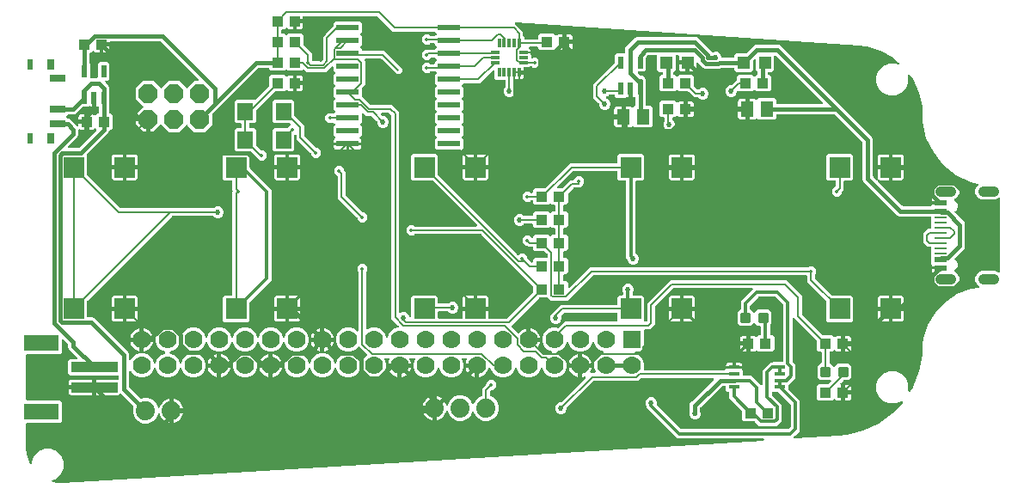
<source format=gbr>
G04 EAGLE Gerber RS-274X export*
G75*
%MOMM*%
%FSLAX34Y34*%
%LPD*%
%INTop Copper*%
%IPPOS*%
%AMOC8*
5,1,8,0,0,1.08239X$1,22.5*%
G01*
%ADD10R,1.100000X0.400000*%
%ADD11R,0.300000X0.952400*%
%ADD12R,0.850800X0.300000*%
%ADD13P,2.034460X8X202.500000*%
%ADD14R,2.200000X0.600000*%
%ADD15R,1.100000X1.000000*%
%ADD16C,1.879600*%
%ADD17R,0.550000X1.200000*%
%ADD18R,2.032000X2.032000*%
%ADD19R,1.778000X1.778000*%
%ADD20C,1.778000*%
%ADD21R,4.600000X1.000000*%
%ADD22R,3.400000X1.600000*%
%ADD23R,1.524000X1.676400*%
%ADD24C,0.300000*%
%ADD25R,1.500000X0.700000*%
%ADD26R,0.600000X1.000000*%
%ADD27R,0.800000X1.000000*%
%ADD28R,1.200000X1.200000*%
%ADD29R,1.075000X1.000000*%
%ADD30R,1.300000X1.500000*%
%ADD31R,1.150000X0.575000*%
%ADD32R,1.150000X0.275000*%
%ADD33C,1.000000*%
%ADD34C,0.406400*%
%ADD35C,0.525000*%
%ADD36C,0.304800*%
%ADD37C,0.127000*%
%ADD38C,0.352400*%
%ADD39C,0.152400*%

G36*
X842249Y-9722D02*
X842249Y-9722D01*
X842276Y-9716D01*
X842299Y-9718D01*
X850503Y-8812D01*
X850584Y-8791D01*
X850645Y-8786D01*
X866618Y-4685D01*
X866726Y-4640D01*
X866798Y-4620D01*
X881720Y2402D01*
X881818Y2466D01*
X881885Y2499D01*
X895227Y12193D01*
X895310Y12274D01*
X895370Y12319D01*
X905578Y23190D01*
X905618Y23247D01*
X905666Y23298D01*
X905700Y23363D01*
X905742Y23422D01*
X905765Y23488D01*
X905797Y23551D01*
X905811Y23622D01*
X905835Y23691D01*
X905838Y23761D01*
X905852Y23830D01*
X905845Y23902D01*
X905849Y23975D01*
X905833Y24043D01*
X905827Y24113D01*
X905801Y24181D01*
X905785Y24252D01*
X905750Y24313D01*
X905725Y24378D01*
X905681Y24436D01*
X905646Y24500D01*
X905596Y24549D01*
X905554Y24605D01*
X905495Y24648D01*
X905444Y24700D01*
X905382Y24733D01*
X905326Y24775D01*
X905258Y24801D01*
X905194Y24836D01*
X905125Y24851D01*
X905060Y24876D01*
X904987Y24881D01*
X904916Y24897D01*
X904846Y24893D01*
X904777Y24898D01*
X904717Y24884D01*
X904633Y24879D01*
X904523Y24840D01*
X904449Y24823D01*
X898483Y22351D01*
X892217Y22351D01*
X886429Y24749D01*
X881999Y29179D01*
X879601Y34967D01*
X879601Y41233D01*
X881999Y47021D01*
X886429Y51451D01*
X892217Y53849D01*
X898483Y53849D01*
X904271Y51451D01*
X908701Y47021D01*
X911099Y41233D01*
X911099Y34798D01*
X911118Y34658D01*
X911138Y34520D01*
X911138Y34518D01*
X911139Y34516D01*
X911197Y34386D01*
X911253Y34260D01*
X911254Y34258D01*
X911255Y34257D01*
X911349Y34145D01*
X911436Y34042D01*
X911437Y34041D01*
X911438Y34040D01*
X911557Y33961D01*
X911672Y33884D01*
X911674Y33883D01*
X911675Y33882D01*
X911813Y33839D01*
X911943Y33797D01*
X911944Y33797D01*
X911946Y33796D01*
X912089Y33793D01*
X912227Y33789D01*
X912228Y33789D01*
X912230Y33789D01*
X912365Y33824D01*
X912502Y33860D01*
X912504Y33860D01*
X912505Y33861D01*
X912625Y33932D01*
X912747Y34004D01*
X912748Y34005D01*
X912750Y34006D01*
X912944Y34213D01*
X912957Y34237D01*
X912971Y34254D01*
X915613Y38417D01*
X915661Y38523D01*
X915700Y38587D01*
X921771Y53921D01*
X921798Y54034D01*
X921824Y54104D01*
X924914Y70304D01*
X924918Y70387D01*
X924931Y70446D01*
X925233Y76852D01*
X925227Y76920D01*
X925231Y76987D01*
X925214Y77061D01*
X925207Y77135D01*
X925182Y77198D01*
X925174Y77234D01*
X925317Y78883D01*
X925315Y78933D01*
X925321Y78971D01*
X925321Y80564D01*
X925324Y80568D01*
X925383Y80647D01*
X925399Y80688D01*
X925422Y80725D01*
X925441Y80799D01*
X925484Y80913D01*
X925491Y80993D01*
X925506Y81050D01*
X925952Y86181D01*
X930295Y99688D01*
X937535Y111889D01*
X947309Y122173D01*
X959126Y130025D01*
X972394Y135050D01*
X979975Y136100D01*
X980073Y136128D01*
X980173Y136148D01*
X980209Y136167D01*
X980248Y136178D01*
X980335Y136233D01*
X980425Y136279D01*
X980455Y136307D01*
X980489Y136329D01*
X980557Y136405D01*
X980631Y136475D01*
X980652Y136510D01*
X980679Y136541D01*
X980723Y136633D01*
X980775Y136720D01*
X980785Y136760D01*
X980803Y136797D01*
X980820Y136898D01*
X980845Y136996D01*
X980844Y137037D01*
X980850Y137077D01*
X980839Y137178D01*
X980836Y137280D01*
X980823Y137319D01*
X980819Y137360D01*
X980780Y137454D01*
X980748Y137551D01*
X980727Y137580D01*
X980710Y137622D01*
X980593Y137769D01*
X980553Y137824D01*
X978177Y140201D01*
X976951Y143159D01*
X976951Y146361D01*
X978177Y149319D01*
X980441Y151583D01*
X983399Y152809D01*
X996601Y152809D01*
X999559Y151583D01*
X999788Y151354D01*
X999812Y151337D01*
X999831Y151314D01*
X999925Y151252D01*
X1000015Y151184D01*
X1000043Y151173D01*
X1000067Y151157D01*
X1000175Y151123D01*
X1000281Y151082D01*
X1000310Y151080D01*
X1000338Y151071D01*
X1000451Y151068D01*
X1000564Y151059D01*
X1000593Y151065D01*
X1000622Y151064D01*
X1000732Y151092D01*
X1000843Y151115D01*
X1000869Y151128D01*
X1000897Y151136D01*
X1000995Y151193D01*
X1001095Y151246D01*
X1001117Y151266D01*
X1001142Y151281D01*
X1001219Y151363D01*
X1001301Y151441D01*
X1001316Y151467D01*
X1001336Y151488D01*
X1001388Y151589D01*
X1001445Y151687D01*
X1001452Y151715D01*
X1001466Y151741D01*
X1001479Y151819D01*
X1001515Y151962D01*
X1001513Y152025D01*
X1001521Y152072D01*
X1001521Y223848D01*
X1001517Y223877D01*
X1001520Y223906D01*
X1001497Y224017D01*
X1001481Y224129D01*
X1001469Y224156D01*
X1001464Y224185D01*
X1001411Y224285D01*
X1001365Y224389D01*
X1001346Y224411D01*
X1001333Y224437D01*
X1001255Y224519D01*
X1001182Y224606D01*
X1001157Y224622D01*
X1001137Y224643D01*
X1001039Y224700D01*
X1000945Y224763D01*
X1000917Y224772D01*
X1000892Y224787D01*
X1000782Y224815D01*
X1000674Y224849D01*
X1000645Y224850D01*
X1000616Y224857D01*
X1000503Y224853D01*
X1000390Y224856D01*
X1000361Y224849D01*
X1000332Y224848D01*
X1000224Y224813D01*
X1000115Y224784D01*
X1000089Y224769D01*
X1000061Y224760D01*
X999998Y224715D01*
X999870Y224639D01*
X999827Y224594D01*
X999788Y224566D01*
X999559Y224337D01*
X996601Y223111D01*
X983399Y223111D01*
X980441Y224337D01*
X978177Y226601D01*
X976951Y229559D01*
X976951Y232761D01*
X978177Y235719D01*
X979685Y237227D01*
X979719Y237274D01*
X979762Y237314D01*
X979805Y237387D01*
X979856Y237455D01*
X979876Y237509D01*
X979906Y237559D01*
X979927Y237641D01*
X979957Y237720D01*
X979962Y237778D01*
X979976Y237834D01*
X979973Y237919D01*
X979980Y238003D01*
X979969Y238060D01*
X979967Y238118D01*
X979941Y238199D01*
X979924Y238282D01*
X979898Y238334D01*
X979880Y238389D01*
X979833Y238459D01*
X979793Y238535D01*
X979754Y238577D01*
X979721Y238625D01*
X979656Y238679D01*
X979598Y238741D01*
X979548Y238770D01*
X979503Y238807D01*
X979439Y238834D01*
X979352Y238884D01*
X979256Y238909D01*
X979193Y238935D01*
X972295Y240509D01*
X958010Y247389D01*
X945614Y257274D01*
X935729Y269670D01*
X928849Y283955D01*
X925321Y299412D01*
X925321Y307340D01*
X925317Y307370D01*
X925320Y307394D01*
X924937Y314528D01*
X924918Y314623D01*
X924915Y314690D01*
X921877Y328630D01*
X921829Y328761D01*
X921808Y328837D01*
X915872Y341811D01*
X915797Y341928D01*
X915761Y341998D01*
X912739Y346026D01*
X912728Y346036D01*
X912720Y346050D01*
X912628Y346137D01*
X912538Y346227D01*
X912525Y346234D01*
X912514Y346245D01*
X912401Y346303D01*
X912289Y346365D01*
X912274Y346368D01*
X912261Y346375D01*
X912137Y346399D01*
X912012Y346428D01*
X911997Y346427D01*
X911982Y346430D01*
X911856Y346419D01*
X911729Y346412D01*
X911714Y346407D01*
X911699Y346406D01*
X911580Y346360D01*
X911460Y346318D01*
X911448Y346309D01*
X911433Y346304D01*
X911332Y346227D01*
X911229Y346153D01*
X911219Y346141D01*
X911207Y346132D01*
X911131Y346030D01*
X911052Y345931D01*
X911046Y345917D01*
X911037Y345904D01*
X910992Y345785D01*
X910943Y345668D01*
X910942Y345653D01*
X910936Y345638D01*
X910926Y345512D01*
X910912Y345385D01*
X910915Y345370D01*
X910913Y345355D01*
X910929Y345288D01*
X910960Y345105D01*
X910980Y345068D01*
X910989Y345028D01*
X911099Y344763D01*
X911099Y338497D01*
X908701Y332709D01*
X904271Y328279D01*
X898483Y325881D01*
X892217Y325881D01*
X886429Y328279D01*
X881999Y332709D01*
X879601Y338497D01*
X879601Y344763D01*
X881999Y350551D01*
X886429Y354981D01*
X892217Y357379D01*
X898483Y357379D01*
X900656Y356479D01*
X900774Y356448D01*
X900892Y356413D01*
X900912Y356413D01*
X900931Y356408D01*
X901053Y356411D01*
X901176Y356410D01*
X901195Y356415D01*
X901215Y356416D01*
X901332Y356453D01*
X901450Y356486D01*
X901467Y356496D01*
X901486Y356502D01*
X901587Y356571D01*
X901692Y356635D01*
X901705Y356650D01*
X901722Y356661D01*
X901801Y356755D01*
X901883Y356845D01*
X901892Y356863D01*
X901905Y356878D01*
X901955Y356990D01*
X902009Y357100D01*
X902012Y357120D01*
X902020Y357138D01*
X902037Y357260D01*
X902059Y357380D01*
X902057Y357400D01*
X902059Y357420D01*
X902042Y357541D01*
X902029Y357663D01*
X902022Y357681D01*
X902019Y357701D01*
X901968Y357813D01*
X901922Y357926D01*
X901911Y357940D01*
X901902Y357960D01*
X901717Y358177D01*
X901712Y358180D01*
X901708Y358185D01*
X896254Y362897D01*
X896137Y362972D01*
X896075Y363021D01*
X883540Y369836D01*
X883410Y369885D01*
X883339Y369919D01*
X869641Y373909D01*
X869546Y373923D01*
X869481Y373942D01*
X862391Y374815D01*
X862361Y374815D01*
X862337Y374820D01*
X524646Y398120D01*
X524582Y398115D01*
X524518Y398120D01*
X524441Y398105D01*
X524362Y398099D01*
X524302Y398077D01*
X524239Y398064D01*
X524169Y398028D01*
X524095Y398001D01*
X524044Y397963D01*
X523987Y397933D01*
X523930Y397879D01*
X523866Y397833D01*
X523827Y397782D01*
X523780Y397738D01*
X523741Y397670D01*
X523693Y397608D01*
X523669Y397548D01*
X523637Y397492D01*
X523617Y397416D01*
X523589Y397343D01*
X523582Y397279D01*
X523567Y397217D01*
X523569Y397138D01*
X523562Y397060D01*
X523574Y396997D01*
X523576Y396933D01*
X523600Y396858D01*
X523614Y396781D01*
X523643Y396723D01*
X523663Y396662D01*
X523701Y396609D01*
X523742Y396527D01*
X523816Y396448D01*
X523858Y396389D01*
X526588Y393658D01*
X526589Y393658D01*
X531773Y388474D01*
X531773Y384863D01*
X531785Y384777D01*
X531788Y384689D01*
X531805Y384637D01*
X531813Y384582D01*
X531848Y384502D01*
X531875Y384419D01*
X531903Y384380D01*
X531929Y384322D01*
X532025Y384209D01*
X532070Y384145D01*
X532709Y383507D01*
X532709Y382181D01*
X532717Y382123D01*
X532715Y382065D01*
X532737Y381983D01*
X532749Y381899D01*
X532772Y381846D01*
X532787Y381790D01*
X532830Y381717D01*
X532865Y381640D01*
X532903Y381595D01*
X532932Y381545D01*
X532994Y381487D01*
X533048Y381423D01*
X533097Y381391D01*
X533140Y381351D01*
X533215Y381312D01*
X533285Y381265D01*
X533341Y381248D01*
X533393Y381221D01*
X533461Y381210D01*
X533556Y381180D01*
X533656Y381177D01*
X533724Y381166D01*
X545816Y381166D01*
X545874Y381174D01*
X545932Y381172D01*
X546014Y381194D01*
X546098Y381206D01*
X546151Y381229D01*
X546207Y381244D01*
X546280Y381287D01*
X546357Y381322D01*
X546402Y381360D01*
X546452Y381389D01*
X546510Y381451D01*
X546574Y381505D01*
X546606Y381554D01*
X546646Y381597D01*
X546685Y381672D01*
X546732Y381742D01*
X546749Y381798D01*
X546776Y381850D01*
X546787Y381918D01*
X546817Y382013D01*
X546820Y382113D01*
X546831Y382181D01*
X546831Y384723D01*
X548617Y386509D01*
X562143Y386509D01*
X563521Y385130D01*
X563568Y385095D01*
X563608Y385053D01*
X563681Y385010D01*
X563748Y384959D01*
X563803Y384938D01*
X563854Y384909D01*
X563935Y384888D01*
X564014Y384858D01*
X564073Y384853D01*
X564129Y384839D01*
X564213Y384842D01*
X564297Y384835D01*
X564355Y384846D01*
X564413Y384848D01*
X564493Y384874D01*
X564576Y384890D01*
X564628Y384917D01*
X564684Y384935D01*
X564740Y384975D01*
X564829Y385021D01*
X564901Y385090D01*
X564957Y385130D01*
X565320Y385493D01*
X565899Y385828D01*
X566546Y386001D01*
X570349Y386001D01*
X570349Y379476D01*
X570357Y379418D01*
X570355Y379360D01*
X570377Y379278D01*
X570389Y379195D01*
X570413Y379141D01*
X570427Y379085D01*
X570470Y379012D01*
X570505Y378935D01*
X570543Y378891D01*
X570573Y378840D01*
X570634Y378783D01*
X570689Y378718D01*
X570737Y378686D01*
X570780Y378646D01*
X570855Y378607D01*
X570925Y378561D01*
X570981Y378543D01*
X571033Y378516D01*
X571101Y378505D01*
X571196Y378475D01*
X571296Y378472D01*
X571364Y378461D01*
X572381Y378461D01*
X572381Y378459D01*
X571364Y378459D01*
X571306Y378451D01*
X571248Y378452D01*
X571166Y378431D01*
X571083Y378419D01*
X571029Y378395D01*
X570973Y378381D01*
X570900Y378338D01*
X570823Y378303D01*
X570778Y378265D01*
X570728Y378235D01*
X570670Y378174D01*
X570606Y378119D01*
X570574Y378071D01*
X570534Y378028D01*
X570495Y377953D01*
X570449Y377883D01*
X570431Y377827D01*
X570404Y377775D01*
X570393Y377707D01*
X570363Y377612D01*
X570360Y377512D01*
X570349Y377444D01*
X570349Y370919D01*
X566546Y370919D01*
X565899Y371092D01*
X565320Y371427D01*
X564957Y371790D01*
X564910Y371825D01*
X564870Y371867D01*
X564797Y371910D01*
X564730Y371961D01*
X564675Y371982D01*
X564625Y372011D01*
X564543Y372032D01*
X564464Y372062D01*
X564406Y372067D01*
X564349Y372081D01*
X564265Y372078D01*
X564181Y372085D01*
X564124Y372074D01*
X564065Y372072D01*
X563985Y372046D01*
X563902Y372030D01*
X563850Y372003D01*
X563795Y371985D01*
X563738Y371944D01*
X563650Y371899D01*
X563578Y371830D01*
X563521Y371790D01*
X562143Y370411D01*
X548617Y370411D01*
X546831Y372197D01*
X546831Y372783D01*
X546823Y372841D01*
X546825Y372899D01*
X546803Y372981D01*
X546791Y373065D01*
X546768Y373118D01*
X546753Y373174D01*
X546710Y373247D01*
X546675Y373324D01*
X546637Y373369D01*
X546608Y373419D01*
X546546Y373477D01*
X546492Y373541D01*
X546443Y373573D01*
X546400Y373613D01*
X546325Y373652D01*
X546255Y373699D01*
X546199Y373716D01*
X546147Y373743D01*
X546079Y373754D01*
X545984Y373784D01*
X545884Y373787D01*
X545816Y373798D01*
X538241Y373798D01*
X538221Y373796D01*
X538202Y373798D01*
X538081Y373776D01*
X537959Y373758D01*
X537941Y373750D01*
X537922Y373747D01*
X537812Y373692D01*
X537700Y373642D01*
X537685Y373630D01*
X537667Y373621D01*
X537576Y373538D01*
X537483Y373459D01*
X537472Y373442D01*
X537457Y373429D01*
X537393Y373324D01*
X537325Y373222D01*
X537319Y373203D01*
X537309Y373186D01*
X537277Y373068D01*
X537239Y372951D01*
X537239Y372931D01*
X537234Y372912D01*
X537235Y372790D01*
X537232Y372667D01*
X537237Y372648D01*
X537237Y372628D01*
X537273Y372510D01*
X537304Y372392D01*
X537314Y372375D01*
X537320Y372356D01*
X537386Y372253D01*
X537449Y372147D01*
X537463Y372134D01*
X537474Y372117D01*
X537531Y372071D01*
X537656Y371953D01*
X537702Y371929D01*
X537733Y371904D01*
X537994Y371753D01*
X538467Y371280D01*
X538802Y370701D01*
X538975Y370054D01*
X538975Y369235D01*
X538681Y369235D01*
X538628Y369228D01*
X538575Y369230D01*
X538488Y369208D01*
X538400Y369196D01*
X538351Y369174D01*
X538299Y369161D01*
X538222Y369116D01*
X538140Y369079D01*
X538099Y369045D01*
X538053Y369018D01*
X537992Y368953D01*
X537923Y368896D01*
X537894Y368851D01*
X537857Y368812D01*
X537815Y368733D01*
X537766Y368659D01*
X537750Y368608D01*
X537725Y368561D01*
X537707Y368473D01*
X537680Y368388D01*
X537679Y368334D01*
X537668Y368282D01*
X537675Y368193D01*
X537673Y368104D01*
X537686Y368052D01*
X537690Y367999D01*
X537722Y367915D01*
X537744Y367829D01*
X537772Y367783D01*
X537791Y367733D01*
X537835Y367676D01*
X537890Y367584D01*
X537957Y367521D01*
X537998Y367469D01*
X537999Y367469D01*
X538051Y367433D01*
X538097Y367390D01*
X538097Y367389D01*
X538168Y367353D01*
X538234Y367309D01*
X538294Y367289D01*
X538350Y367260D01*
X538415Y367249D01*
X538504Y367220D01*
X538611Y367216D01*
X538682Y367205D01*
X538975Y367205D01*
X538975Y366911D01*
X538987Y366825D01*
X538990Y366737D01*
X539007Y366685D01*
X539015Y366630D01*
X539050Y366550D01*
X539077Y366467D01*
X539105Y366428D01*
X539131Y366370D01*
X539227Y366257D01*
X539272Y366193D01*
X539483Y365983D01*
X539483Y363317D01*
X539487Y363288D01*
X539484Y363259D01*
X539507Y363148D01*
X539523Y363036D01*
X539535Y363009D01*
X539540Y362980D01*
X539593Y362879D01*
X539639Y362776D01*
X539658Y362754D01*
X539671Y362728D01*
X539749Y362646D01*
X539822Y362559D01*
X539847Y362543D01*
X539867Y362522D01*
X539965Y362464D01*
X540059Y362402D01*
X540087Y362393D01*
X540112Y362378D01*
X540222Y362350D01*
X540330Y362316D01*
X540360Y362315D01*
X540388Y362308D01*
X540501Y362311D01*
X540614Y362309D01*
X540643Y362316D01*
X540672Y362317D01*
X540780Y362352D01*
X540889Y362380D01*
X540915Y362395D01*
X540943Y362404D01*
X541007Y362450D01*
X541134Y362526D01*
X541177Y362571D01*
X541216Y362599D01*
X541567Y362951D01*
X545553Y362951D01*
X548371Y360133D01*
X548371Y356147D01*
X545553Y353329D01*
X541567Y353329D01*
X540738Y354159D01*
X540668Y354211D01*
X540604Y354271D01*
X540555Y354297D01*
X540510Y354330D01*
X540429Y354361D01*
X540351Y354401D01*
X540303Y354409D01*
X540245Y354431D01*
X540097Y354443D01*
X540020Y354456D01*
X538902Y354456D01*
X538816Y354444D01*
X538728Y354441D01*
X538676Y354424D01*
X538621Y354416D01*
X538541Y354381D01*
X538458Y354354D01*
X538419Y354326D01*
X538361Y354300D01*
X538248Y354204D01*
X538184Y354159D01*
X537697Y353671D01*
X533261Y353671D01*
X533175Y353659D01*
X533087Y353656D01*
X533035Y353639D01*
X532980Y353631D01*
X532900Y353596D01*
X532817Y353569D01*
X532778Y353541D01*
X532720Y353515D01*
X532607Y353419D01*
X532598Y353413D01*
X532580Y353402D01*
X532574Y353396D01*
X532544Y353374D01*
X532498Y353328D01*
X532446Y353259D01*
X532386Y353195D01*
X532360Y353145D01*
X532327Y353101D01*
X532296Y353020D01*
X532256Y352942D01*
X532248Y352894D01*
X532226Y352836D01*
X532214Y352688D01*
X532201Y352611D01*
X532201Y349973D01*
X528160Y349973D01*
X523724Y349973D01*
X523666Y349965D01*
X523608Y349967D01*
X523526Y349945D01*
X523442Y349934D01*
X523389Y349910D01*
X523333Y349895D01*
X523260Y349852D01*
X523183Y349817D01*
X523138Y349780D01*
X523088Y349750D01*
X523030Y349688D01*
X522966Y349634D01*
X522934Y349585D01*
X522894Y349542D01*
X522855Y349467D01*
X522808Y349397D01*
X522791Y349341D01*
X522764Y349289D01*
X522753Y349221D01*
X522723Y349126D01*
X522720Y349026D01*
X522709Y348958D01*
X522717Y348900D01*
X522715Y348842D01*
X522715Y348841D01*
X522737Y348760D01*
X522749Y348676D01*
X522772Y348623D01*
X522787Y348566D01*
X522830Y348494D01*
X522865Y348417D01*
X522903Y348372D01*
X522932Y348322D01*
X522994Y348264D01*
X523048Y348200D01*
X523097Y348168D01*
X523140Y348127D01*
X523215Y348089D01*
X523285Y348042D01*
X523341Y348025D01*
X523393Y347998D01*
X523461Y347987D01*
X523556Y347957D01*
X523656Y347954D01*
X523724Y347943D01*
X528160Y347943D01*
X532201Y347943D01*
X532201Y343862D01*
X532028Y343215D01*
X531693Y342636D01*
X531220Y342163D01*
X530641Y341828D01*
X529994Y341655D01*
X529175Y341655D01*
X529175Y343520D01*
X529172Y343541D01*
X529175Y343562D01*
X529152Y343681D01*
X529136Y343801D01*
X529127Y343820D01*
X529123Y343841D01*
X529069Y343950D01*
X529019Y344060D01*
X529005Y344077D01*
X528996Y344096D01*
X528914Y344185D01*
X528836Y344277D01*
X528818Y344289D01*
X528803Y344305D01*
X528700Y344368D01*
X528599Y344435D01*
X528579Y344441D01*
X528560Y344453D01*
X528444Y344484D01*
X528328Y344521D01*
X528307Y344521D01*
X528286Y344527D01*
X528165Y344525D01*
X528044Y344528D01*
X528023Y344523D01*
X528002Y344522D01*
X527886Y344487D01*
X527769Y344456D01*
X527750Y344445D01*
X527730Y344439D01*
X527628Y344373D01*
X527524Y344311D01*
X527510Y344296D01*
X527492Y344284D01*
X527413Y344192D01*
X527330Y344104D01*
X527320Y344085D01*
X527306Y344069D01*
X527277Y344000D01*
X527200Y343851D01*
X527200Y343850D01*
X527200Y343849D01*
X527192Y343803D01*
X527174Y343760D01*
X527173Y343759D01*
X527157Y343592D01*
X527145Y343518D01*
X527145Y341655D01*
X526326Y341655D01*
X525923Y341763D01*
X525826Y341775D01*
X525731Y341795D01*
X525691Y341791D01*
X525641Y341798D01*
X525471Y341770D01*
X525397Y341763D01*
X524994Y341655D01*
X524175Y341655D01*
X524175Y341949D01*
X524168Y342002D01*
X524170Y342055D01*
X524148Y342142D01*
X524136Y342230D01*
X524114Y342279D01*
X524101Y342331D01*
X524056Y342408D01*
X524019Y342490D01*
X523985Y342531D01*
X523958Y342577D01*
X523893Y342638D01*
X523836Y342707D01*
X523791Y342736D01*
X523752Y342773D01*
X523673Y342815D01*
X523599Y342864D01*
X523548Y342880D01*
X523501Y342905D01*
X523413Y342923D01*
X523328Y342950D01*
X523274Y342951D01*
X523222Y342962D01*
X523133Y342955D01*
X523044Y342957D01*
X522992Y342944D01*
X522939Y342940D01*
X522855Y342908D01*
X522769Y342886D01*
X522723Y342858D01*
X522673Y342839D01*
X522616Y342795D01*
X522524Y342740D01*
X522461Y342673D01*
X522409Y342632D01*
X522409Y342631D01*
X522373Y342579D01*
X522330Y342533D01*
X522329Y342533D01*
X522293Y342462D01*
X522249Y342396D01*
X522229Y342336D01*
X522200Y342280D01*
X522189Y342215D01*
X522160Y342126D01*
X522156Y342019D01*
X522145Y341948D01*
X522145Y341203D01*
X522117Y341149D01*
X522071Y341079D01*
X522053Y341023D01*
X522026Y340971D01*
X522015Y340903D01*
X521985Y340808D01*
X521982Y340708D01*
X521971Y340640D01*
X521971Y334834D01*
X521983Y334747D01*
X521986Y334660D01*
X522003Y334607D01*
X522011Y334552D01*
X522046Y334472D01*
X522073Y334389D01*
X522101Y334350D01*
X522127Y334293D01*
X522223Y334179D01*
X522268Y334116D01*
X522970Y333414D01*
X523834Y331329D01*
X523834Y329071D01*
X522970Y326986D01*
X521374Y325390D01*
X519289Y324526D01*
X517031Y324526D01*
X514946Y325390D01*
X513350Y326986D01*
X512486Y329071D01*
X512486Y331329D01*
X513350Y333414D01*
X514052Y334116D01*
X514104Y334186D01*
X514164Y334249D01*
X514190Y334299D01*
X514223Y334343D01*
X514254Y334425D01*
X514294Y334503D01*
X514302Y334550D01*
X514324Y334609D01*
X514336Y334756D01*
X514349Y334834D01*
X514349Y340132D01*
X514341Y340190D01*
X514343Y340248D01*
X514321Y340330D01*
X514309Y340414D01*
X514286Y340467D01*
X514271Y340523D01*
X514228Y340596D01*
X514193Y340673D01*
X514155Y340718D01*
X514126Y340768D01*
X514064Y340826D01*
X514010Y340890D01*
X513961Y340922D01*
X513918Y340962D01*
X513843Y341001D01*
X513773Y341048D01*
X513717Y341065D01*
X513665Y341092D01*
X513597Y341103D01*
X513502Y341133D01*
X513402Y341136D01*
X513334Y341147D01*
X505397Y341147D01*
X503611Y342933D01*
X503611Y349851D01*
X503607Y349880D01*
X503610Y349909D01*
X503587Y350020D01*
X503571Y350133D01*
X503559Y350159D01*
X503554Y350188D01*
X503502Y350289D01*
X503455Y350392D01*
X503436Y350414D01*
X503423Y350440D01*
X503345Y350522D01*
X503272Y350609D01*
X503247Y350625D01*
X503227Y350647D01*
X503129Y350704D01*
X503035Y350767D01*
X503007Y350775D01*
X502982Y350790D01*
X502872Y350818D01*
X502764Y350852D01*
X502734Y350853D01*
X502706Y350860D01*
X502593Y350857D01*
X502480Y350860D01*
X502451Y350852D01*
X502422Y350851D01*
X502314Y350816D01*
X502205Y350788D01*
X502179Y350773D01*
X502151Y350764D01*
X502088Y350718D01*
X501960Y350643D01*
X501917Y350597D01*
X501878Y350569D01*
X489128Y337819D01*
X473861Y337819D01*
X473775Y337807D01*
X473687Y337804D01*
X473635Y337787D01*
X473580Y337779D01*
X473500Y337744D01*
X473417Y337717D01*
X473378Y337689D01*
X473320Y337663D01*
X473207Y337567D01*
X473143Y337522D01*
X471619Y335998D01*
X471584Y335951D01*
X471542Y335911D01*
X471499Y335838D01*
X471449Y335771D01*
X471428Y335716D01*
X471398Y335666D01*
X471377Y335584D01*
X471347Y335505D01*
X471342Y335447D01*
X471328Y335390D01*
X471331Y335306D01*
X471324Y335222D01*
X471335Y335164D01*
X471337Y335106D01*
X471363Y335026D01*
X471380Y334943D01*
X471407Y334891D01*
X471425Y334835D01*
X471465Y334779D01*
X471511Y334691D01*
X471579Y334618D01*
X471619Y334562D01*
X472989Y333193D01*
X472989Y324667D01*
X471619Y323298D01*
X471584Y323251D01*
X471542Y323211D01*
X471499Y323138D01*
X471449Y323071D01*
X471428Y323016D01*
X471398Y322966D01*
X471377Y322884D01*
X471347Y322805D01*
X471342Y322747D01*
X471328Y322690D01*
X471331Y322606D01*
X471324Y322522D01*
X471335Y322464D01*
X471337Y322406D01*
X471363Y322326D01*
X471380Y322243D01*
X471407Y322191D01*
X471425Y322135D01*
X471465Y322079D01*
X471511Y321991D01*
X471579Y321918D01*
X471619Y321862D01*
X472989Y320493D01*
X472989Y311967D01*
X471619Y310598D01*
X471584Y310551D01*
X471542Y310511D01*
X471499Y310438D01*
X471449Y310371D01*
X471428Y310316D01*
X471398Y310266D01*
X471377Y310184D01*
X471347Y310105D01*
X471342Y310047D01*
X471328Y309990D01*
X471331Y309906D01*
X471324Y309822D01*
X471335Y309764D01*
X471337Y309706D01*
X471363Y309626D01*
X471380Y309543D01*
X471407Y309491D01*
X471425Y309435D01*
X471465Y309379D01*
X471511Y309291D01*
X471579Y309218D01*
X471619Y309162D01*
X472989Y307793D01*
X472989Y299267D01*
X471619Y297898D01*
X471584Y297851D01*
X471542Y297811D01*
X471499Y297738D01*
X471449Y297671D01*
X471428Y297616D01*
X471398Y297566D01*
X471377Y297484D01*
X471347Y297405D01*
X471342Y297347D01*
X471328Y297290D01*
X471331Y297206D01*
X471324Y297122D01*
X471335Y297064D01*
X471337Y297006D01*
X471363Y296926D01*
X471380Y296843D01*
X471407Y296791D01*
X471425Y296735D01*
X471465Y296679D01*
X471511Y296591D01*
X471579Y296518D01*
X471619Y296462D01*
X472989Y295093D01*
X472989Y286567D01*
X471619Y285198D01*
X471584Y285151D01*
X471542Y285111D01*
X471499Y285038D01*
X471449Y284971D01*
X471428Y284916D01*
X471398Y284866D01*
X471377Y284784D01*
X471347Y284705D01*
X471342Y284647D01*
X471328Y284590D01*
X471331Y284506D01*
X471324Y284422D01*
X471335Y284364D01*
X471337Y284306D01*
X471363Y284226D01*
X471380Y284143D01*
X471407Y284091D01*
X471425Y284035D01*
X471465Y283979D01*
X471511Y283891D01*
X471579Y283818D01*
X471619Y283762D01*
X472989Y282393D01*
X472989Y273867D01*
X471203Y272081D01*
X446677Y272081D01*
X444891Y273867D01*
X444891Y282393D01*
X446261Y283762D01*
X446296Y283809D01*
X446338Y283849D01*
X446381Y283922D01*
X446431Y283989D01*
X446452Y284044D01*
X446482Y284094D01*
X446503Y284176D01*
X446533Y284255D01*
X446538Y284313D01*
X446552Y284370D01*
X446549Y284454D01*
X446556Y284538D01*
X446545Y284596D01*
X446543Y284654D01*
X446517Y284734D01*
X446500Y284817D01*
X446473Y284869D01*
X446455Y284925D01*
X446415Y284981D01*
X446369Y285069D01*
X446301Y285142D01*
X446261Y285198D01*
X444891Y286567D01*
X444891Y295093D01*
X446261Y296462D01*
X446296Y296509D01*
X446338Y296549D01*
X446381Y296622D01*
X446431Y296689D01*
X446452Y296744D01*
X446482Y296794D01*
X446503Y296876D01*
X446533Y296955D01*
X446538Y297013D01*
X446552Y297070D01*
X446549Y297154D01*
X446556Y297238D01*
X446545Y297296D01*
X446543Y297354D01*
X446517Y297434D01*
X446500Y297517D01*
X446473Y297569D01*
X446455Y297625D01*
X446415Y297681D01*
X446369Y297769D01*
X446301Y297842D01*
X446261Y297898D01*
X444891Y299267D01*
X444891Y307793D01*
X446261Y309162D01*
X446296Y309209D01*
X446338Y309249D01*
X446381Y309322D01*
X446431Y309389D01*
X446452Y309444D01*
X446482Y309494D01*
X446503Y309576D01*
X446533Y309655D01*
X446538Y309713D01*
X446552Y309770D01*
X446549Y309854D01*
X446556Y309938D01*
X446545Y309996D01*
X446543Y310054D01*
X446517Y310134D01*
X446500Y310217D01*
X446473Y310269D01*
X446455Y310325D01*
X446415Y310381D01*
X446369Y310469D01*
X446301Y310542D01*
X446261Y310598D01*
X444891Y311967D01*
X444891Y320493D01*
X446261Y321862D01*
X446296Y321909D01*
X446338Y321949D01*
X446381Y322022D01*
X446431Y322089D01*
X446452Y322144D01*
X446482Y322194D01*
X446503Y322276D01*
X446533Y322355D01*
X446538Y322413D01*
X446552Y322470D01*
X446549Y322554D01*
X446556Y322638D01*
X446545Y322696D01*
X446543Y322754D01*
X446517Y322834D01*
X446500Y322917D01*
X446473Y322969D01*
X446455Y323025D01*
X446415Y323081D01*
X446369Y323169D01*
X446301Y323242D01*
X446261Y323298D01*
X444891Y324667D01*
X444891Y333193D01*
X446261Y334562D01*
X446296Y334609D01*
X446338Y334649D01*
X446381Y334722D01*
X446431Y334789D01*
X446452Y334844D01*
X446482Y334894D01*
X446503Y334976D01*
X446533Y335055D01*
X446538Y335113D01*
X446552Y335170D01*
X446549Y335254D01*
X446556Y335338D01*
X446545Y335396D01*
X446543Y335454D01*
X446517Y335534D01*
X446500Y335617D01*
X446473Y335669D01*
X446455Y335725D01*
X446415Y335781D01*
X446369Y335869D01*
X446301Y335942D01*
X446261Y335998D01*
X444891Y337367D01*
X444891Y345893D01*
X446261Y347262D01*
X446296Y347309D01*
X446338Y347349D01*
X446381Y347422D01*
X446431Y347489D01*
X446452Y347544D01*
X446482Y347594D01*
X446503Y347676D01*
X446533Y347755D01*
X446538Y347813D01*
X446552Y347870D01*
X446549Y347954D01*
X446556Y348038D01*
X446545Y348096D01*
X446543Y348154D01*
X446517Y348234D01*
X446500Y348317D01*
X446473Y348369D01*
X446455Y348424D01*
X446415Y348481D01*
X446369Y348569D01*
X446301Y348642D01*
X446261Y348698D01*
X445880Y349079D01*
X445810Y349132D01*
X445746Y349191D01*
X445697Y349217D01*
X445652Y349250D01*
X445570Y349281D01*
X445493Y349321D01*
X445445Y349329D01*
X445387Y349351D01*
X445239Y349363D01*
X445162Y349376D01*
X440420Y349376D01*
X440334Y349364D01*
X440246Y349361D01*
X440194Y349344D01*
X440139Y349336D01*
X440059Y349301D01*
X439976Y349274D01*
X439936Y349246D01*
X439879Y349220D01*
X439766Y349124D01*
X439702Y349079D01*
X438873Y348249D01*
X434887Y348249D01*
X432069Y351067D01*
X432069Y355053D01*
X434887Y357871D01*
X438873Y357871D01*
X439702Y357041D01*
X439772Y356989D01*
X439836Y356929D01*
X439885Y356903D01*
X439930Y356870D01*
X440011Y356839D01*
X440089Y356799D01*
X440137Y356791D01*
X440195Y356769D01*
X440343Y356757D01*
X440420Y356744D01*
X443876Y356744D01*
X443934Y356752D01*
X443992Y356750D01*
X444074Y356772D01*
X444158Y356784D01*
X444211Y356807D01*
X444267Y356822D01*
X444340Y356865D01*
X444417Y356900D01*
X444462Y356938D01*
X444512Y356967D01*
X444570Y357029D01*
X444634Y357083D01*
X444666Y357132D01*
X444706Y357175D01*
X444745Y357250D01*
X444792Y357320D01*
X444809Y357376D01*
X444836Y357428D01*
X444847Y357496D01*
X444877Y357591D01*
X444880Y357691D01*
X444891Y357759D01*
X444891Y358593D01*
X446261Y359962D01*
X446296Y360009D01*
X446338Y360049D01*
X446381Y360122D01*
X446431Y360189D01*
X446452Y360244D01*
X446482Y360294D01*
X446503Y360376D01*
X446533Y360455D01*
X446538Y360513D01*
X446552Y360570D01*
X446549Y360654D01*
X446556Y360738D01*
X446545Y360796D01*
X446543Y360854D01*
X446517Y360934D01*
X446500Y361017D01*
X446473Y361069D01*
X446455Y361125D01*
X446415Y361181D01*
X446369Y361269D01*
X446301Y361342D01*
X446261Y361398D01*
X444610Y363049D01*
X444540Y363101D01*
X444476Y363161D01*
X444426Y363187D01*
X444382Y363220D01*
X444301Y363251D01*
X444223Y363291D01*
X444175Y363299D01*
X444117Y363321D01*
X443969Y363333D01*
X443892Y363346D01*
X441690Y363346D01*
X441604Y363334D01*
X441516Y363331D01*
X441464Y363314D01*
X441409Y363306D01*
X441329Y363271D01*
X441246Y363244D01*
X441206Y363216D01*
X441149Y363190D01*
X441036Y363094D01*
X440972Y363049D01*
X438873Y360949D01*
X434887Y360949D01*
X432069Y363767D01*
X432069Y367753D01*
X434887Y370571D01*
X436061Y370571D01*
X436147Y370583D01*
X436235Y370586D01*
X436287Y370603D01*
X436342Y370611D01*
X436422Y370646D01*
X436505Y370673D01*
X436544Y370701D01*
X436572Y370714D01*
X443892Y370714D01*
X443978Y370726D01*
X444066Y370729D01*
X444118Y370746D01*
X444173Y370754D01*
X444253Y370789D01*
X444336Y370816D01*
X444375Y370844D01*
X444433Y370870D01*
X444546Y370966D01*
X444610Y371011D01*
X446261Y372662D01*
X446296Y372709D01*
X446338Y372749D01*
X446381Y372822D01*
X446431Y372889D01*
X446452Y372944D01*
X446482Y372994D01*
X446503Y373076D01*
X446533Y373155D01*
X446538Y373213D01*
X446552Y373270D01*
X446549Y373354D01*
X446556Y373438D01*
X446545Y373496D01*
X446543Y373554D01*
X446517Y373634D01*
X446500Y373717D01*
X446473Y373769D01*
X446455Y373825D01*
X446415Y373881D01*
X446369Y373969D01*
X446301Y374042D01*
X446261Y374098D01*
X444891Y375467D01*
X444891Y376301D01*
X444883Y376358D01*
X444885Y376410D01*
X444884Y376411D01*
X444885Y376417D01*
X444863Y376499D01*
X444851Y376583D01*
X444828Y376636D01*
X444813Y376692D01*
X444770Y376765D01*
X444735Y376842D01*
X444697Y376887D01*
X444668Y376937D01*
X444606Y376995D01*
X444552Y377059D01*
X444503Y377091D01*
X444460Y377131D01*
X444385Y377170D01*
X444315Y377217D01*
X444259Y377234D01*
X444207Y377261D01*
X444139Y377272D01*
X444044Y377302D01*
X443944Y377305D01*
X443876Y377316D01*
X440420Y377316D01*
X440334Y377304D01*
X440246Y377301D01*
X440194Y377284D01*
X440139Y377276D01*
X440059Y377241D01*
X439976Y377214D01*
X439936Y377186D01*
X439879Y377160D01*
X439766Y377064D01*
X439702Y377019D01*
X438873Y376189D01*
X434887Y376189D01*
X432069Y379007D01*
X432069Y382993D01*
X434887Y385811D01*
X438873Y385811D01*
X439702Y384981D01*
X439772Y384929D01*
X439836Y384869D01*
X439885Y384843D01*
X439930Y384810D01*
X440011Y384779D01*
X440089Y384739D01*
X440137Y384731D01*
X440195Y384709D01*
X440343Y384697D01*
X440420Y384684D01*
X445162Y384684D01*
X445248Y384696D01*
X445336Y384699D01*
X445388Y384716D01*
X445443Y384724D01*
X445523Y384759D01*
X445606Y384786D01*
X445645Y384814D01*
X445703Y384840D01*
X445816Y384936D01*
X445880Y384981D01*
X446261Y385362D01*
X446296Y385409D01*
X446338Y385449D01*
X446381Y385522D01*
X446431Y385589D01*
X446452Y385644D01*
X446482Y385694D01*
X446503Y385776D01*
X446533Y385855D01*
X446538Y385913D01*
X446552Y385970D01*
X446549Y386054D01*
X446556Y386138D01*
X446545Y386196D01*
X446543Y386254D01*
X446517Y386334D01*
X446500Y386417D01*
X446473Y386469D01*
X446455Y386525D01*
X446415Y386581D01*
X446369Y386669D01*
X446301Y386742D01*
X446261Y386798D01*
X444610Y388449D01*
X444540Y388501D01*
X444476Y388561D01*
X444427Y388587D01*
X444382Y388620D01*
X444301Y388651D01*
X444223Y388691D01*
X444175Y388699D01*
X444117Y388721D01*
X443969Y388733D01*
X443892Y388746D01*
X403604Y388746D01*
X388582Y403768D01*
X388513Y403820D01*
X388449Y403880D01*
X388399Y403906D01*
X388355Y403939D01*
X388274Y403970D01*
X388196Y404010D01*
X388148Y404018D01*
X388090Y404040D01*
X387942Y404052D01*
X387865Y404065D01*
X316006Y404065D01*
X315948Y404057D01*
X315890Y404059D01*
X315808Y404037D01*
X315724Y404025D01*
X315671Y404002D01*
X315615Y403987D01*
X315542Y403944D01*
X315465Y403909D01*
X315420Y403871D01*
X315370Y403842D01*
X315312Y403780D01*
X315248Y403726D01*
X315216Y403677D01*
X315176Y403634D01*
X315137Y403559D01*
X315090Y403489D01*
X315073Y403433D01*
X315046Y403381D01*
X315035Y403313D01*
X315005Y403218D01*
X315002Y403118D01*
X314991Y403050D01*
X314991Y400811D01*
X307966Y400811D01*
X307908Y400803D01*
X307850Y400804D01*
X307768Y400783D01*
X307685Y400771D01*
X307631Y400747D01*
X307575Y400733D01*
X307502Y400690D01*
X307425Y400655D01*
X307381Y400617D01*
X307330Y400587D01*
X307273Y400526D01*
X307208Y400471D01*
X307176Y400423D01*
X307136Y400380D01*
X307097Y400305D01*
X307051Y400235D01*
X307033Y400179D01*
X307006Y400127D01*
X306995Y400059D01*
X306965Y399964D01*
X306962Y399864D01*
X306951Y399796D01*
X306951Y398779D01*
X305934Y398779D01*
X305876Y398771D01*
X305818Y398772D01*
X305736Y398751D01*
X305653Y398739D01*
X305599Y398715D01*
X305543Y398701D01*
X305470Y398658D01*
X305393Y398623D01*
X305348Y398585D01*
X305298Y398555D01*
X305240Y398494D01*
X305176Y398439D01*
X305144Y398391D01*
X305104Y398348D01*
X305065Y398273D01*
X305019Y398203D01*
X305001Y398147D01*
X304974Y398095D01*
X304963Y398027D01*
X304933Y397932D01*
X304930Y397832D01*
X304919Y397764D01*
X304919Y391239D01*
X301116Y391239D01*
X300469Y391412D01*
X299890Y391747D01*
X299527Y392110D01*
X299480Y392145D01*
X299440Y392187D01*
X299367Y392230D01*
X299300Y392281D01*
X299245Y392302D01*
X299195Y392331D01*
X299113Y392352D01*
X299034Y392382D01*
X298976Y392387D01*
X298919Y392401D01*
X298835Y392398D01*
X298751Y392405D01*
X298694Y392394D01*
X298635Y392392D01*
X298555Y392366D01*
X298472Y392350D01*
X298420Y392323D01*
X298365Y392305D01*
X298308Y392264D01*
X298220Y392219D01*
X298148Y392150D01*
X298091Y392110D01*
X296713Y390731D01*
X294649Y390731D01*
X294591Y390723D01*
X294533Y390725D01*
X294451Y390703D01*
X294367Y390691D01*
X294314Y390668D01*
X294258Y390653D01*
X294185Y390610D01*
X294108Y390575D01*
X294063Y390537D01*
X294013Y390508D01*
X293955Y390446D01*
X293891Y390392D01*
X293859Y390343D01*
X293819Y390300D01*
X293780Y390225D01*
X293733Y390155D01*
X293716Y390099D01*
X293689Y390047D01*
X293678Y389979D01*
X293648Y389884D01*
X293645Y389784D01*
X293634Y389716D01*
X293634Y387524D01*
X293642Y387466D01*
X293640Y387408D01*
X293662Y387326D01*
X293674Y387242D01*
X293697Y387189D01*
X293712Y387133D01*
X293755Y387060D01*
X293790Y386983D01*
X293828Y386938D01*
X293857Y386888D01*
X293919Y386830D01*
X293973Y386766D01*
X294022Y386734D01*
X294065Y386694D01*
X294140Y386655D01*
X294210Y386608D01*
X294266Y386591D01*
X294318Y386564D01*
X294386Y386553D01*
X294481Y386523D01*
X294581Y386520D01*
X294649Y386509D01*
X296713Y386509D01*
X297732Y385489D01*
X297779Y385454D01*
X297819Y385412D01*
X297892Y385369D01*
X297959Y385319D01*
X298014Y385298D01*
X298064Y385268D01*
X298146Y385247D01*
X298225Y385217D01*
X298283Y385212D01*
X298340Y385198D01*
X298424Y385201D01*
X298508Y385194D01*
X298566Y385205D01*
X298624Y385207D01*
X298704Y385233D01*
X298787Y385250D01*
X298839Y385277D01*
X298895Y385295D01*
X298951Y385335D01*
X299039Y385381D01*
X299112Y385449D01*
X299168Y385489D01*
X300187Y386509D01*
X313713Y386509D01*
X315499Y384723D01*
X315499Y375931D01*
X315511Y375845D01*
X315514Y375757D01*
X315531Y375705D01*
X315539Y375650D01*
X315574Y375570D01*
X315601Y375487D01*
X315629Y375448D01*
X315655Y375390D01*
X315751Y375277D01*
X315796Y375213D01*
X323724Y367286D01*
X323724Y361680D01*
X323736Y361594D01*
X323739Y361506D01*
X323756Y361454D01*
X323764Y361399D01*
X323799Y361319D01*
X323826Y361236D01*
X323854Y361196D01*
X323880Y361139D01*
X323976Y361026D01*
X324021Y360962D01*
X324922Y360061D01*
X324929Y360035D01*
X324972Y359962D01*
X325007Y359885D01*
X325045Y359840D01*
X325074Y359790D01*
X325136Y359732D01*
X325190Y359668D01*
X325239Y359636D01*
X325282Y359596D01*
X325357Y359557D01*
X325427Y359510D01*
X325483Y359493D01*
X325535Y359466D01*
X325603Y359455D01*
X325698Y359425D01*
X325798Y359422D01*
X325866Y359411D01*
X332891Y359411D01*
X332978Y359423D01*
X333065Y359426D01*
X333118Y359443D01*
X333173Y359451D01*
X333252Y359486D01*
X333336Y359513D01*
X333375Y359541D01*
X333432Y359567D01*
X333545Y359663D01*
X333609Y359708D01*
X334512Y360611D01*
X334564Y360681D01*
X334624Y360745D01*
X334650Y360794D01*
X334683Y360838D01*
X334714Y360920D01*
X334754Y360998D01*
X334762Y361045D01*
X334784Y361104D01*
X334796Y361252D01*
X334809Y361329D01*
X334809Y383848D01*
X337339Y386378D01*
X344594Y393633D01*
X344646Y393703D01*
X344706Y393767D01*
X344732Y393816D01*
X344765Y393860D01*
X344796Y393942D01*
X344836Y394020D01*
X344844Y394067D01*
X344866Y394126D01*
X344878Y394274D01*
X344891Y394351D01*
X344891Y396693D01*
X346677Y398479D01*
X371203Y398479D01*
X372989Y396693D01*
X372989Y388167D01*
X371619Y386798D01*
X371584Y386751D01*
X371542Y386711D01*
X371499Y386638D01*
X371449Y386571D01*
X371428Y386516D01*
X371398Y386466D01*
X371377Y386384D01*
X371347Y386305D01*
X371342Y386247D01*
X371328Y386190D01*
X371331Y386106D01*
X371324Y386022D01*
X371335Y385964D01*
X371337Y385906D01*
X371363Y385826D01*
X371380Y385743D01*
X371407Y385691D01*
X371425Y385635D01*
X371465Y385579D01*
X371511Y385491D01*
X371579Y385418D01*
X371619Y385362D01*
X372989Y383993D01*
X372989Y375467D01*
X371619Y374098D01*
X371584Y374051D01*
X371542Y374011D01*
X371499Y373938D01*
X371449Y373871D01*
X371428Y373816D01*
X371398Y373766D01*
X371377Y373684D01*
X371347Y373605D01*
X371342Y373547D01*
X371328Y373490D01*
X371331Y373406D01*
X371324Y373322D01*
X371335Y373264D01*
X371337Y373206D01*
X371363Y373126D01*
X371380Y373043D01*
X371407Y372991D01*
X371425Y372935D01*
X371465Y372879D01*
X371511Y372791D01*
X371579Y372718D01*
X371619Y372662D01*
X372989Y371293D01*
X372989Y370586D01*
X372997Y370528D01*
X372995Y370470D01*
X373017Y370388D01*
X373029Y370304D01*
X373052Y370251D01*
X373067Y370195D01*
X373110Y370122D01*
X373145Y370045D01*
X373183Y370000D01*
X373212Y369950D01*
X373274Y369892D01*
X373328Y369828D01*
X373377Y369796D01*
X373420Y369756D01*
X373495Y369717D01*
X373565Y369670D01*
X373621Y369653D01*
X373673Y369626D01*
X373741Y369615D01*
X373836Y369585D01*
X373936Y369582D01*
X374004Y369571D01*
X395278Y369571D01*
X412751Y352098D01*
X412751Y348942D01*
X410518Y346709D01*
X407362Y346709D01*
X392419Y361652D01*
X392349Y361704D01*
X392285Y361764D01*
X392236Y361790D01*
X392192Y361823D01*
X392110Y361854D01*
X392032Y361894D01*
X391985Y361902D01*
X391926Y361924D01*
X391778Y361936D01*
X391701Y361949D01*
X376394Y361949D01*
X376365Y361945D01*
X376336Y361948D01*
X376224Y361925D01*
X376112Y361909D01*
X376086Y361897D01*
X376057Y361892D01*
X375956Y361839D01*
X375853Y361793D01*
X375831Y361774D01*
X375804Y361761D01*
X375722Y361683D01*
X375636Y361610D01*
X375620Y361585D01*
X375598Y361565D01*
X375541Y361467D01*
X375478Y361373D01*
X375469Y361345D01*
X375455Y361320D01*
X375427Y361210D01*
X375393Y361102D01*
X375392Y361072D01*
X375385Y361044D01*
X375388Y360931D01*
X375385Y360818D01*
X375393Y360789D01*
X375394Y360760D01*
X375429Y360652D01*
X375457Y360543D01*
X375472Y360517D01*
X375481Y360489D01*
X375527Y360425D01*
X375602Y360298D01*
X375648Y360255D01*
X375676Y360216D01*
X376037Y359855D01*
X376037Y336105D01*
X373286Y333354D01*
X373269Y333331D01*
X373248Y333314D01*
X373216Y333265D01*
X373174Y333220D01*
X373148Y333171D01*
X373115Y333127D01*
X373104Y333097D01*
X373090Y333077D01*
X373074Y333026D01*
X373044Y332967D01*
X373036Y332920D01*
X373014Y332861D01*
X373011Y332826D01*
X373005Y332806D01*
X373002Y332722D01*
X373002Y332713D01*
X372989Y332636D01*
X372989Y325224D01*
X373001Y325137D01*
X373004Y325050D01*
X373021Y324997D01*
X373029Y324942D01*
X373064Y324863D01*
X373091Y324779D01*
X373119Y324740D01*
X373145Y324683D01*
X373241Y324570D01*
X373286Y324506D01*
X381264Y316528D01*
X381334Y316476D01*
X381398Y316416D01*
X381447Y316390D01*
X381491Y316357D01*
X381573Y316326D01*
X381651Y316286D01*
X381698Y316278D01*
X381757Y316256D01*
X381905Y316244D01*
X381982Y316231D01*
X402898Y316231D01*
X409703Y309426D01*
X409703Y112552D01*
X409719Y112439D01*
X409729Y112324D01*
X409739Y112298D01*
X409743Y112271D01*
X409790Y112166D01*
X409831Y112059D01*
X409847Y112037D01*
X409859Y112011D01*
X409933Y111924D01*
X410002Y111832D01*
X410025Y111816D01*
X410042Y111794D01*
X410138Y111731D01*
X410230Y111662D01*
X410256Y111652D01*
X410279Y111637D01*
X410389Y111602D01*
X410496Y111562D01*
X410524Y111559D01*
X410550Y111551D01*
X410665Y111548D01*
X410779Y111539D01*
X410804Y111545D01*
X410834Y111544D01*
X411091Y111611D01*
X411107Y111614D01*
X412891Y112354D01*
X415149Y112354D01*
X417234Y111490D01*
X418830Y109894D01*
X419578Y108088D01*
X419622Y108014D01*
X419657Y107935D01*
X419694Y107892D01*
X419723Y107843D01*
X419785Y107784D01*
X419841Y107718D01*
X419888Y107687D01*
X419929Y107648D01*
X420006Y107609D01*
X420077Y107561D01*
X420131Y107544D01*
X420182Y107518D01*
X420266Y107501D01*
X420348Y107475D01*
X420405Y107474D01*
X420461Y107463D01*
X420546Y107470D01*
X420632Y107468D01*
X420687Y107482D01*
X420744Y107487D01*
X420824Y107518D01*
X420907Y107540D01*
X420956Y107569D01*
X421009Y107589D01*
X421078Y107641D01*
X421152Y107685D01*
X421191Y107726D01*
X421236Y107761D01*
X421288Y107829D01*
X421346Y107892D01*
X421372Y107943D01*
X421406Y107988D01*
X421437Y108069D01*
X421476Y108145D01*
X421484Y108194D01*
X421507Y108254D01*
X421518Y108399D01*
X421531Y108476D01*
X421531Y127093D01*
X423317Y128879D01*
X446163Y128879D01*
X447949Y127093D01*
X447949Y121666D01*
X447957Y121608D01*
X447955Y121550D01*
X447977Y121468D01*
X447989Y121384D01*
X448012Y121331D01*
X448027Y121275D01*
X448070Y121202D01*
X448105Y121125D01*
X448143Y121080D01*
X448172Y121030D01*
X448234Y120972D01*
X448288Y120908D01*
X448337Y120876D01*
X448380Y120836D01*
X448455Y120797D01*
X448525Y120750D01*
X448581Y120733D01*
X448633Y120706D01*
X448701Y120695D01*
X448796Y120665D01*
X448896Y120662D01*
X448964Y120651D01*
X457646Y120651D01*
X457733Y120663D01*
X457820Y120666D01*
X457873Y120683D01*
X457928Y120691D01*
X458008Y120726D01*
X458091Y120753D01*
X458130Y120781D01*
X458187Y120807D01*
X458301Y120903D01*
X458364Y120948D01*
X459066Y121650D01*
X461151Y122514D01*
X463409Y122514D01*
X465494Y121650D01*
X467090Y120054D01*
X467954Y117969D01*
X467954Y115711D01*
X467090Y113626D01*
X465494Y112030D01*
X463409Y111166D01*
X461151Y111166D01*
X459066Y112030D01*
X458364Y112732D01*
X458294Y112784D01*
X458231Y112844D01*
X458181Y112870D01*
X458137Y112903D01*
X458055Y112934D01*
X457977Y112974D01*
X457930Y112982D01*
X457871Y113004D01*
X457724Y113016D01*
X457646Y113029D01*
X448964Y113029D01*
X448906Y113021D01*
X448848Y113023D01*
X448766Y113001D01*
X448682Y112989D01*
X448629Y112966D01*
X448573Y112951D01*
X448500Y112908D01*
X448423Y112873D01*
X448378Y112835D01*
X448328Y112806D01*
X448270Y112744D01*
X448206Y112690D01*
X448174Y112641D01*
X448134Y112598D01*
X448095Y112523D01*
X448048Y112453D01*
X448031Y112397D01*
X448004Y112345D01*
X447993Y112277D01*
X447963Y112182D01*
X447960Y112082D01*
X447949Y112014D01*
X447949Y106934D01*
X447957Y106876D01*
X447955Y106818D01*
X447977Y106736D01*
X447989Y106652D01*
X448012Y106599D01*
X448027Y106543D01*
X448070Y106470D01*
X448105Y106393D01*
X448143Y106348D01*
X448172Y106298D01*
X448234Y106240D01*
X448288Y106176D01*
X448337Y106144D01*
X448380Y106104D01*
X448455Y106065D01*
X448525Y106018D01*
X448581Y106001D01*
X448633Y105974D01*
X448701Y105963D01*
X448796Y105933D01*
X448896Y105930D01*
X448964Y105919D01*
X471024Y105919D01*
X471082Y105927D01*
X471140Y105925D01*
X471222Y105947D01*
X471306Y105959D01*
X471359Y105982D01*
X471415Y105997D01*
X471488Y106040D01*
X471565Y106075D01*
X471610Y106113D01*
X471660Y106142D01*
X471718Y106204D01*
X471782Y106258D01*
X471814Y106307D01*
X471854Y106350D01*
X471893Y106425D01*
X471940Y106495D01*
X471957Y106551D01*
X471984Y106603D01*
X471995Y106671D01*
X472025Y106766D01*
X472028Y106866D01*
X472039Y106934D01*
X472039Y113639D01*
X483724Y113639D01*
X483782Y113647D01*
X483840Y113645D01*
X483922Y113667D01*
X484005Y113679D01*
X484059Y113703D01*
X484115Y113717D01*
X484188Y113760D01*
X484265Y113795D01*
X484309Y113833D01*
X484360Y113863D01*
X484417Y113924D01*
X484482Y113979D01*
X484514Y114027D01*
X484554Y114070D01*
X484593Y114145D01*
X484639Y114215D01*
X484657Y114271D01*
X484684Y114323D01*
X484695Y114391D01*
X484725Y114486D01*
X484728Y114586D01*
X484739Y114654D01*
X484739Y115671D01*
X484741Y115671D01*
X484741Y114654D01*
X484749Y114596D01*
X484748Y114538D01*
X484769Y114456D01*
X484781Y114373D01*
X484805Y114319D01*
X484819Y114263D01*
X484862Y114190D01*
X484897Y114113D01*
X484935Y114068D01*
X484965Y114018D01*
X485026Y113960D01*
X485081Y113896D01*
X485129Y113864D01*
X485172Y113824D01*
X485247Y113785D01*
X485317Y113739D01*
X485373Y113721D01*
X485425Y113694D01*
X485493Y113683D01*
X485588Y113653D01*
X485688Y113650D01*
X485756Y113639D01*
X497441Y113639D01*
X497441Y106934D01*
X497449Y106876D01*
X497447Y106818D01*
X497469Y106736D01*
X497481Y106652D01*
X497504Y106599D01*
X497519Y106543D01*
X497562Y106470D01*
X497597Y106393D01*
X497635Y106348D01*
X497664Y106298D01*
X497726Y106240D01*
X497780Y106176D01*
X497829Y106144D01*
X497872Y106104D01*
X497947Y106065D01*
X498017Y106018D01*
X498073Y106001D01*
X498125Y105974D01*
X498193Y105963D01*
X498288Y105933D01*
X498388Y105930D01*
X498456Y105919D01*
X515789Y105919D01*
X515876Y105931D01*
X515963Y105934D01*
X516016Y105951D01*
X516071Y105959D01*
X516150Y105994D01*
X516234Y106021D01*
X516273Y106049D01*
X516330Y106075D01*
X516443Y106171D01*
X516507Y106216D01*
X541454Y131163D01*
X541506Y131233D01*
X541566Y131297D01*
X541592Y131346D01*
X541625Y131390D01*
X541656Y131472D01*
X541696Y131550D01*
X541704Y131597D01*
X541726Y131656D01*
X541738Y131803D01*
X541751Y131881D01*
X541751Y137539D01*
X541739Y137625D01*
X541736Y137713D01*
X541719Y137765D01*
X541711Y137820D01*
X541676Y137900D01*
X541649Y137983D01*
X541621Y138022D01*
X541595Y138080D01*
X541499Y138193D01*
X541454Y138256D01*
X490651Y189059D01*
X490582Y189111D01*
X490518Y189171D01*
X490468Y189197D01*
X490424Y189230D01*
X490343Y189261D01*
X490265Y189301D01*
X490217Y189309D01*
X490159Y189331D01*
X490011Y189343D01*
X489934Y189356D01*
X425180Y189356D01*
X425094Y189344D01*
X425006Y189341D01*
X424953Y189324D01*
X424899Y189316D01*
X424819Y189281D01*
X424736Y189254D01*
X424696Y189226D01*
X424639Y189200D01*
X424526Y189104D01*
X424462Y189059D01*
X423633Y188229D01*
X419647Y188229D01*
X416829Y191047D01*
X416829Y195033D01*
X419647Y197851D01*
X423633Y197851D01*
X424462Y197021D01*
X424532Y196969D01*
X424596Y196909D01*
X424645Y196883D01*
X424689Y196850D01*
X424771Y196819D01*
X424849Y196779D01*
X424897Y196771D01*
X424955Y196749D01*
X425103Y196737D01*
X425180Y196724D01*
X485526Y196724D01*
X485555Y196728D01*
X485584Y196725D01*
X485695Y196748D01*
X485807Y196764D01*
X485834Y196776D01*
X485863Y196781D01*
X485963Y196833D01*
X486067Y196880D01*
X486089Y196899D01*
X486115Y196912D01*
X486197Y196990D01*
X486284Y197063D01*
X486300Y197088D01*
X486321Y197108D01*
X486378Y197206D01*
X486441Y197300D01*
X486450Y197328D01*
X486465Y197353D01*
X486493Y197463D01*
X486527Y197571D01*
X486528Y197601D01*
X486535Y197629D01*
X486531Y197742D01*
X486534Y197855D01*
X486527Y197884D01*
X486526Y197913D01*
X486491Y198021D01*
X486462Y198130D01*
X486447Y198156D01*
X486438Y198184D01*
X486393Y198247D01*
X486317Y198375D01*
X486271Y198418D01*
X486244Y198457D01*
X443036Y241664D01*
X442967Y241716D01*
X442903Y241776D01*
X442853Y241802D01*
X442809Y241835D01*
X442728Y241866D01*
X442650Y241906D01*
X442602Y241914D01*
X442544Y241936D01*
X442396Y241948D01*
X442319Y241961D01*
X423317Y241961D01*
X421531Y243747D01*
X421531Y266593D01*
X423317Y268379D01*
X446163Y268379D01*
X447949Y266593D01*
X447949Y247591D01*
X447961Y247505D01*
X447964Y247417D01*
X447981Y247365D01*
X447989Y247310D01*
X448024Y247230D01*
X448051Y247147D01*
X448079Y247108D01*
X448105Y247050D01*
X448201Y246937D01*
X448246Y246874D01*
X526320Y168799D01*
X526367Y168764D01*
X526407Y168722D01*
X526480Y168679D01*
X526547Y168628D01*
X526602Y168608D01*
X526653Y168578D01*
X526734Y168557D01*
X526813Y168527D01*
X526871Y168522D01*
X526928Y168508D01*
X527012Y168511D01*
X527096Y168504D01*
X527154Y168515D01*
X527212Y168517D01*
X527292Y168543D01*
X527375Y168560D01*
X527427Y168587D01*
X527483Y168605D01*
X527539Y168645D01*
X527627Y168691D01*
X527700Y168759D01*
X527756Y168799D01*
X528867Y169911D01*
X532853Y169911D01*
X535671Y167093D01*
X535671Y165919D01*
X535683Y165833D01*
X535686Y165745D01*
X535703Y165693D01*
X535711Y165638D01*
X535746Y165558D01*
X535773Y165475D01*
X535801Y165436D01*
X535827Y165378D01*
X535923Y165265D01*
X535968Y165202D01*
X539709Y161461D01*
X539778Y161409D01*
X539842Y161349D01*
X539892Y161323D01*
X539936Y161290D01*
X540017Y161259D01*
X540095Y161219D01*
X540143Y161211D01*
X540201Y161189D01*
X540349Y161177D01*
X540426Y161164D01*
X540736Y161164D01*
X540794Y161172D01*
X540852Y161170D01*
X540934Y161192D01*
X541018Y161204D01*
X541071Y161227D01*
X541127Y161242D01*
X541200Y161285D01*
X541277Y161320D01*
X541322Y161358D01*
X541372Y161387D01*
X541430Y161449D01*
X541494Y161503D01*
X541526Y161552D01*
X541566Y161595D01*
X541605Y161670D01*
X541652Y161740D01*
X541669Y161796D01*
X541696Y161848D01*
X541707Y161916D01*
X541737Y162011D01*
X541740Y162111D01*
X541751Y162179D01*
X541751Y163743D01*
X543537Y165529D01*
X554688Y165529D01*
X554746Y165537D01*
X554804Y165535D01*
X554886Y165557D01*
X554970Y165569D01*
X555023Y165592D01*
X555079Y165607D01*
X555152Y165650D01*
X555229Y165685D01*
X555274Y165723D01*
X555324Y165752D01*
X555382Y165814D01*
X555446Y165868D01*
X555478Y165917D01*
X555518Y165960D01*
X555557Y166035D01*
X555604Y166105D01*
X555621Y166161D01*
X555648Y166213D01*
X555659Y166281D01*
X555689Y166376D01*
X555692Y166476D01*
X555703Y166544D01*
X555703Y169127D01*
X555691Y169214D01*
X555688Y169301D01*
X555671Y169354D01*
X555663Y169409D01*
X555628Y169488D01*
X555601Y169572D01*
X555573Y169611D01*
X555547Y169668D01*
X555451Y169781D01*
X555406Y169845D01*
X553257Y171994D01*
X553187Y172046D01*
X553123Y172106D01*
X553074Y172132D01*
X553030Y172165D01*
X552948Y172196D01*
X552870Y172236D01*
X552823Y172244D01*
X552764Y172266D01*
X552616Y172278D01*
X552539Y172291D01*
X543537Y172291D01*
X541751Y174077D01*
X541751Y175641D01*
X541743Y175699D01*
X541745Y175757D01*
X541723Y175839D01*
X541711Y175923D01*
X541688Y175976D01*
X541673Y176032D01*
X541630Y176105D01*
X541595Y176182D01*
X541557Y176227D01*
X541528Y176277D01*
X541466Y176335D01*
X541412Y176399D01*
X541363Y176431D01*
X541320Y176471D01*
X541245Y176510D01*
X541175Y176557D01*
X541119Y176574D01*
X541067Y176601D01*
X540999Y176612D01*
X540904Y176642D01*
X540804Y176645D01*
X540736Y176656D01*
X536954Y176656D01*
X535838Y177772D01*
X535769Y177824D01*
X535705Y177884D01*
X535655Y177910D01*
X535611Y177943D01*
X535530Y177974D01*
X535452Y178014D01*
X535404Y178022D01*
X535346Y178044D01*
X535198Y178056D01*
X535121Y178069D01*
X533947Y178069D01*
X531129Y180887D01*
X531129Y184873D01*
X533947Y187691D01*
X537933Y187691D01*
X540018Y185605D01*
X540042Y185588D01*
X540061Y185565D01*
X540155Y185502D01*
X540245Y185434D01*
X540273Y185424D01*
X540297Y185408D01*
X540405Y185373D01*
X540511Y185333D01*
X540540Y185331D01*
X540568Y185322D01*
X540682Y185319D01*
X540794Y185310D01*
X540823Y185315D01*
X540852Y185315D01*
X540962Y185343D01*
X541073Y185365D01*
X541099Y185379D01*
X541127Y185386D01*
X541225Y185444D01*
X541325Y185496D01*
X541347Y185517D01*
X541372Y185532D01*
X541449Y185614D01*
X541531Y185692D01*
X541546Y185718D01*
X541566Y185739D01*
X541618Y185840D01*
X541675Y185938D01*
X541682Y185966D01*
X541696Y185992D01*
X541709Y186069D01*
X541745Y186213D01*
X541743Y186276D01*
X541751Y186323D01*
X541751Y186603D01*
X543537Y188389D01*
X557063Y188389D01*
X558082Y187369D01*
X558129Y187334D01*
X558169Y187292D01*
X558242Y187249D01*
X558309Y187199D01*
X558364Y187178D01*
X558414Y187148D01*
X558496Y187127D01*
X558575Y187097D01*
X558633Y187092D01*
X558690Y187078D01*
X558774Y187081D01*
X558858Y187074D01*
X558916Y187085D01*
X558974Y187087D01*
X559054Y187113D01*
X559137Y187130D01*
X559189Y187157D01*
X559245Y187175D01*
X559301Y187215D01*
X559389Y187261D01*
X559462Y187329D01*
X559518Y187369D01*
X560537Y188389D01*
X562601Y188389D01*
X562659Y188397D01*
X562717Y188395D01*
X562799Y188417D01*
X562883Y188429D01*
X562936Y188452D01*
X562992Y188467D01*
X563065Y188510D01*
X563142Y188545D01*
X563187Y188583D01*
X563237Y188612D01*
X563295Y188674D01*
X563359Y188728D01*
X563391Y188777D01*
X563431Y188820D01*
X563470Y188895D01*
X563517Y188965D01*
X563534Y189021D01*
X563561Y189073D01*
X563572Y189141D01*
X563602Y189236D01*
X563605Y189336D01*
X563616Y189404D01*
X563616Y194136D01*
X563608Y194194D01*
X563610Y194252D01*
X563588Y194334D01*
X563576Y194418D01*
X563553Y194471D01*
X563538Y194527D01*
X563495Y194600D01*
X563460Y194677D01*
X563422Y194722D01*
X563393Y194772D01*
X563331Y194830D01*
X563277Y194894D01*
X563228Y194926D01*
X563185Y194966D01*
X563110Y195005D01*
X563040Y195052D01*
X562984Y195069D01*
X562932Y195096D01*
X562864Y195107D01*
X562769Y195137D01*
X562669Y195140D01*
X562601Y195151D01*
X560537Y195151D01*
X559518Y196171D01*
X559471Y196206D01*
X559431Y196248D01*
X559358Y196291D01*
X559291Y196341D01*
X559236Y196362D01*
X559186Y196392D01*
X559104Y196413D01*
X559025Y196443D01*
X558967Y196448D01*
X558910Y196462D01*
X558826Y196459D01*
X558742Y196466D01*
X558684Y196455D01*
X558626Y196453D01*
X558546Y196427D01*
X558463Y196410D01*
X558411Y196383D01*
X558355Y196365D01*
X558299Y196325D01*
X558211Y196279D01*
X558138Y196211D01*
X558082Y196171D01*
X557063Y195151D01*
X543537Y195151D01*
X541751Y196937D01*
X541751Y198374D01*
X541743Y198432D01*
X541745Y198490D01*
X541723Y198572D01*
X541711Y198656D01*
X541688Y198709D01*
X541673Y198765D01*
X541630Y198838D01*
X541595Y198915D01*
X541557Y198960D01*
X541528Y199010D01*
X541466Y199068D01*
X541412Y199132D01*
X541363Y199164D01*
X541320Y199204D01*
X541245Y199243D01*
X541175Y199290D01*
X541119Y199307D01*
X541067Y199334D01*
X540999Y199345D01*
X540904Y199375D01*
X540804Y199378D01*
X540736Y199389D01*
X532954Y199389D01*
X532867Y199377D01*
X532780Y199374D01*
X532727Y199357D01*
X532672Y199349D01*
X532592Y199314D01*
X532509Y199287D01*
X532470Y199259D01*
X532413Y199233D01*
X532299Y199137D01*
X532236Y199092D01*
X531534Y198390D01*
X529449Y197526D01*
X527191Y197526D01*
X525106Y198390D01*
X523510Y199986D01*
X522646Y202071D01*
X522646Y204329D01*
X523510Y206414D01*
X525106Y208010D01*
X527191Y208874D01*
X529449Y208874D01*
X531534Y208010D01*
X532236Y207308D01*
X532306Y207256D01*
X532369Y207196D01*
X532419Y207170D01*
X532463Y207137D01*
X532545Y207106D01*
X532623Y207066D01*
X532670Y207058D01*
X532729Y207036D01*
X532876Y207024D01*
X532954Y207011D01*
X540736Y207011D01*
X540794Y207019D01*
X540852Y207017D01*
X540934Y207039D01*
X541018Y207051D01*
X541071Y207074D01*
X541127Y207089D01*
X541200Y207132D01*
X541277Y207167D01*
X541322Y207205D01*
X541372Y207234D01*
X541430Y207296D01*
X541494Y207350D01*
X541526Y207399D01*
X541566Y207442D01*
X541605Y207517D01*
X541652Y207587D01*
X541669Y207643D01*
X541696Y207695D01*
X541707Y207763D01*
X541737Y207858D01*
X541740Y207958D01*
X541751Y208026D01*
X541751Y209463D01*
X543537Y211249D01*
X557063Y211249D01*
X558082Y210229D01*
X558129Y210194D01*
X558169Y210152D01*
X558242Y210109D01*
X558309Y210059D01*
X558364Y210038D01*
X558414Y210008D01*
X558496Y209987D01*
X558575Y209957D01*
X558633Y209952D01*
X558690Y209938D01*
X558774Y209941D01*
X558858Y209934D01*
X558916Y209945D01*
X558974Y209947D01*
X559054Y209973D01*
X559137Y209990D01*
X559189Y210017D01*
X559245Y210035D01*
X559301Y210075D01*
X559389Y210121D01*
X559462Y210189D01*
X559518Y210229D01*
X560537Y211249D01*
X562601Y211249D01*
X562659Y211257D01*
X562717Y211255D01*
X562799Y211277D01*
X562883Y211289D01*
X562936Y211312D01*
X562992Y211327D01*
X563065Y211370D01*
X563142Y211405D01*
X563187Y211443D01*
X563237Y211472D01*
X563295Y211534D01*
X563359Y211588D01*
X563391Y211637D01*
X563431Y211680D01*
X563470Y211755D01*
X563517Y211825D01*
X563534Y211881D01*
X563561Y211933D01*
X563572Y212001D01*
X563602Y212096D01*
X563605Y212196D01*
X563616Y212264D01*
X563616Y216996D01*
X563608Y217054D01*
X563610Y217112D01*
X563588Y217194D01*
X563576Y217278D01*
X563553Y217331D01*
X563538Y217387D01*
X563495Y217460D01*
X563460Y217537D01*
X563422Y217582D01*
X563393Y217632D01*
X563331Y217690D01*
X563277Y217754D01*
X563228Y217786D01*
X563185Y217826D01*
X563110Y217865D01*
X563040Y217912D01*
X562984Y217929D01*
X562932Y217956D01*
X562864Y217967D01*
X562769Y217997D01*
X562669Y218000D01*
X562601Y218011D01*
X560537Y218011D01*
X559518Y219031D01*
X559471Y219066D01*
X559431Y219108D01*
X559358Y219151D01*
X559291Y219201D01*
X559236Y219222D01*
X559186Y219252D01*
X559104Y219273D01*
X559025Y219303D01*
X558967Y219308D01*
X558910Y219322D01*
X558826Y219319D01*
X558742Y219326D01*
X558684Y219315D01*
X558626Y219313D01*
X558546Y219287D01*
X558463Y219270D01*
X558411Y219243D01*
X558355Y219225D01*
X558299Y219185D01*
X558211Y219139D01*
X558138Y219071D01*
X558082Y219031D01*
X557063Y218011D01*
X543537Y218011D01*
X541751Y219797D01*
X541751Y221361D01*
X541743Y221419D01*
X541745Y221477D01*
X541723Y221559D01*
X541711Y221643D01*
X541688Y221696D01*
X541673Y221752D01*
X541630Y221825D01*
X541595Y221902D01*
X541557Y221947D01*
X541528Y221997D01*
X541466Y222055D01*
X541412Y222119D01*
X541363Y222151D01*
X541320Y222191D01*
X541245Y222230D01*
X541175Y222277D01*
X541119Y222294D01*
X541067Y222321D01*
X540999Y222332D01*
X540904Y222362D01*
X540804Y222365D01*
X540736Y222376D01*
X539480Y222376D01*
X539394Y222364D01*
X539306Y222361D01*
X539254Y222344D01*
X539199Y222336D01*
X539119Y222301D01*
X539036Y222274D01*
X538996Y222246D01*
X538939Y222220D01*
X538826Y222124D01*
X538762Y222079D01*
X537933Y221249D01*
X533947Y221249D01*
X531129Y224067D01*
X531129Y228053D01*
X533947Y230871D01*
X537933Y230871D01*
X538762Y230041D01*
X538832Y229989D01*
X538896Y229929D01*
X538945Y229903D01*
X538990Y229870D01*
X539071Y229839D01*
X539149Y229799D01*
X539197Y229791D01*
X539255Y229769D01*
X539403Y229757D01*
X539480Y229744D01*
X540736Y229744D01*
X540794Y229752D01*
X540852Y229750D01*
X540934Y229772D01*
X541018Y229784D01*
X541071Y229807D01*
X541127Y229822D01*
X541200Y229865D01*
X541277Y229900D01*
X541322Y229938D01*
X541372Y229967D01*
X541430Y230029D01*
X541494Y230083D01*
X541526Y230132D01*
X541566Y230175D01*
X541605Y230250D01*
X541652Y230320D01*
X541669Y230376D01*
X541696Y230428D01*
X541707Y230496D01*
X541737Y230591D01*
X541740Y230691D01*
X541751Y230759D01*
X541751Y232323D01*
X543537Y234109D01*
X552719Y234109D01*
X552805Y234121D01*
X552893Y234124D01*
X552945Y234141D01*
X553000Y234149D01*
X553080Y234184D01*
X553163Y234211D01*
X553202Y234239D01*
X553260Y234265D01*
X553373Y234361D01*
X553437Y234406D01*
X575429Y256399D01*
X577884Y258854D01*
X623716Y258854D01*
X623774Y258862D01*
X623832Y258860D01*
X623914Y258882D01*
X623998Y258894D01*
X624051Y258917D01*
X624107Y258932D01*
X624180Y258975D01*
X624257Y259010D01*
X624302Y259048D01*
X624352Y259077D01*
X624410Y259139D01*
X624474Y259193D01*
X624506Y259242D01*
X624546Y259285D01*
X624585Y259360D01*
X624632Y259430D01*
X624649Y259486D01*
X624676Y259538D01*
X624687Y259606D01*
X624717Y259701D01*
X624720Y259801D01*
X624731Y259869D01*
X624731Y266593D01*
X626517Y268379D01*
X649363Y268379D01*
X651149Y266593D01*
X651149Y243747D01*
X649363Y241961D01*
X643528Y241961D01*
X643470Y241953D01*
X643412Y241955D01*
X643330Y241933D01*
X643246Y241921D01*
X643193Y241898D01*
X643137Y241883D01*
X643064Y241840D01*
X642987Y241805D01*
X642942Y241767D01*
X642892Y241738D01*
X642834Y241676D01*
X642770Y241622D01*
X642738Y241573D01*
X642698Y241530D01*
X642659Y241455D01*
X642612Y241385D01*
X642595Y241329D01*
X642568Y241277D01*
X642557Y241209D01*
X642527Y241114D01*
X642524Y241014D01*
X642513Y240946D01*
X642513Y170912D01*
X642513Y170910D01*
X642513Y170909D01*
X642533Y170768D01*
X642553Y170630D01*
X642553Y170629D01*
X642553Y170627D01*
X642612Y170498D01*
X642669Y170371D01*
X642670Y170370D01*
X642671Y170368D01*
X642762Y170261D01*
X642852Y170154D01*
X642854Y170153D01*
X642855Y170152D01*
X642867Y170144D01*
X643089Y169996D01*
X643118Y169987D01*
X643139Y169974D01*
X643294Y169910D01*
X644890Y168314D01*
X645754Y166229D01*
X645754Y163971D01*
X644890Y161886D01*
X643294Y160290D01*
X641209Y159426D01*
X638951Y159426D01*
X636866Y160290D01*
X635270Y161886D01*
X634393Y164003D01*
X634391Y164060D01*
X634374Y164113D01*
X634366Y164168D01*
X634331Y164248D01*
X634304Y164331D01*
X634276Y164370D01*
X634250Y164427D01*
X634154Y164541D01*
X634109Y164604D01*
X633367Y165346D01*
X633367Y240946D01*
X633359Y241004D01*
X633361Y241062D01*
X633339Y241144D01*
X633327Y241228D01*
X633304Y241281D01*
X633289Y241337D01*
X633246Y241410D01*
X633211Y241487D01*
X633173Y241532D01*
X633144Y241582D01*
X633082Y241640D01*
X633028Y241704D01*
X632979Y241736D01*
X632936Y241776D01*
X632861Y241815D01*
X632791Y241862D01*
X632735Y241879D01*
X632683Y241906D01*
X632615Y241917D01*
X632520Y241947D01*
X632420Y241950D01*
X632352Y241961D01*
X626517Y241961D01*
X624731Y243747D01*
X624731Y250471D01*
X624725Y250518D01*
X624725Y250519D01*
X624724Y250520D01*
X624723Y250529D01*
X624725Y250587D01*
X624703Y250669D01*
X624691Y250753D01*
X624668Y250806D01*
X624653Y250862D01*
X624610Y250935D01*
X624575Y251012D01*
X624537Y251057D01*
X624508Y251107D01*
X624446Y251165D01*
X624392Y251229D01*
X624343Y251261D01*
X624300Y251301D01*
X624225Y251340D01*
X624155Y251387D01*
X624099Y251404D01*
X624047Y251431D01*
X623979Y251442D01*
X623884Y251472D01*
X623784Y251475D01*
X623716Y251486D01*
X581356Y251486D01*
X581270Y251474D01*
X581182Y251471D01*
X581130Y251454D01*
X581075Y251446D01*
X580995Y251411D01*
X580912Y251384D01*
X580873Y251356D01*
X580815Y251330D01*
X580702Y251234D01*
X580639Y251189D01*
X565291Y235842D01*
X565274Y235818D01*
X565251Y235799D01*
X565189Y235705D01*
X565121Y235615D01*
X565110Y235587D01*
X565094Y235563D01*
X565060Y235455D01*
X565019Y235349D01*
X565017Y235320D01*
X565008Y235292D01*
X565005Y235178D01*
X564996Y235066D01*
X565002Y235037D01*
X565001Y235008D01*
X565029Y234898D01*
X565052Y234787D01*
X565065Y234761D01*
X565073Y234733D01*
X565130Y234635D01*
X565183Y234535D01*
X565203Y234513D01*
X565218Y234488D01*
X565300Y234411D01*
X565378Y234329D01*
X565404Y234314D01*
X565425Y234294D01*
X565526Y234242D01*
X565624Y234185D01*
X565652Y234178D01*
X565678Y234164D01*
X565756Y234151D01*
X565899Y234115D01*
X565962Y234117D01*
X566009Y234109D01*
X569719Y234109D01*
X569805Y234121D01*
X569893Y234124D01*
X569945Y234141D01*
X570000Y234149D01*
X570080Y234184D01*
X570163Y234211D01*
X570202Y234239D01*
X570260Y234265D01*
X570373Y234361D01*
X570436Y234406D01*
X578474Y242444D01*
X580914Y242444D01*
X580972Y242452D01*
X581030Y242450D01*
X581112Y242472D01*
X581196Y242484D01*
X581249Y242507D01*
X581305Y242522D01*
X581378Y242565D01*
X581455Y242600D01*
X581500Y242638D01*
X581550Y242667D01*
X581608Y242729D01*
X581672Y242783D01*
X581704Y242832D01*
X581744Y242875D01*
X581783Y242950D01*
X581830Y243020D01*
X581847Y243076D01*
X581874Y243128D01*
X581885Y243196D01*
X581910Y243273D01*
X584747Y246111D01*
X588733Y246111D01*
X591551Y243293D01*
X591551Y239307D01*
X590721Y238478D01*
X590669Y238408D01*
X590609Y238344D01*
X590583Y238295D01*
X590550Y238250D01*
X590519Y238169D01*
X590479Y238091D01*
X590471Y238043D01*
X590449Y237985D01*
X590437Y237837D01*
X590424Y237760D01*
X590424Y237234D01*
X588266Y235076D01*
X581946Y235076D01*
X581860Y235064D01*
X581772Y235061D01*
X581720Y235044D01*
X581665Y235036D01*
X581585Y235001D01*
X581502Y234974D01*
X581463Y234946D01*
X581405Y234920D01*
X581292Y234824D01*
X581229Y234779D01*
X576146Y229696D01*
X576094Y229627D01*
X576034Y229563D01*
X576008Y229513D01*
X575975Y229469D01*
X575944Y229388D01*
X575904Y229310D01*
X575896Y229262D01*
X575874Y229204D01*
X575862Y229056D01*
X575849Y228979D01*
X575849Y219797D01*
X574063Y218011D01*
X571999Y218011D01*
X571941Y218003D01*
X571883Y218005D01*
X571801Y217983D01*
X571717Y217971D01*
X571664Y217948D01*
X571608Y217933D01*
X571535Y217890D01*
X571458Y217855D01*
X571413Y217817D01*
X571363Y217788D01*
X571305Y217726D01*
X571241Y217672D01*
X571209Y217623D01*
X571169Y217580D01*
X571130Y217505D01*
X571083Y217435D01*
X571066Y217379D01*
X571039Y217327D01*
X571028Y217259D01*
X570998Y217164D01*
X570995Y217064D01*
X570984Y216996D01*
X570984Y212264D01*
X570992Y212206D01*
X570990Y212148D01*
X571012Y212066D01*
X571024Y211982D01*
X571047Y211929D01*
X571062Y211873D01*
X571105Y211800D01*
X571140Y211723D01*
X571178Y211678D01*
X571207Y211628D01*
X571269Y211570D01*
X571323Y211506D01*
X571372Y211474D01*
X571415Y211434D01*
X571490Y211395D01*
X571560Y211348D01*
X571616Y211331D01*
X571668Y211304D01*
X571736Y211293D01*
X571831Y211263D01*
X571931Y211260D01*
X571999Y211249D01*
X574063Y211249D01*
X575849Y209463D01*
X575849Y196937D01*
X574063Y195151D01*
X571999Y195151D01*
X571941Y195143D01*
X571883Y195145D01*
X571801Y195123D01*
X571717Y195111D01*
X571664Y195088D01*
X571608Y195073D01*
X571535Y195030D01*
X571458Y194995D01*
X571413Y194957D01*
X571363Y194928D01*
X571305Y194866D01*
X571241Y194812D01*
X571209Y194763D01*
X571169Y194720D01*
X571130Y194645D01*
X571083Y194575D01*
X571066Y194519D01*
X571039Y194467D01*
X571028Y194399D01*
X570998Y194304D01*
X570995Y194204D01*
X570984Y194136D01*
X570984Y189404D01*
X570992Y189346D01*
X570990Y189288D01*
X571012Y189206D01*
X571024Y189122D01*
X571047Y189069D01*
X571062Y189013D01*
X571105Y188940D01*
X571140Y188863D01*
X571178Y188818D01*
X571207Y188768D01*
X571269Y188710D01*
X571323Y188646D01*
X571372Y188614D01*
X571415Y188574D01*
X571490Y188535D01*
X571560Y188488D01*
X571616Y188471D01*
X571668Y188444D01*
X571736Y188433D01*
X571831Y188403D01*
X571931Y188400D01*
X571999Y188389D01*
X574063Y188389D01*
X575849Y186603D01*
X575849Y174077D01*
X574063Y172291D01*
X571999Y172291D01*
X571941Y172283D01*
X571883Y172285D01*
X571801Y172263D01*
X571717Y172251D01*
X571664Y172228D01*
X571608Y172213D01*
X571535Y172170D01*
X571458Y172135D01*
X571413Y172097D01*
X571363Y172068D01*
X571305Y172006D01*
X571241Y171952D01*
X571209Y171903D01*
X571169Y171860D01*
X571130Y171785D01*
X571083Y171715D01*
X571066Y171659D01*
X571039Y171607D01*
X571028Y171539D01*
X570998Y171444D01*
X570995Y171344D01*
X570984Y171276D01*
X570984Y166544D01*
X570992Y166486D01*
X570990Y166428D01*
X571012Y166346D01*
X571024Y166262D01*
X571047Y166209D01*
X571062Y166153D01*
X571105Y166080D01*
X571140Y166003D01*
X571178Y165958D01*
X571207Y165908D01*
X571269Y165850D01*
X571323Y165786D01*
X571372Y165754D01*
X571415Y165714D01*
X571490Y165675D01*
X571560Y165628D01*
X571616Y165611D01*
X571668Y165584D01*
X571736Y165573D01*
X571831Y165543D01*
X571931Y165540D01*
X571999Y165529D01*
X574063Y165529D01*
X575849Y163743D01*
X575849Y151217D01*
X574063Y149431D01*
X571999Y149431D01*
X571941Y149423D01*
X571883Y149425D01*
X571801Y149403D01*
X571717Y149391D01*
X571664Y149368D01*
X571608Y149353D01*
X571535Y149310D01*
X571458Y149275D01*
X571413Y149237D01*
X571363Y149208D01*
X571305Y149146D01*
X571241Y149092D01*
X571209Y149043D01*
X571169Y149000D01*
X571130Y148925D01*
X571083Y148855D01*
X571066Y148799D01*
X571039Y148747D01*
X571028Y148679D01*
X570998Y148584D01*
X570995Y148484D01*
X570984Y148416D01*
X570984Y143684D01*
X570992Y143626D01*
X570990Y143568D01*
X571012Y143486D01*
X571024Y143402D01*
X571047Y143349D01*
X571062Y143293D01*
X571105Y143220D01*
X571140Y143143D01*
X571178Y143098D01*
X571207Y143048D01*
X571269Y142990D01*
X571323Y142926D01*
X571372Y142894D01*
X571415Y142854D01*
X571490Y142815D01*
X571560Y142768D01*
X571616Y142751D01*
X571668Y142724D01*
X571736Y142713D01*
X571831Y142683D01*
X571931Y142680D01*
X571999Y142669D01*
X574063Y142669D01*
X575849Y140883D01*
X575849Y137276D01*
X575853Y137247D01*
X575850Y137218D01*
X575873Y137107D01*
X575889Y136995D01*
X575901Y136968D01*
X575906Y136939D01*
X575958Y136839D01*
X576005Y136735D01*
X576024Y136713D01*
X576037Y136687D01*
X576115Y136605D01*
X576188Y136518D01*
X576213Y136502D01*
X576233Y136481D01*
X576331Y136423D01*
X576425Y136361D01*
X576453Y136352D01*
X576478Y136337D01*
X576588Y136309D01*
X576696Y136275D01*
X576726Y136274D01*
X576754Y136267D01*
X576867Y136270D01*
X576980Y136267D01*
X577009Y136275D01*
X577038Y136276D01*
X577146Y136311D01*
X577255Y136339D01*
X577281Y136354D01*
X577309Y136363D01*
X577372Y136409D01*
X577500Y136485D01*
X577543Y136530D01*
X577582Y136558D01*
X597234Y156211D01*
X811927Y156211D01*
X812013Y156223D01*
X812101Y156226D01*
X812153Y156243D01*
X812208Y156251D01*
X812288Y156286D01*
X812371Y156313D01*
X812411Y156341D01*
X812468Y156367D01*
X812581Y156463D01*
X812645Y156508D01*
X813347Y157211D01*
X817333Y157211D01*
X820151Y154393D01*
X820151Y150407D01*
X819448Y149705D01*
X819396Y149635D01*
X819336Y149571D01*
X819310Y149522D01*
X819277Y149478D01*
X819246Y149396D01*
X819206Y149318D01*
X819198Y149270D01*
X819176Y149212D01*
X819164Y149064D01*
X819151Y148987D01*
X819151Y146009D01*
X819163Y145922D01*
X819166Y145835D01*
X819183Y145782D01*
X819191Y145727D01*
X819226Y145648D01*
X819253Y145564D01*
X819281Y145525D01*
X819307Y145468D01*
X819403Y145355D01*
X819448Y145291D01*
X835563Y129176D01*
X835633Y129124D01*
X835697Y129064D01*
X835746Y129038D01*
X835790Y129005D01*
X835872Y128974D01*
X835950Y128934D01*
X835997Y128926D01*
X836056Y128904D01*
X836204Y128892D01*
X836281Y128879D01*
X855103Y128879D01*
X856889Y127093D01*
X856889Y104247D01*
X855103Y102461D01*
X832257Y102461D01*
X830471Y104247D01*
X830471Y123069D01*
X830459Y123156D01*
X830456Y123243D01*
X830439Y123296D01*
X830431Y123351D01*
X830396Y123430D01*
X830369Y123514D01*
X830341Y123553D01*
X830315Y123610D01*
X830219Y123723D01*
X830174Y123787D01*
X811529Y142432D01*
X811529Y147574D01*
X811521Y147632D01*
X811523Y147690D01*
X811501Y147772D01*
X811489Y147856D01*
X811466Y147909D01*
X811451Y147965D01*
X811408Y148038D01*
X811373Y148115D01*
X811335Y148160D01*
X811306Y148210D01*
X811244Y148268D01*
X811190Y148332D01*
X811141Y148364D01*
X811098Y148404D01*
X811023Y148443D01*
X810953Y148490D01*
X810897Y148507D01*
X810845Y148534D01*
X810777Y148545D01*
X810682Y148575D01*
X810582Y148578D01*
X810514Y148589D01*
X600812Y148589D01*
X600725Y148577D01*
X600638Y148574D01*
X600585Y148557D01*
X600530Y148549D01*
X600451Y148514D01*
X600367Y148487D01*
X600328Y148459D01*
X600271Y148433D01*
X600158Y148337D01*
X600094Y148292D01*
X575325Y123523D01*
X559275Y123523D01*
X556524Y126274D01*
X556454Y126326D01*
X556390Y126386D01*
X556341Y126412D01*
X556297Y126445D01*
X556215Y126476D01*
X556137Y126516D01*
X556090Y126524D01*
X556031Y126546D01*
X555883Y126558D01*
X555806Y126571D01*
X548061Y126571D01*
X547974Y126559D01*
X547887Y126556D01*
X547834Y126539D01*
X547779Y126531D01*
X547700Y126496D01*
X547616Y126469D01*
X547577Y126441D01*
X547520Y126415D01*
X547407Y126319D01*
X547343Y126274D01*
X521896Y100827D01*
X520300Y99231D01*
X520265Y99184D01*
X520222Y99144D01*
X520179Y99071D01*
X520129Y99003D01*
X520108Y98949D01*
X520078Y98898D01*
X520058Y98817D01*
X520028Y98738D01*
X520023Y98679D01*
X520008Y98623D01*
X520011Y98538D01*
X520004Y98454D01*
X520016Y98397D01*
X520017Y98339D01*
X520043Y98258D01*
X520060Y98176D01*
X520087Y98124D01*
X520105Y98068D01*
X520145Y98012D01*
X520191Y97923D01*
X520260Y97851D01*
X520300Y97795D01*
X526416Y91678D01*
X526524Y91597D01*
X526635Y91512D01*
X526640Y91510D01*
X526643Y91507D01*
X526771Y91459D01*
X526900Y91408D01*
X526905Y91408D01*
X526909Y91406D01*
X527045Y91395D01*
X527183Y91382D01*
X527188Y91383D01*
X527192Y91383D01*
X527326Y91409D01*
X527463Y91435D01*
X527467Y91438D01*
X527471Y91438D01*
X527593Y91501D01*
X527716Y91564D01*
X527719Y91567D01*
X527723Y91569D01*
X527930Y91765D01*
X527942Y91786D01*
X527955Y91799D01*
X528491Y92537D01*
X529763Y93809D01*
X531219Y94866D01*
X532822Y95683D01*
X534533Y96239D01*
X535179Y96342D01*
X535179Y86106D01*
X535187Y86048D01*
X535185Y85990D01*
X535207Y85908D01*
X535219Y85825D01*
X535243Y85771D01*
X535257Y85715D01*
X535300Y85642D01*
X535335Y85565D01*
X535373Y85521D01*
X535403Y85470D01*
X535464Y85413D01*
X535519Y85348D01*
X535567Y85316D01*
X535610Y85276D01*
X535685Y85237D01*
X535755Y85191D01*
X535811Y85173D01*
X535863Y85146D01*
X535931Y85135D01*
X536026Y85105D01*
X536126Y85102D01*
X536194Y85091D01*
X537211Y85091D01*
X537211Y84074D01*
X537219Y84016D01*
X537218Y83958D01*
X537239Y83876D01*
X537251Y83793D01*
X537275Y83739D01*
X537289Y83683D01*
X537332Y83610D01*
X537367Y83533D01*
X537405Y83488D01*
X537435Y83438D01*
X537496Y83380D01*
X537551Y83316D01*
X537599Y83284D01*
X537642Y83244D01*
X537717Y83205D01*
X537787Y83159D01*
X537843Y83141D01*
X537895Y83114D01*
X537963Y83103D01*
X538058Y83073D01*
X538158Y83070D01*
X538226Y83059D01*
X548462Y83059D01*
X548359Y82413D01*
X547803Y80702D01*
X546986Y79099D01*
X546357Y78233D01*
X546301Y78126D01*
X546239Y78022D01*
X546234Y78001D01*
X546224Y77982D01*
X546199Y77863D01*
X546169Y77746D01*
X546170Y77725D01*
X546165Y77703D01*
X546174Y77583D01*
X546178Y77462D01*
X546185Y77441D01*
X546186Y77420D01*
X546229Y77306D01*
X546266Y77191D01*
X546277Y77176D01*
X546285Y77153D01*
X546454Y76925D01*
X546458Y76922D01*
X546461Y76918D01*
X551453Y71926D01*
X551522Y71874D01*
X551586Y71814D01*
X551636Y71788D01*
X551680Y71755D01*
X551761Y71724D01*
X551839Y71684D01*
X551887Y71676D01*
X551945Y71654D01*
X552093Y71642D01*
X552170Y71629D01*
X556060Y71629D01*
X556804Y70886D01*
X556805Y70885D01*
X556806Y70883D01*
X556919Y70799D01*
X557031Y70715D01*
X557032Y70714D01*
X557033Y70713D01*
X557165Y70664D01*
X557296Y70614D01*
X557298Y70613D01*
X557299Y70613D01*
X557438Y70602D01*
X557580Y70590D01*
X557581Y70590D01*
X557583Y70590D01*
X557598Y70594D01*
X557858Y70646D01*
X557886Y70660D01*
X557910Y70666D01*
X559809Y71452D01*
X559834Y71467D01*
X559862Y71476D01*
X559956Y71539D01*
X560053Y71597D01*
X560074Y71618D01*
X560098Y71634D01*
X560171Y71721D01*
X560249Y71803D01*
X560262Y71829D01*
X560281Y71852D01*
X560327Y71955D01*
X560379Y72056D01*
X560384Y72085D01*
X560396Y72112D01*
X560412Y72224D01*
X560434Y72335D01*
X560431Y72364D01*
X560435Y72393D01*
X560419Y72505D01*
X560409Y72618D01*
X560399Y72646D01*
X560395Y72675D01*
X560348Y72778D01*
X560307Y72883D01*
X560290Y72907D01*
X560278Y72934D01*
X560204Y73020D01*
X560136Y73110D01*
X560112Y73128D01*
X560093Y73150D01*
X560027Y73192D01*
X559908Y73280D01*
X559849Y73302D01*
X559809Y73328D01*
X555847Y74969D01*
X552489Y78327D01*
X550671Y82715D01*
X550671Y87465D01*
X552489Y91853D01*
X555847Y95211D01*
X560235Y97029D01*
X564985Y97029D01*
X565514Y96810D01*
X565516Y96809D01*
X565517Y96808D01*
X565651Y96774D01*
X565789Y96739D01*
X565791Y96739D01*
X565792Y96738D01*
X565933Y96743D01*
X566073Y96747D01*
X566075Y96747D01*
X566077Y96747D01*
X566209Y96790D01*
X566344Y96833D01*
X566346Y96834D01*
X566347Y96835D01*
X566359Y96843D01*
X566580Y96992D01*
X566600Y97015D01*
X566620Y97030D01*
X569932Y100341D01*
X572462Y102871D01*
X623716Y102871D01*
X623774Y102879D01*
X623832Y102877D01*
X623914Y102899D01*
X623998Y102911D01*
X624051Y102934D01*
X624107Y102949D01*
X624180Y102992D01*
X624257Y103027D01*
X624302Y103065D01*
X624352Y103094D01*
X624410Y103156D01*
X624474Y103210D01*
X624506Y103259D01*
X624546Y103302D01*
X624585Y103377D01*
X624632Y103447D01*
X624649Y103503D01*
X624676Y103555D01*
X624687Y103623D01*
X624717Y103718D01*
X624720Y103818D01*
X624731Y103886D01*
X624731Y110844D01*
X624723Y110902D01*
X624725Y110960D01*
X624703Y111042D01*
X624691Y111126D01*
X624668Y111179D01*
X624653Y111235D01*
X624610Y111308D01*
X624575Y111385D01*
X624537Y111430D01*
X624508Y111480D01*
X624446Y111538D01*
X624392Y111602D01*
X624343Y111634D01*
X624300Y111674D01*
X624225Y111713D01*
X624155Y111760D01*
X624099Y111777D01*
X624047Y111804D01*
X623979Y111815D01*
X623884Y111845D01*
X623784Y111848D01*
X623716Y111859D01*
X572329Y111859D01*
X572242Y111847D01*
X572155Y111844D01*
X572102Y111827D01*
X572047Y111819D01*
X571968Y111784D01*
X571884Y111757D01*
X571845Y111729D01*
X571788Y111703D01*
X571675Y111607D01*
X571611Y111562D01*
X569537Y109488D01*
X569536Y109486D01*
X569534Y109485D01*
X569450Y109372D01*
X569366Y109260D01*
X569365Y109259D01*
X569364Y109258D01*
X569315Y109127D01*
X569265Y108995D01*
X569264Y108993D01*
X569264Y108992D01*
X569253Y108853D01*
X569241Y108711D01*
X569241Y108710D01*
X569241Y108708D01*
X569245Y108693D01*
X569297Y108433D01*
X569311Y108405D01*
X569317Y108381D01*
X569554Y107809D01*
X569554Y105551D01*
X568690Y103466D01*
X567094Y101870D01*
X565009Y101006D01*
X562751Y101006D01*
X560666Y101870D01*
X559070Y103466D01*
X558206Y105551D01*
X558206Y107809D01*
X559070Y109894D01*
X560673Y111497D01*
X560697Y111505D01*
X560761Y111550D01*
X560886Y111624D01*
X560930Y111671D01*
X560971Y111700D01*
X562599Y113328D01*
X568752Y119481D01*
X623716Y119481D01*
X623774Y119489D01*
X623832Y119487D01*
X623914Y119509D01*
X623998Y119521D01*
X624051Y119544D01*
X624107Y119559D01*
X624180Y119602D01*
X624257Y119637D01*
X624302Y119675D01*
X624352Y119704D01*
X624410Y119766D01*
X624474Y119820D01*
X624506Y119869D01*
X624546Y119912D01*
X624585Y119987D01*
X624632Y120057D01*
X624649Y120113D01*
X624676Y120165D01*
X624687Y120233D01*
X624717Y120328D01*
X624720Y120428D01*
X624731Y120496D01*
X624731Y127093D01*
X626517Y128879D01*
X629412Y128879D01*
X629470Y128887D01*
X629528Y128885D01*
X629610Y128907D01*
X629694Y128919D01*
X629747Y128942D01*
X629803Y128957D01*
X629876Y129000D01*
X629953Y129035D01*
X629998Y129073D01*
X630048Y129102D01*
X630106Y129164D01*
X630170Y129218D01*
X630202Y129267D01*
X630242Y129310D01*
X630281Y129385D01*
X630328Y129455D01*
X630345Y129511D01*
X630372Y129563D01*
X630383Y129631D01*
X630413Y129726D01*
X630416Y129826D01*
X630427Y129894D01*
X630427Y130748D01*
X630415Y130835D01*
X630412Y130922D01*
X630395Y130975D01*
X630387Y131030D01*
X630352Y131110D01*
X630325Y131193D01*
X630297Y131232D01*
X630271Y131289D01*
X630207Y131365D01*
X629326Y133491D01*
X629326Y135749D01*
X630190Y137834D01*
X631786Y139430D01*
X633871Y140294D01*
X636129Y140294D01*
X638214Y139430D01*
X639810Y137834D01*
X640674Y135749D01*
X640674Y133491D01*
X639797Y131374D01*
X639758Y131333D01*
X639732Y131283D01*
X639699Y131239D01*
X639668Y131157D01*
X639628Y131079D01*
X639620Y131032D01*
X639598Y130973D01*
X639586Y130826D01*
X639573Y130748D01*
X639573Y129894D01*
X639581Y129836D01*
X639579Y129778D01*
X639601Y129696D01*
X639613Y129612D01*
X639636Y129559D01*
X639651Y129503D01*
X639694Y129430D01*
X639729Y129353D01*
X639767Y129308D01*
X639796Y129258D01*
X639858Y129200D01*
X639912Y129136D01*
X639961Y129104D01*
X640004Y129064D01*
X640079Y129025D01*
X640149Y128978D01*
X640205Y128961D01*
X640257Y128934D01*
X640325Y128923D01*
X640420Y128893D01*
X640520Y128890D01*
X640588Y128879D01*
X649363Y128879D01*
X651149Y127093D01*
X651149Y103886D01*
X651157Y103828D01*
X651155Y103770D01*
X651177Y103688D01*
X651189Y103604D01*
X651212Y103551D01*
X651227Y103495D01*
X651270Y103422D01*
X651305Y103345D01*
X651343Y103300D01*
X651372Y103250D01*
X651434Y103192D01*
X651488Y103128D01*
X651537Y103096D01*
X651580Y103056D01*
X651655Y103017D01*
X651725Y102970D01*
X651781Y102953D01*
X651833Y102926D01*
X651901Y102915D01*
X651996Y102885D01*
X652096Y102882D01*
X652164Y102871D01*
X653034Y102871D01*
X653092Y102879D01*
X653150Y102877D01*
X653232Y102899D01*
X653316Y102911D01*
X653369Y102934D01*
X653425Y102949D01*
X653498Y102992D01*
X653575Y103027D01*
X653620Y103065D01*
X653670Y103094D01*
X653728Y103156D01*
X653792Y103210D01*
X653824Y103259D01*
X653864Y103302D01*
X653903Y103377D01*
X653950Y103447D01*
X653967Y103503D01*
X653994Y103555D01*
X654005Y103623D01*
X654035Y103718D01*
X654038Y103818D01*
X654049Y103886D01*
X654049Y120958D01*
X676602Y143511D01*
X791518Y143511D01*
X806451Y128578D01*
X806451Y110339D01*
X806463Y110252D01*
X806466Y110165D01*
X806483Y110112D01*
X806491Y110057D01*
X806526Y109978D01*
X806553Y109894D01*
X806581Y109855D01*
X806607Y109798D01*
X806700Y109688D01*
X806715Y109662D01*
X806726Y109653D01*
X806748Y109621D01*
X826743Y89626D01*
X826813Y89574D01*
X826877Y89514D01*
X826926Y89488D01*
X826970Y89455D01*
X827052Y89424D01*
X827130Y89384D01*
X827177Y89376D01*
X827236Y89354D01*
X827384Y89342D01*
X827461Y89329D01*
X836463Y89329D01*
X837841Y87950D01*
X837888Y87915D01*
X837928Y87873D01*
X838001Y87830D01*
X838068Y87779D01*
X838123Y87758D01*
X838174Y87729D01*
X838255Y87708D01*
X838334Y87678D01*
X838393Y87673D01*
X838449Y87659D01*
X838533Y87662D01*
X838617Y87655D01*
X838675Y87666D01*
X838733Y87668D01*
X838813Y87694D01*
X838896Y87710D01*
X838948Y87737D01*
X839004Y87755D01*
X839060Y87795D01*
X839149Y87841D01*
X839221Y87910D01*
X839277Y87950D01*
X839640Y88313D01*
X840219Y88648D01*
X840866Y88821D01*
X844669Y88821D01*
X844669Y82296D01*
X844677Y82238D01*
X844675Y82180D01*
X844697Y82098D01*
X844709Y82015D01*
X844733Y81961D01*
X844747Y81905D01*
X844790Y81832D01*
X844825Y81755D01*
X844863Y81711D01*
X844893Y81660D01*
X844954Y81603D01*
X845009Y81538D01*
X845057Y81506D01*
X845100Y81466D01*
X845175Y81427D01*
X845245Y81381D01*
X845301Y81363D01*
X845353Y81336D01*
X845421Y81325D01*
X845516Y81295D01*
X845616Y81292D01*
X845684Y81281D01*
X846701Y81281D01*
X846701Y81279D01*
X845684Y81279D01*
X845626Y81271D01*
X845568Y81272D01*
X845486Y81251D01*
X845403Y81239D01*
X845349Y81215D01*
X845293Y81201D01*
X845220Y81158D01*
X845143Y81123D01*
X845098Y81085D01*
X845048Y81055D01*
X844990Y80994D01*
X844926Y80939D01*
X844894Y80891D01*
X844854Y80848D01*
X844815Y80773D01*
X844769Y80703D01*
X844751Y80647D01*
X844724Y80595D01*
X844713Y80527D01*
X844683Y80432D01*
X844680Y80332D01*
X844669Y80264D01*
X844669Y73739D01*
X840866Y73739D01*
X840219Y73912D01*
X839640Y74247D01*
X839277Y74610D01*
X839230Y74645D01*
X839190Y74687D01*
X839117Y74730D01*
X839050Y74781D01*
X838995Y74802D01*
X838945Y74831D01*
X838863Y74852D01*
X838784Y74882D01*
X838726Y74887D01*
X838669Y74901D01*
X838585Y74898D01*
X838501Y74905D01*
X838444Y74894D01*
X838385Y74892D01*
X838305Y74866D01*
X838222Y74850D01*
X838170Y74823D01*
X838115Y74805D01*
X838058Y74764D01*
X837970Y74719D01*
X837898Y74650D01*
X837841Y74610D01*
X836463Y73231D01*
X834256Y73231D01*
X834198Y73223D01*
X834140Y73225D01*
X834058Y73203D01*
X833974Y73191D01*
X833921Y73168D01*
X833865Y73153D01*
X833792Y73110D01*
X833715Y73075D01*
X833670Y73037D01*
X833620Y73008D01*
X833562Y72946D01*
X833498Y72892D01*
X833466Y72843D01*
X833426Y72800D01*
X833387Y72725D01*
X833340Y72655D01*
X833323Y72599D01*
X833296Y72547D01*
X833285Y72479D01*
X833255Y72384D01*
X833252Y72284D01*
X833241Y72216D01*
X833241Y62404D01*
X833249Y62346D01*
X833247Y62288D01*
X833269Y62206D01*
X833281Y62122D01*
X833304Y62069D01*
X833319Y62013D01*
X833362Y61940D01*
X833397Y61863D01*
X833435Y61818D01*
X833464Y61768D01*
X833526Y61710D01*
X833580Y61646D01*
X833629Y61614D01*
X833672Y61574D01*
X833747Y61535D01*
X833817Y61488D01*
X833873Y61471D01*
X833925Y61444D01*
X833993Y61433D01*
X834088Y61403D01*
X834188Y61400D01*
X834256Y61389D01*
X834814Y61389D01*
X837482Y58721D01*
X837529Y58686D01*
X837569Y58643D01*
X837642Y58601D01*
X837709Y58550D01*
X837764Y58529D01*
X837814Y58499D01*
X837896Y58479D01*
X837975Y58449D01*
X838033Y58444D01*
X838090Y58429D01*
X838174Y58432D01*
X838258Y58425D01*
X838316Y58437D01*
X838374Y58438D01*
X838454Y58464D01*
X838537Y58481D01*
X838589Y58508D01*
X838645Y58526D01*
X838701Y58566D01*
X838789Y58612D01*
X838862Y58681D01*
X838918Y58721D01*
X841586Y61389D01*
X852354Y61389D01*
X855019Y58724D01*
X855019Y47956D01*
X852354Y45291D01*
X847781Y45291D01*
X847694Y45279D01*
X847607Y45276D01*
X847554Y45259D01*
X847499Y45251D01*
X847420Y45216D01*
X847336Y45189D01*
X847297Y45161D01*
X847240Y45135D01*
X847127Y45039D01*
X847063Y44994D01*
X844363Y42294D01*
X844345Y42270D01*
X844323Y42251D01*
X844260Y42157D01*
X844192Y42067D01*
X844182Y42039D01*
X844165Y42015D01*
X844131Y41907D01*
X844091Y41801D01*
X844088Y41772D01*
X844080Y41744D01*
X844077Y41630D01*
X844067Y41518D01*
X844073Y41489D01*
X844072Y41460D01*
X844101Y41350D01*
X844123Y41239D01*
X844137Y41213D01*
X844144Y41185D01*
X844202Y41087D01*
X844254Y40987D01*
X844274Y40965D01*
X844289Y40940D01*
X844372Y40863D01*
X844450Y40781D01*
X844475Y40766D01*
X844497Y40746D01*
X844598Y40694D01*
X844669Y40652D01*
X844669Y34036D01*
X844677Y33978D01*
X844675Y33920D01*
X844697Y33838D01*
X844709Y33755D01*
X844733Y33701D01*
X844747Y33645D01*
X844790Y33572D01*
X844825Y33495D01*
X844863Y33451D01*
X844893Y33400D01*
X844954Y33343D01*
X845009Y33278D01*
X845057Y33246D01*
X845100Y33206D01*
X845175Y33167D01*
X845245Y33121D01*
X845301Y33103D01*
X845353Y33076D01*
X845421Y33065D01*
X845516Y33035D01*
X845616Y33032D01*
X845684Y33021D01*
X846701Y33021D01*
X846701Y33019D01*
X845684Y33019D01*
X845626Y33011D01*
X845568Y33012D01*
X845486Y32991D01*
X845403Y32979D01*
X845349Y32955D01*
X845293Y32941D01*
X845220Y32898D01*
X845143Y32863D01*
X845098Y32825D01*
X845048Y32795D01*
X844990Y32734D01*
X844926Y32679D01*
X844894Y32631D01*
X844854Y32588D01*
X844815Y32513D01*
X844769Y32443D01*
X844751Y32387D01*
X844724Y32335D01*
X844713Y32267D01*
X844683Y32172D01*
X844680Y32072D01*
X844669Y32004D01*
X844669Y25479D01*
X840866Y25479D01*
X840219Y25652D01*
X839640Y25987D01*
X839277Y26350D01*
X839230Y26385D01*
X839190Y26427D01*
X839117Y26470D01*
X839050Y26521D01*
X838995Y26542D01*
X838945Y26571D01*
X838863Y26592D01*
X838784Y26622D01*
X838726Y26627D01*
X838669Y26641D01*
X838585Y26638D01*
X838501Y26645D01*
X838444Y26634D01*
X838385Y26632D01*
X838305Y26606D01*
X838222Y26590D01*
X838170Y26563D01*
X838115Y26545D01*
X838058Y26504D01*
X837970Y26459D01*
X837898Y26390D01*
X837841Y26350D01*
X836463Y24971D01*
X822937Y24971D01*
X821151Y26757D01*
X821151Y39283D01*
X822937Y41069D01*
X831939Y41069D01*
X832026Y41081D01*
X832113Y41084D01*
X832166Y41101D01*
X832221Y41109D01*
X832300Y41144D01*
X832384Y41171D01*
X832423Y41199D01*
X832480Y41225D01*
X832593Y41321D01*
X832657Y41366D01*
X834849Y43558D01*
X834867Y43582D01*
X834889Y43601D01*
X834952Y43695D01*
X835020Y43785D01*
X835030Y43813D01*
X835047Y43837D01*
X835081Y43945D01*
X835121Y44051D01*
X835124Y44080D01*
X835132Y44108D01*
X835135Y44222D01*
X835145Y44334D01*
X835139Y44363D01*
X835140Y44392D01*
X835111Y44502D01*
X835089Y44613D01*
X835075Y44639D01*
X835068Y44667D01*
X835010Y44765D01*
X834958Y44865D01*
X834938Y44887D01*
X834923Y44912D01*
X834840Y44989D01*
X834762Y45071D01*
X834737Y45086D01*
X834715Y45106D01*
X834614Y45158D01*
X834517Y45215D01*
X834488Y45222D01*
X834462Y45236D01*
X834385Y45249D01*
X834241Y45285D01*
X834179Y45283D01*
X834131Y45291D01*
X824046Y45291D01*
X821381Y47956D01*
X821381Y58724D01*
X824046Y61389D01*
X824604Y61389D01*
X824662Y61397D01*
X824720Y61395D01*
X824802Y61417D01*
X824886Y61429D01*
X824939Y61452D01*
X824995Y61467D01*
X825068Y61510D01*
X825145Y61545D01*
X825190Y61583D01*
X825240Y61612D01*
X825298Y61674D01*
X825362Y61728D01*
X825394Y61777D01*
X825434Y61820D01*
X825473Y61895D01*
X825520Y61965D01*
X825537Y62021D01*
X825564Y62073D01*
X825575Y62141D01*
X825605Y62236D01*
X825608Y62336D01*
X825619Y62404D01*
X825619Y72216D01*
X825611Y72274D01*
X825613Y72332D01*
X825591Y72414D01*
X825579Y72498D01*
X825556Y72551D01*
X825541Y72607D01*
X825498Y72680D01*
X825463Y72757D01*
X825425Y72802D01*
X825396Y72852D01*
X825334Y72910D01*
X825280Y72974D01*
X825231Y73006D01*
X825188Y73046D01*
X825113Y73085D01*
X825043Y73132D01*
X824987Y73149D01*
X824935Y73176D01*
X824867Y73187D01*
X824772Y73217D01*
X824672Y73220D01*
X824604Y73231D01*
X822937Y73231D01*
X821151Y75017D01*
X821151Y84019D01*
X821139Y84106D01*
X821136Y84193D01*
X821119Y84246D01*
X821111Y84301D01*
X821076Y84380D01*
X821049Y84464D01*
X821021Y84503D01*
X820995Y84560D01*
X820899Y84673D01*
X820854Y84737D01*
X801359Y104232D01*
X798786Y106805D01*
X798762Y106823D01*
X798743Y106845D01*
X798649Y106908D01*
X798559Y106976D01*
X798531Y106986D01*
X798507Y107003D01*
X798399Y107037D01*
X798293Y107077D01*
X798264Y107080D01*
X798236Y107088D01*
X798122Y107091D01*
X798010Y107101D01*
X797981Y107095D01*
X797952Y107096D01*
X797842Y107067D01*
X797731Y107045D01*
X797705Y107031D01*
X797677Y107024D01*
X797579Y106966D01*
X797479Y106914D01*
X797457Y106894D01*
X797432Y106879D01*
X797355Y106796D01*
X797273Y106718D01*
X797258Y106693D01*
X797238Y106671D01*
X797186Y106570D01*
X797129Y106473D01*
X797122Y106444D01*
X797108Y106418D01*
X797095Y106341D01*
X797059Y106197D01*
X797061Y106135D01*
X797053Y106087D01*
X797053Y64155D01*
X797065Y64069D01*
X797068Y63981D01*
X797085Y63928D01*
X797093Y63874D01*
X797128Y63794D01*
X797155Y63711D01*
X797183Y63671D01*
X797209Y63614D01*
X797305Y63501D01*
X797350Y63437D01*
X800161Y60627D01*
X800161Y47623D01*
X797185Y44647D01*
X793346Y40809D01*
X793294Y40739D01*
X793234Y40675D01*
X793208Y40626D01*
X793175Y40582D01*
X793144Y40500D01*
X793104Y40422D01*
X793096Y40374D01*
X793074Y40316D01*
X793062Y40168D01*
X793049Y40091D01*
X793049Y36849D01*
X793061Y36762D01*
X793064Y36675D01*
X793081Y36622D01*
X793089Y36567D01*
X793124Y36487D01*
X793151Y36404D01*
X793179Y36365D01*
X793205Y36308D01*
X793301Y36194D01*
X793346Y36131D01*
X804313Y25164D01*
X804313Y-4794D01*
X799890Y-9217D01*
X798502Y-10605D01*
X798465Y-10653D01*
X798422Y-10695D01*
X798380Y-10766D01*
X798331Y-10832D01*
X798309Y-10889D01*
X798279Y-10941D01*
X798259Y-11021D01*
X798230Y-11098D01*
X798225Y-11158D01*
X798210Y-11216D01*
X798213Y-11299D01*
X798206Y-11381D01*
X798218Y-11440D01*
X798220Y-11500D01*
X798246Y-11579D01*
X798262Y-11660D01*
X798290Y-11714D01*
X798308Y-11771D01*
X798355Y-11839D01*
X798393Y-11912D01*
X798434Y-11956D01*
X798468Y-12006D01*
X798532Y-12058D01*
X798589Y-12119D01*
X798641Y-12149D01*
X798687Y-12187D01*
X798763Y-12220D01*
X798834Y-12262D01*
X798892Y-12277D01*
X798947Y-12301D01*
X799015Y-12308D01*
X799109Y-12332D01*
X799211Y-12329D01*
X799281Y-12336D01*
X842249Y-9722D01*
G37*
G36*
X346825Y61881D02*
X346825Y61881D01*
X346938Y61891D01*
X346965Y61901D01*
X346995Y61905D01*
X347098Y61952D01*
X347203Y61993D01*
X347227Y62010D01*
X347254Y62022D01*
X347340Y62096D01*
X347430Y62164D01*
X347448Y62188D01*
X347470Y62207D01*
X347512Y62273D01*
X347600Y62392D01*
X347622Y62450D01*
X347648Y62491D01*
X349289Y66453D01*
X352647Y69811D01*
X356609Y71452D01*
X356634Y71467D01*
X356662Y71476D01*
X356756Y71539D01*
X356853Y71597D01*
X356874Y71618D01*
X356898Y71634D01*
X356971Y71721D01*
X357049Y71803D01*
X357062Y71829D01*
X357081Y71852D01*
X357127Y71955D01*
X357179Y72056D01*
X357185Y72085D01*
X357196Y72112D01*
X357212Y72224D01*
X357234Y72335D01*
X357231Y72364D01*
X357235Y72393D01*
X357219Y72505D01*
X357209Y72618D01*
X357199Y72645D01*
X357195Y72675D01*
X357148Y72778D01*
X357107Y72883D01*
X357090Y72907D01*
X357078Y72934D01*
X357004Y73020D01*
X356936Y73110D01*
X356912Y73128D01*
X356893Y73150D01*
X356827Y73192D01*
X356708Y73280D01*
X356650Y73302D01*
X356609Y73328D01*
X352647Y74969D01*
X349289Y78327D01*
X347471Y82715D01*
X347471Y87465D01*
X349289Y91853D01*
X352647Y95211D01*
X357035Y97029D01*
X361785Y97029D01*
X366173Y95211D01*
X367836Y93548D01*
X367860Y93530D01*
X367879Y93508D01*
X367973Y93445D01*
X368063Y93377D01*
X368091Y93366D01*
X368115Y93350D01*
X368223Y93316D01*
X368329Y93276D01*
X368358Y93273D01*
X368386Y93264D01*
X368500Y93261D01*
X368612Y93252D01*
X368641Y93258D01*
X368670Y93257D01*
X368780Y93286D01*
X368891Y93308D01*
X368917Y93322D01*
X368945Y93329D01*
X369043Y93387D01*
X369143Y93439D01*
X369165Y93459D01*
X369190Y93474D01*
X369267Y93557D01*
X369349Y93635D01*
X369364Y93660D01*
X369384Y93681D01*
X369436Y93782D01*
X369493Y93880D01*
X369500Y93908D01*
X369514Y93935D01*
X369527Y94012D01*
X369563Y94156D01*
X369561Y94218D01*
X369569Y94266D01*
X369569Y151527D01*
X369557Y151613D01*
X369554Y151701D01*
X369537Y151754D01*
X369529Y151808D01*
X369494Y151888D01*
X369467Y151971D01*
X369439Y152011D01*
X369413Y152068D01*
X369317Y152181D01*
X369272Y152245D01*
X368569Y152947D01*
X368569Y156933D01*
X371387Y159751D01*
X375373Y159751D01*
X378191Y156933D01*
X378191Y152947D01*
X377488Y152245D01*
X377436Y152175D01*
X377376Y152111D01*
X377350Y152062D01*
X377317Y152018D01*
X377286Y151936D01*
X377246Y151858D01*
X377238Y151810D01*
X377216Y151752D01*
X377204Y151604D01*
X377191Y151527D01*
X377191Y96376D01*
X377207Y96262D01*
X377217Y96148D01*
X377227Y96122D01*
X377231Y96094D01*
X377278Y95989D01*
X377319Y95882D01*
X377335Y95860D01*
X377347Y95835D01*
X377421Y95747D01*
X377490Y95656D01*
X377513Y95639D01*
X377530Y95618D01*
X377626Y95554D01*
X377718Y95485D01*
X377744Y95476D01*
X377767Y95460D01*
X377877Y95426D01*
X377984Y95385D01*
X378012Y95383D01*
X378038Y95375D01*
X378153Y95372D01*
X378267Y95362D01*
X378292Y95368D01*
X378322Y95367D01*
X378579Y95434D01*
X378595Y95438D01*
X382435Y97029D01*
X387185Y97029D01*
X391573Y95211D01*
X394931Y91853D01*
X396572Y87891D01*
X396587Y87866D01*
X396596Y87838D01*
X396659Y87744D01*
X396717Y87647D01*
X396738Y87626D01*
X396754Y87602D01*
X396841Y87529D01*
X396923Y87451D01*
X396949Y87438D01*
X396972Y87419D01*
X397075Y87373D01*
X397176Y87321D01*
X397205Y87315D01*
X397232Y87304D01*
X397344Y87288D01*
X397455Y87266D01*
X397484Y87269D01*
X397513Y87265D01*
X397625Y87281D01*
X397738Y87291D01*
X397765Y87301D01*
X397795Y87305D01*
X397898Y87352D01*
X398003Y87393D01*
X398027Y87410D01*
X398054Y87422D01*
X398140Y87496D01*
X398230Y87564D01*
X398248Y87588D01*
X398270Y87607D01*
X398312Y87673D01*
X398400Y87792D01*
X398422Y87850D01*
X398448Y87891D01*
X400089Y91853D01*
X403447Y95211D01*
X407835Y97029D01*
X408211Y97029D01*
X408240Y97033D01*
X408269Y97030D01*
X408380Y97053D01*
X408493Y97069D01*
X408519Y97081D01*
X408548Y97086D01*
X408649Y97138D01*
X408752Y97185D01*
X408774Y97204D01*
X408800Y97217D01*
X408882Y97295D01*
X408969Y97368D01*
X408985Y97393D01*
X409007Y97413D01*
X409064Y97511D01*
X409127Y97605D01*
X409135Y97633D01*
X409150Y97658D01*
X409178Y97768D01*
X409212Y97876D01*
X409213Y97906D01*
X409220Y97934D01*
X409217Y98047D01*
X409220Y98160D01*
X409212Y98189D01*
X409211Y98218D01*
X409176Y98326D01*
X409148Y98435D01*
X409133Y98461D01*
X409124Y98489D01*
X409078Y98552D01*
X409003Y98680D01*
X408957Y98723D01*
X408929Y98762D01*
X402081Y105610D01*
X402081Y305849D01*
X402069Y305936D01*
X402066Y306023D01*
X402049Y306076D01*
X402041Y306131D01*
X402006Y306210D01*
X401979Y306294D01*
X401951Y306333D01*
X401925Y306390D01*
X401829Y306503D01*
X401784Y306567D01*
X400039Y308312D01*
X399969Y308364D01*
X399905Y308424D01*
X399856Y308450D01*
X399812Y308483D01*
X399730Y308514D01*
X399652Y308554D01*
X399605Y308562D01*
X399546Y308584D01*
X399398Y308596D01*
X399321Y308609D01*
X392651Y308609D01*
X392622Y308605D01*
X392593Y308608D01*
X392482Y308585D01*
X392369Y308569D01*
X392343Y308557D01*
X392314Y308552D01*
X392213Y308500D01*
X392110Y308453D01*
X392088Y308434D01*
X392062Y308421D01*
X391979Y308343D01*
X391893Y308270D01*
X391877Y308245D01*
X391855Y308225D01*
X391798Y308127D01*
X391735Y308033D01*
X391727Y308005D01*
X391712Y307980D01*
X391684Y307870D01*
X391650Y307762D01*
X391649Y307732D01*
X391642Y307704D01*
X391645Y307591D01*
X391642Y307478D01*
X391650Y307449D01*
X391651Y307420D01*
X391686Y307312D01*
X391714Y307203D01*
X391729Y307177D01*
X391738Y307149D01*
X391784Y307086D01*
X391859Y306958D01*
X391905Y306915D01*
X391933Y306876D01*
X393118Y305691D01*
X393188Y305639D01*
X393252Y305579D01*
X393301Y305553D01*
X393345Y305520D01*
X393427Y305489D01*
X393505Y305449D01*
X393552Y305441D01*
X393611Y305419D01*
X393759Y305407D01*
X393836Y305394D01*
X394829Y305394D01*
X396914Y304530D01*
X398510Y302934D01*
X399374Y300849D01*
X399374Y298591D01*
X398510Y296506D01*
X396914Y294910D01*
X394829Y294046D01*
X392571Y294046D01*
X390486Y294910D01*
X388890Y296506D01*
X388026Y298591D01*
X388026Y299584D01*
X388014Y299671D01*
X388011Y299758D01*
X387994Y299811D01*
X387986Y299866D01*
X387951Y299945D01*
X387924Y300029D01*
X387896Y300068D01*
X387870Y300125D01*
X387774Y300238D01*
X387729Y300302D01*
X382767Y305264D01*
X382697Y305316D01*
X382633Y305376D01*
X382584Y305402D01*
X382540Y305435D01*
X382458Y305466D01*
X382380Y305506D01*
X382333Y305514D01*
X382274Y305536D01*
X382126Y305548D01*
X382049Y305561D01*
X377142Y305561D01*
X374722Y307981D01*
X374698Y307999D01*
X374679Y308021D01*
X374629Y308055D01*
X374595Y308087D01*
X374552Y308109D01*
X374495Y308152D01*
X374467Y308163D01*
X374443Y308179D01*
X374370Y308202D01*
X374342Y308217D01*
X374313Y308221D01*
X374229Y308253D01*
X374200Y308256D01*
X374172Y308265D01*
X374058Y308268D01*
X374016Y308271D01*
X374011Y308272D01*
X374005Y308272D01*
X373946Y308277D01*
X373917Y308271D01*
X373888Y308272D01*
X373778Y308243D01*
X373667Y308221D01*
X373641Y308208D01*
X373613Y308200D01*
X373515Y308142D01*
X373473Y308120D01*
X373463Y308116D01*
X373461Y308114D01*
X373415Y308090D01*
X373393Y308070D01*
X373368Y308055D01*
X373291Y307972D01*
X373269Y307951D01*
X373246Y307932D01*
X373242Y307926D01*
X373209Y307894D01*
X373194Y307869D01*
X373174Y307848D01*
X373122Y307747D01*
X373119Y307741D01*
X373088Y307696D01*
X373084Y307682D01*
X373065Y307649D01*
X373058Y307621D01*
X373044Y307594D01*
X373031Y307517D01*
X373028Y307506D01*
X373003Y307425D01*
X373002Y307403D01*
X372995Y307374D01*
X372997Y307311D01*
X372989Y307263D01*
X372989Y299267D01*
X371619Y297898D01*
X371584Y297851D01*
X371542Y297811D01*
X371499Y297738D01*
X371449Y297671D01*
X371428Y297616D01*
X371398Y297566D01*
X371377Y297484D01*
X371347Y297405D01*
X371342Y297347D01*
X371328Y297290D01*
X371331Y297206D01*
X371324Y297122D01*
X371335Y297064D01*
X371337Y297006D01*
X371363Y296926D01*
X371380Y296843D01*
X371407Y296791D01*
X371425Y296735D01*
X371465Y296679D01*
X371511Y296591D01*
X371579Y296518D01*
X371619Y296462D01*
X372989Y295093D01*
X372989Y286567D01*
X371221Y284800D01*
X371192Y284761D01*
X371156Y284728D01*
X371107Y284648D01*
X371050Y284573D01*
X371033Y284527D01*
X371008Y284485D01*
X370983Y284395D01*
X370949Y284307D01*
X370945Y284258D01*
X370932Y284211D01*
X370933Y284117D01*
X370926Y284024D01*
X370935Y283976D01*
X370936Y283927D01*
X370963Y283837D01*
X370981Y283745D01*
X371004Y283702D01*
X371018Y283655D01*
X371069Y283576D01*
X371112Y283493D01*
X371146Y283457D01*
X371173Y283416D01*
X371230Y283369D01*
X371308Y283286D01*
X371383Y283243D01*
X371432Y283203D01*
X371500Y283163D01*
X371973Y282690D01*
X372308Y282111D01*
X372481Y281464D01*
X372481Y279629D01*
X359424Y279629D01*
X359366Y279621D01*
X359308Y279623D01*
X359226Y279601D01*
X359143Y279589D01*
X359089Y279566D01*
X359033Y279551D01*
X358960Y279508D01*
X358941Y279499D01*
X358895Y279530D01*
X358839Y279547D01*
X358787Y279574D01*
X358719Y279585D01*
X358624Y279615D01*
X358524Y279618D01*
X358456Y279629D01*
X345399Y279629D01*
X345399Y281464D01*
X345572Y282111D01*
X345907Y282690D01*
X346380Y283163D01*
X346448Y283203D01*
X346487Y283233D01*
X346530Y283255D01*
X346598Y283320D01*
X346672Y283378D01*
X346701Y283417D01*
X346736Y283451D01*
X346784Y283532D01*
X346839Y283608D01*
X346855Y283654D01*
X346880Y283696D01*
X346903Y283787D01*
X346935Y283876D01*
X346938Y283925D01*
X346950Y283972D01*
X346947Y284066D01*
X346953Y284160D01*
X346943Y284207D01*
X346941Y284256D01*
X346912Y284345D01*
X346892Y284437D01*
X346869Y284480D01*
X346854Y284526D01*
X346811Y284587D01*
X346756Y284687D01*
X346695Y284749D01*
X346659Y284800D01*
X344891Y286567D01*
X344891Y295093D01*
X346261Y296462D01*
X346296Y296509D01*
X346338Y296549D01*
X346381Y296622D01*
X346431Y296689D01*
X346452Y296744D01*
X346482Y296794D01*
X346503Y296876D01*
X346533Y296955D01*
X346538Y297013D01*
X346552Y297070D01*
X346549Y297154D01*
X346556Y297238D01*
X346545Y297296D01*
X346543Y297354D01*
X346517Y297434D01*
X346500Y297517D01*
X346473Y297569D01*
X346455Y297625D01*
X346415Y297681D01*
X346369Y297769D01*
X346301Y297842D01*
X346261Y297898D01*
X345249Y298910D01*
X345202Y298945D01*
X345162Y298987D01*
X345089Y299030D01*
X345022Y299081D01*
X344967Y299101D01*
X344917Y299131D01*
X344835Y299152D01*
X344756Y299182D01*
X344698Y299187D01*
X344641Y299201D01*
X344557Y299198D01*
X344473Y299205D01*
X344415Y299194D01*
X344357Y299192D01*
X344277Y299166D01*
X344194Y299149D01*
X344142Y299123D01*
X344086Y299105D01*
X344030Y299064D01*
X343942Y299018D01*
X343869Y298950D01*
X343813Y298910D01*
X343623Y298719D01*
X339637Y298719D01*
X336819Y301537D01*
X336819Y305523D01*
X339637Y308341D01*
X343623Y308341D01*
X343813Y308150D01*
X343860Y308115D01*
X343900Y308073D01*
X343973Y308030D01*
X344040Y307979D01*
X344095Y307959D01*
X344145Y307929D01*
X344227Y307908D01*
X344306Y307878D01*
X344364Y307873D01*
X344421Y307859D01*
X344505Y307862D01*
X344589Y307855D01*
X344647Y307866D01*
X344705Y307868D01*
X344785Y307894D01*
X344868Y307911D01*
X344920Y307937D01*
X344975Y307955D01*
X345032Y307996D01*
X345120Y308042D01*
X345193Y308110D01*
X345249Y308150D01*
X346261Y309162D01*
X346296Y309209D01*
X346338Y309249D01*
X346381Y309322D01*
X346431Y309389D01*
X346452Y309444D01*
X346482Y309494D01*
X346503Y309576D01*
X346533Y309655D01*
X346538Y309713D01*
X346552Y309770D01*
X346549Y309854D01*
X346556Y309938D01*
X346545Y309996D01*
X346543Y310054D01*
X346517Y310134D01*
X346500Y310217D01*
X346473Y310269D01*
X346455Y310325D01*
X346415Y310381D01*
X346369Y310469D01*
X346301Y310542D01*
X346261Y310598D01*
X344891Y311967D01*
X344891Y320493D01*
X346261Y321862D01*
X346296Y321909D01*
X346338Y321949D01*
X346381Y322022D01*
X346431Y322089D01*
X346452Y322144D01*
X346482Y322194D01*
X346503Y322276D01*
X346533Y322355D01*
X346538Y322413D01*
X346552Y322470D01*
X346549Y322554D01*
X346556Y322638D01*
X346545Y322696D01*
X346543Y322754D01*
X346517Y322834D01*
X346500Y322917D01*
X346473Y322969D01*
X346455Y323025D01*
X346415Y323081D01*
X346369Y323169D01*
X346301Y323242D01*
X346261Y323298D01*
X344891Y324667D01*
X344891Y333193D01*
X346261Y334562D01*
X346296Y334609D01*
X346338Y334649D01*
X346381Y334722D01*
X346431Y334789D01*
X346452Y334844D01*
X346482Y334894D01*
X346503Y334976D01*
X346533Y335055D01*
X346538Y335113D01*
X346552Y335170D01*
X346549Y335254D01*
X346556Y335338D01*
X346545Y335396D01*
X346543Y335454D01*
X346517Y335534D01*
X346500Y335617D01*
X346473Y335669D01*
X346455Y335725D01*
X346415Y335781D01*
X346369Y335869D01*
X346301Y335942D01*
X346261Y335998D01*
X344891Y337367D01*
X344891Y345893D01*
X346261Y347262D01*
X346296Y347309D01*
X346338Y347349D01*
X346381Y347422D01*
X346431Y347489D01*
X346452Y347544D01*
X346482Y347594D01*
X346503Y347676D01*
X346533Y347755D01*
X346538Y347813D01*
X346552Y347870D01*
X346549Y347954D01*
X346556Y348038D01*
X346545Y348096D01*
X346543Y348154D01*
X346517Y348234D01*
X346500Y348317D01*
X346473Y348369D01*
X346455Y348425D01*
X346415Y348481D01*
X346369Y348569D01*
X346301Y348642D01*
X346261Y348698D01*
X344891Y350067D01*
X344891Y353451D01*
X344887Y353480D01*
X344890Y353509D01*
X344867Y353620D01*
X344851Y353732D01*
X344839Y353759D01*
X344834Y353788D01*
X344782Y353888D01*
X344735Y353991D01*
X344716Y354014D01*
X344703Y354040D01*
X344625Y354122D01*
X344552Y354208D01*
X344527Y354225D01*
X344507Y354246D01*
X344409Y354303D01*
X344315Y354366D01*
X344287Y354375D01*
X344262Y354390D01*
X344152Y354418D01*
X344044Y354452D01*
X344014Y354453D01*
X343986Y354460D01*
X343873Y354456D01*
X343760Y354459D01*
X343731Y354452D01*
X343702Y354451D01*
X343594Y354416D01*
X343485Y354387D01*
X343459Y354372D01*
X343431Y354363D01*
X343368Y354318D01*
X343240Y354242D01*
X343197Y354196D01*
X343158Y354168D01*
X337731Y348741D01*
X318325Y348741D01*
X316062Y351004D01*
X316015Y351039D01*
X315975Y351082D01*
X315902Y351125D01*
X315835Y351175D01*
X315780Y351196D01*
X315729Y351226D01*
X315648Y351246D01*
X315569Y351276D01*
X315511Y351281D01*
X315454Y351296D01*
X315370Y351293D01*
X315286Y351300D01*
X315228Y351289D01*
X315170Y351287D01*
X315090Y351261D01*
X315007Y351244D01*
X314955Y351217D01*
X314899Y351199D01*
X314843Y351159D01*
X314755Y351113D01*
X314682Y351044D01*
X314626Y351004D01*
X313713Y350091D01*
X300187Y350091D01*
X299168Y351111D01*
X299121Y351146D01*
X299081Y351188D01*
X299008Y351231D01*
X298941Y351281D01*
X298886Y351302D01*
X298836Y351332D01*
X298754Y351353D01*
X298675Y351383D01*
X298617Y351388D01*
X298560Y351402D01*
X298476Y351399D01*
X298392Y351406D01*
X298334Y351395D01*
X298276Y351393D01*
X298196Y351367D01*
X298113Y351350D01*
X298061Y351323D01*
X298005Y351305D01*
X297949Y351265D01*
X297861Y351219D01*
X297788Y351151D01*
X297732Y351111D01*
X296713Y350091D01*
X283187Y350091D01*
X281401Y351877D01*
X281401Y352044D01*
X281393Y352102D01*
X281395Y352160D01*
X281373Y352242D01*
X281361Y352326D01*
X281338Y352379D01*
X281323Y352435D01*
X281280Y352508D01*
X281245Y352585D01*
X281207Y352630D01*
X281178Y352680D01*
X281116Y352738D01*
X281062Y352802D01*
X281013Y352834D01*
X280970Y352874D01*
X280895Y352913D01*
X280825Y352960D01*
X280769Y352977D01*
X280717Y353004D01*
X280649Y353015D01*
X280554Y353045D01*
X280454Y353048D01*
X280386Y353059D01*
X271765Y353059D01*
X271678Y353047D01*
X271591Y353044D01*
X271538Y353027D01*
X271484Y353019D01*
X271404Y352984D01*
X271321Y352957D01*
X271281Y352929D01*
X271224Y352903D01*
X271111Y352807D01*
X271047Y352762D01*
X226104Y307819D01*
X226052Y307749D01*
X225992Y307685D01*
X225966Y307636D01*
X225933Y307592D01*
X225902Y307510D01*
X225862Y307432D01*
X225854Y307384D01*
X225832Y307326D01*
X225820Y307178D01*
X225807Y307101D01*
X225807Y297104D01*
X218516Y289813D01*
X208204Y289813D01*
X201378Y296640D01*
X201331Y296675D01*
X201291Y296717D01*
X201218Y296760D01*
X201151Y296811D01*
X201096Y296831D01*
X201046Y296861D01*
X200964Y296882D01*
X200885Y296912D01*
X200827Y296917D01*
X200770Y296931D01*
X200686Y296928D01*
X200602Y296935D01*
X200544Y296924D01*
X200486Y296922D01*
X200406Y296896D01*
X200323Y296880D01*
X200271Y296853D01*
X200215Y296835D01*
X200159Y296795D01*
X200071Y296749D01*
X199998Y296680D01*
X199942Y296640D01*
X193116Y289813D01*
X182804Y289813D01*
X175619Y296999D01*
X175572Y297034D01*
X175532Y297077D01*
X175459Y297119D01*
X175392Y297170D01*
X175337Y297191D01*
X175286Y297220D01*
X175205Y297241D01*
X175126Y297271D01*
X175067Y297276D01*
X175011Y297290D01*
X174927Y297288D01*
X174843Y297295D01*
X174785Y297283D01*
X174727Y297281D01*
X174647Y297255D01*
X174564Y297239D01*
X174512Y297212D01*
X174456Y297194D01*
X174400Y297154D01*
X174311Y297108D01*
X174239Y297039D01*
X174183Y296999D01*
X167505Y290321D01*
X164591Y290321D01*
X164591Y301244D01*
X164583Y301302D01*
X164585Y301360D01*
X164563Y301442D01*
X164551Y301525D01*
X164527Y301579D01*
X164513Y301635D01*
X164470Y301708D01*
X164435Y301785D01*
X164397Y301829D01*
X164367Y301880D01*
X164306Y301937D01*
X164251Y302002D01*
X164203Y302034D01*
X164160Y302074D01*
X164085Y302113D01*
X164015Y302159D01*
X163959Y302177D01*
X163907Y302204D01*
X163839Y302215D01*
X163744Y302245D01*
X163644Y302248D01*
X163576Y302259D01*
X162559Y302259D01*
X162559Y303276D01*
X162551Y303334D01*
X162552Y303392D01*
X162531Y303474D01*
X162519Y303557D01*
X162495Y303611D01*
X162481Y303667D01*
X162438Y303740D01*
X162403Y303817D01*
X162365Y303862D01*
X162335Y303912D01*
X162274Y303970D01*
X162219Y304034D01*
X162171Y304066D01*
X162128Y304106D01*
X162053Y304145D01*
X161983Y304191D01*
X161927Y304209D01*
X161875Y304236D01*
X161807Y304247D01*
X161712Y304277D01*
X161612Y304280D01*
X161544Y304291D01*
X150621Y304291D01*
X150621Y307205D01*
X157299Y313883D01*
X157334Y313930D01*
X157377Y313970D01*
X157419Y314043D01*
X157470Y314110D01*
X157491Y314165D01*
X157520Y314215D01*
X157541Y314297D01*
X157571Y314376D01*
X157576Y314434D01*
X157590Y314491D01*
X157588Y314575D01*
X157595Y314659D01*
X157583Y314716D01*
X157581Y314775D01*
X157555Y314855D01*
X157539Y314938D01*
X157512Y314990D01*
X157494Y315045D01*
X157454Y315102D01*
X157408Y315190D01*
X157339Y315262D01*
X157299Y315319D01*
X150113Y322504D01*
X150113Y332816D01*
X157404Y340107D01*
X167716Y340107D01*
X174542Y333280D01*
X174589Y333245D01*
X174629Y333203D01*
X174702Y333160D01*
X174769Y333109D01*
X174824Y333089D01*
X174874Y333059D01*
X174956Y333038D01*
X175035Y333008D01*
X175093Y333003D01*
X175150Y332989D01*
X175234Y332992D01*
X175318Y332985D01*
X175376Y332996D01*
X175434Y332998D01*
X175514Y333024D01*
X175597Y333040D01*
X175649Y333067D01*
X175705Y333085D01*
X175761Y333125D01*
X175849Y333171D01*
X175922Y333240D01*
X175978Y333280D01*
X182804Y340107D01*
X193116Y340107D01*
X199942Y333280D01*
X199989Y333245D01*
X200029Y333203D01*
X200102Y333160D01*
X200169Y333109D01*
X200224Y333089D01*
X200274Y333059D01*
X200356Y333038D01*
X200435Y333008D01*
X200493Y333003D01*
X200550Y332989D01*
X200634Y332992D01*
X200718Y332985D01*
X200776Y332996D01*
X200834Y332998D01*
X200914Y333024D01*
X200997Y333040D01*
X201049Y333067D01*
X201105Y333085D01*
X201161Y333125D01*
X201249Y333171D01*
X201322Y333240D01*
X201378Y333280D01*
X208204Y340107D01*
X211597Y340107D01*
X211626Y340111D01*
X211655Y340108D01*
X211766Y340131D01*
X211879Y340147D01*
X211905Y340159D01*
X211934Y340164D01*
X212035Y340216D01*
X212138Y340263D01*
X212160Y340282D01*
X212186Y340295D01*
X212268Y340373D01*
X212355Y340446D01*
X212371Y340471D01*
X212392Y340491D01*
X212450Y340589D01*
X212513Y340683D01*
X212521Y340711D01*
X212536Y340736D01*
X212564Y340846D01*
X212598Y340954D01*
X212599Y340984D01*
X212606Y341012D01*
X212603Y341125D01*
X212606Y341238D01*
X212598Y341267D01*
X212597Y341296D01*
X212562Y341404D01*
X212534Y341513D01*
X212519Y341539D01*
X212510Y341567D01*
X212464Y341630D01*
X212389Y341758D01*
X212343Y341801D01*
X212315Y341840D01*
X175057Y379098D01*
X174987Y379150D01*
X174923Y379210D01*
X174874Y379236D01*
X174830Y379269D01*
X174748Y379300D01*
X174670Y379340D01*
X174622Y379348D01*
X174564Y379370D01*
X174416Y379382D01*
X174339Y379395D01*
X125506Y379395D01*
X125448Y379387D01*
X125390Y379389D01*
X125308Y379367D01*
X125224Y379355D01*
X125171Y379332D01*
X125115Y379317D01*
X125042Y379274D01*
X124965Y379239D01*
X124920Y379201D01*
X124870Y379172D01*
X124812Y379110D01*
X124748Y379056D01*
X124716Y379007D01*
X124676Y378964D01*
X124637Y378889D01*
X124590Y378819D01*
X124573Y378763D01*
X124546Y378711D01*
X124535Y378643D01*
X124505Y378548D01*
X124502Y378448D01*
X124491Y378380D01*
X124491Y377951D01*
X118481Y377951D01*
X118481Y378380D01*
X118474Y378429D01*
X118474Y378441D01*
X118473Y378446D01*
X118474Y378496D01*
X118453Y378578D01*
X118441Y378662D01*
X118417Y378715D01*
X118403Y378771D01*
X118360Y378844D01*
X118325Y378921D01*
X118287Y378966D01*
X118257Y379016D01*
X118196Y379074D01*
X118141Y379138D01*
X118093Y379170D01*
X118050Y379210D01*
X117975Y379249D01*
X117905Y379296D01*
X117849Y379313D01*
X117797Y379340D01*
X117729Y379351D01*
X117634Y379381D01*
X117534Y379384D01*
X117466Y379395D01*
X115434Y379395D01*
X115376Y379387D01*
X115318Y379389D01*
X115236Y379367D01*
X115153Y379355D01*
X115099Y379332D01*
X115043Y379317D01*
X114970Y379274D01*
X114893Y379239D01*
X114848Y379201D01*
X114798Y379172D01*
X114740Y379110D01*
X114676Y379056D01*
X114644Y379007D01*
X114604Y378964D01*
X114565Y378889D01*
X114519Y378819D01*
X114501Y378763D01*
X114474Y378711D01*
X114463Y378643D01*
X114433Y378548D01*
X114430Y378448D01*
X114419Y378380D01*
X114419Y376936D01*
X114427Y376878D01*
X114425Y376820D01*
X114447Y376738D01*
X114459Y376655D01*
X114483Y376601D01*
X114497Y376545D01*
X114540Y376472D01*
X114575Y376395D01*
X114613Y376351D01*
X114643Y376300D01*
X114704Y376243D01*
X114759Y376178D01*
X114807Y376146D01*
X114850Y376106D01*
X114925Y376067D01*
X114995Y376021D01*
X115051Y376003D01*
X115103Y375976D01*
X115171Y375965D01*
X115266Y375935D01*
X115366Y375932D01*
X115434Y375921D01*
X116451Y375921D01*
X116451Y375919D01*
X115434Y375919D01*
X115376Y375911D01*
X115318Y375912D01*
X115236Y375891D01*
X115153Y375879D01*
X115099Y375855D01*
X115043Y375841D01*
X114970Y375798D01*
X114893Y375763D01*
X114848Y375725D01*
X114798Y375695D01*
X114740Y375634D01*
X114676Y375579D01*
X114644Y375531D01*
X114604Y375488D01*
X114565Y375413D01*
X114519Y375343D01*
X114501Y375287D01*
X114474Y375235D01*
X114463Y375167D01*
X114433Y375072D01*
X114430Y374972D01*
X114419Y374904D01*
X114419Y368379D01*
X110616Y368379D01*
X109969Y368552D01*
X109390Y368887D01*
X109027Y369250D01*
X108980Y369285D01*
X108940Y369327D01*
X108867Y369370D01*
X108800Y369421D01*
X108745Y369442D01*
X108695Y369471D01*
X108613Y369492D01*
X108534Y369522D01*
X108476Y369527D01*
X108419Y369541D01*
X108335Y369538D01*
X108251Y369545D01*
X108194Y369534D01*
X108135Y369532D01*
X108055Y369506D01*
X107972Y369490D01*
X107920Y369463D01*
X107865Y369445D01*
X107808Y369404D01*
X107720Y369359D01*
X107648Y369290D01*
X107591Y369250D01*
X106213Y367871D01*
X105546Y367871D01*
X105488Y367863D01*
X105430Y367865D01*
X105348Y367843D01*
X105264Y367831D01*
X105211Y367808D01*
X105155Y367793D01*
X105082Y367750D01*
X105005Y367715D01*
X104960Y367677D01*
X104910Y367648D01*
X104852Y367586D01*
X104788Y367532D01*
X104756Y367483D01*
X104716Y367440D01*
X104677Y367365D01*
X104630Y367295D01*
X104613Y367239D01*
X104586Y367187D01*
X104575Y367119D01*
X104545Y367024D01*
X104542Y366924D01*
X104531Y366856D01*
X104531Y358222D01*
X104543Y358136D01*
X104546Y358048D01*
X104563Y357996D01*
X104571Y357941D01*
X104606Y357861D01*
X104633Y357778D01*
X104661Y357738D01*
X104687Y357681D01*
X104783Y357568D01*
X104828Y357504D01*
X105519Y356814D01*
X105519Y343916D01*
X105527Y343858D01*
X105525Y343800D01*
X105547Y343718D01*
X105559Y343634D01*
X105582Y343581D01*
X105597Y343525D01*
X105640Y343452D01*
X105675Y343375D01*
X105713Y343330D01*
X105742Y343280D01*
X105804Y343222D01*
X105858Y343158D01*
X105907Y343126D01*
X105950Y343086D01*
X106025Y343047D01*
X106095Y343000D01*
X106151Y342983D01*
X106203Y342956D01*
X106271Y342945D01*
X106366Y342915D01*
X106466Y342912D01*
X106534Y342901D01*
X111906Y342901D01*
X111964Y342909D01*
X112022Y342907D01*
X112104Y342929D01*
X112188Y342941D01*
X112241Y342964D01*
X112297Y342979D01*
X112370Y343022D01*
X112447Y343057D01*
X112492Y343095D01*
X112542Y343124D01*
X112600Y343186D01*
X112664Y343240D01*
X112696Y343289D01*
X112736Y343332D01*
X112775Y343407D01*
X112822Y343477D01*
X112839Y343533D01*
X112866Y343585D01*
X112877Y343653D01*
X112907Y343748D01*
X112910Y343848D01*
X112921Y343916D01*
X112921Y356814D01*
X114707Y358600D01*
X122733Y358600D01*
X124519Y356814D01*
X124519Y342288D01*
X122733Y340502D01*
X121254Y340502D01*
X121225Y340498D01*
X121196Y340501D01*
X121085Y340478D01*
X120972Y340462D01*
X120946Y340450D01*
X120917Y340445D01*
X120816Y340392D01*
X120713Y340346D01*
X120691Y340327D01*
X120665Y340314D01*
X120582Y340236D01*
X120496Y340163D01*
X120480Y340138D01*
X120459Y340118D01*
X120401Y340020D01*
X120338Y339926D01*
X120330Y339898D01*
X120315Y339873D01*
X120287Y339763D01*
X120253Y339655D01*
X120252Y339625D01*
X120245Y339597D01*
X120248Y339484D01*
X120245Y339371D01*
X120253Y339342D01*
X120254Y339313D01*
X120289Y339205D01*
X120317Y339096D01*
X120332Y339070D01*
X120341Y339042D01*
X120387Y338979D01*
X120462Y338851D01*
X120508Y338808D01*
X120536Y338769D01*
X123687Y335618D01*
X124461Y333751D01*
X124461Y331719D01*
X124434Y331612D01*
X124398Y331473D01*
X124398Y331471D01*
X124397Y331470D01*
X124402Y331329D01*
X124406Y331189D01*
X124406Y331187D01*
X124406Y331186D01*
X124451Y331046D01*
X124492Y330918D01*
X124493Y330917D01*
X124494Y330915D01*
X124503Y330903D01*
X124519Y330879D01*
X124519Y316286D01*
X124368Y316136D01*
X124316Y316066D01*
X124256Y316002D01*
X124230Y315952D01*
X124197Y315908D01*
X124166Y315827D01*
X124126Y315749D01*
X124118Y315701D01*
X124096Y315643D01*
X124089Y315561D01*
X124085Y315547D01*
X124083Y315493D01*
X124071Y315418D01*
X124071Y308784D01*
X124079Y308726D01*
X124077Y308668D01*
X124099Y308586D01*
X124111Y308502D01*
X124134Y308449D01*
X124149Y308393D01*
X124192Y308320D01*
X124227Y308243D01*
X124265Y308198D01*
X124294Y308148D01*
X124356Y308090D01*
X124410Y308026D01*
X124459Y307994D01*
X124502Y307954D01*
X124577Y307915D01*
X124647Y307868D01*
X124703Y307851D01*
X124755Y307824D01*
X124823Y307813D01*
X124918Y307783D01*
X125018Y307780D01*
X125086Y307769D01*
X125753Y307769D01*
X127539Y305983D01*
X127539Y293457D01*
X125753Y291671D01*
X125380Y291671D01*
X125379Y291671D01*
X125377Y291671D01*
X125238Y291651D01*
X125099Y291631D01*
X125097Y291631D01*
X125096Y291631D01*
X124970Y291574D01*
X124839Y291515D01*
X124838Y291514D01*
X124837Y291513D01*
X124729Y291422D01*
X124622Y291332D01*
X124621Y291330D01*
X124620Y291329D01*
X124612Y291316D01*
X124465Y291095D01*
X124455Y291066D01*
X124442Y291045D01*
X123687Y289222D01*
X102501Y268036D01*
X102466Y267989D01*
X102424Y267949D01*
X102381Y267876D01*
X102330Y267809D01*
X102310Y267754D01*
X102280Y267704D01*
X102259Y267622D01*
X102229Y267543D01*
X102224Y267485D01*
X102210Y267428D01*
X102213Y267344D01*
X102206Y267260D01*
X102217Y267203D01*
X102219Y267144D01*
X102245Y267064D01*
X102261Y266981D01*
X102288Y266929D01*
X102306Y266874D01*
X102347Y266817D01*
X102392Y266729D01*
X102461Y266656D01*
X102501Y266600D01*
X102509Y266593D01*
X102509Y247771D01*
X102521Y247684D01*
X102524Y247597D01*
X102541Y247544D01*
X102549Y247489D01*
X102584Y247410D01*
X102611Y247326D01*
X102639Y247287D01*
X102665Y247230D01*
X102761Y247117D01*
X102806Y247053D01*
X134931Y214928D01*
X135001Y214876D01*
X135065Y214816D01*
X135114Y214790D01*
X135158Y214757D01*
X135240Y214726D01*
X135318Y214686D01*
X135365Y214678D01*
X135424Y214656D01*
X135572Y214644D01*
X135649Y214631D01*
X226506Y214631D01*
X226593Y214643D01*
X226680Y214646D01*
X226733Y214663D01*
X226788Y214671D01*
X226868Y214706D01*
X226951Y214733D01*
X226990Y214761D01*
X227047Y214787D01*
X227160Y214883D01*
X227224Y214928D01*
X227926Y215630D01*
X230011Y216494D01*
X232269Y216494D01*
X234354Y215630D01*
X235950Y214034D01*
X236814Y211949D01*
X236814Y209691D01*
X235950Y207606D01*
X234354Y206010D01*
X232269Y205146D01*
X230011Y205146D01*
X227926Y206010D01*
X227224Y206712D01*
X227154Y206764D01*
X227091Y206824D01*
X227041Y206850D01*
X226997Y206883D01*
X226915Y206914D01*
X226837Y206954D01*
X226790Y206962D01*
X226731Y206984D01*
X226584Y206996D01*
X226506Y207009D01*
X186449Y207009D01*
X186362Y206997D01*
X186275Y206994D01*
X186222Y206977D01*
X186167Y206969D01*
X186088Y206934D01*
X186004Y206907D01*
X185965Y206879D01*
X185908Y206853D01*
X185795Y206757D01*
X185731Y206712D01*
X102806Y123787D01*
X102754Y123717D01*
X102694Y123653D01*
X102668Y123604D01*
X102635Y123560D01*
X102604Y123478D01*
X102564Y123400D01*
X102556Y123353D01*
X102534Y123294D01*
X102522Y123146D01*
X102509Y123069D01*
X102509Y108050D01*
X102517Y107992D01*
X102515Y107934D01*
X102537Y107852D01*
X102549Y107768D01*
X102572Y107715D01*
X102587Y107659D01*
X102630Y107586D01*
X102665Y107509D01*
X102703Y107464D01*
X102732Y107414D01*
X102794Y107356D01*
X102848Y107292D01*
X102897Y107260D01*
X102940Y107220D01*
X103015Y107181D01*
X103085Y107134D01*
X103141Y107117D01*
X103193Y107090D01*
X103261Y107079D01*
X103356Y107049D01*
X103456Y107046D01*
X103524Y107035D01*
X107610Y107035D01*
X109477Y106261D01*
X143047Y72691D01*
X143821Y70824D01*
X143821Y66081D01*
X143833Y65996D01*
X143835Y65910D01*
X143853Y65856D01*
X143861Y65800D01*
X143896Y65721D01*
X143922Y65639D01*
X143954Y65592D01*
X143977Y65540D01*
X144032Y65475D01*
X144080Y65403D01*
X144124Y65366D01*
X144160Y65323D01*
X144232Y65276D01*
X144298Y65220D01*
X144350Y65197D01*
X144397Y65166D01*
X144479Y65140D01*
X144558Y65105D01*
X144614Y65097D01*
X144668Y65080D01*
X144754Y65078D01*
X144839Y65066D01*
X144895Y65074D01*
X144952Y65072D01*
X145035Y65094D01*
X145121Y65106D01*
X145172Y65130D01*
X145227Y65144D01*
X145301Y65188D01*
X145380Y65224D01*
X145423Y65261D01*
X145472Y65290D01*
X145531Y65352D01*
X145596Y65408D01*
X145622Y65450D01*
X145666Y65497D01*
X145732Y65626D01*
X145774Y65693D01*
X146089Y66453D01*
X149447Y69811D01*
X153835Y71629D01*
X158585Y71629D01*
X162973Y69811D01*
X166331Y66453D01*
X167972Y62491D01*
X167987Y62466D01*
X167996Y62438D01*
X168059Y62344D01*
X168117Y62247D01*
X168138Y62226D01*
X168154Y62202D01*
X168241Y62129D01*
X168323Y62051D01*
X168349Y62038D01*
X168372Y62019D01*
X168475Y61973D01*
X168576Y61921D01*
X168605Y61915D01*
X168632Y61904D01*
X168744Y61888D01*
X168855Y61866D01*
X168884Y61869D01*
X168913Y61865D01*
X169025Y61881D01*
X169138Y61891D01*
X169165Y61901D01*
X169195Y61905D01*
X169298Y61952D01*
X169403Y61993D01*
X169427Y62010D01*
X169454Y62022D01*
X169540Y62096D01*
X169630Y62164D01*
X169648Y62188D01*
X169670Y62207D01*
X169712Y62273D01*
X169800Y62392D01*
X169822Y62450D01*
X169848Y62491D01*
X171489Y66453D01*
X174847Y69811D01*
X178809Y71452D01*
X178834Y71467D01*
X178862Y71476D01*
X178956Y71539D01*
X179053Y71597D01*
X179074Y71618D01*
X179098Y71634D01*
X179171Y71721D01*
X179249Y71803D01*
X179262Y71829D01*
X179281Y71852D01*
X179327Y71955D01*
X179379Y72056D01*
X179385Y72085D01*
X179396Y72112D01*
X179412Y72224D01*
X179434Y72335D01*
X179431Y72364D01*
X179435Y72393D01*
X179419Y72505D01*
X179409Y72618D01*
X179399Y72645D01*
X179395Y72675D01*
X179348Y72778D01*
X179307Y72883D01*
X179290Y72907D01*
X179278Y72934D01*
X179204Y73020D01*
X179136Y73110D01*
X179112Y73128D01*
X179093Y73150D01*
X179027Y73192D01*
X178908Y73280D01*
X178850Y73302D01*
X178809Y73328D01*
X174847Y74969D01*
X171489Y78327D01*
X169671Y82715D01*
X169671Y87465D01*
X171489Y91853D01*
X174847Y95211D01*
X179235Y97029D01*
X183985Y97029D01*
X188373Y95211D01*
X191731Y91853D01*
X193372Y87891D01*
X193387Y87866D01*
X193396Y87838D01*
X193459Y87744D01*
X193517Y87647D01*
X193538Y87626D01*
X193554Y87602D01*
X193641Y87529D01*
X193723Y87451D01*
X193749Y87438D01*
X193772Y87419D01*
X193875Y87373D01*
X193976Y87321D01*
X194005Y87315D01*
X194032Y87304D01*
X194144Y87288D01*
X194255Y87266D01*
X194284Y87269D01*
X194313Y87265D01*
X194425Y87281D01*
X194538Y87291D01*
X194565Y87301D01*
X194595Y87305D01*
X194698Y87352D01*
X194803Y87393D01*
X194827Y87410D01*
X194854Y87422D01*
X194940Y87496D01*
X195030Y87564D01*
X195048Y87588D01*
X195070Y87607D01*
X195112Y87673D01*
X195200Y87792D01*
X195222Y87850D01*
X195248Y87891D01*
X196889Y91853D01*
X200247Y95211D01*
X204635Y97029D01*
X209385Y97029D01*
X213773Y95211D01*
X217131Y91853D01*
X218772Y87891D01*
X218787Y87866D01*
X218796Y87838D01*
X218859Y87744D01*
X218917Y87647D01*
X218938Y87626D01*
X218954Y87602D01*
X219041Y87529D01*
X219123Y87451D01*
X219149Y87438D01*
X219172Y87419D01*
X219275Y87373D01*
X219376Y87321D01*
X219405Y87315D01*
X219432Y87304D01*
X219544Y87288D01*
X219655Y87266D01*
X219684Y87269D01*
X219713Y87265D01*
X219825Y87281D01*
X219938Y87291D01*
X219965Y87301D01*
X219995Y87305D01*
X220098Y87352D01*
X220203Y87393D01*
X220227Y87410D01*
X220254Y87422D01*
X220340Y87496D01*
X220430Y87564D01*
X220448Y87588D01*
X220470Y87607D01*
X220512Y87673D01*
X220600Y87792D01*
X220622Y87850D01*
X220648Y87891D01*
X222289Y91853D01*
X225647Y95211D01*
X230035Y97029D01*
X234785Y97029D01*
X239173Y95211D01*
X242531Y91853D01*
X244172Y87891D01*
X244187Y87866D01*
X244196Y87838D01*
X244259Y87744D01*
X244317Y87647D01*
X244338Y87626D01*
X244354Y87602D01*
X244441Y87529D01*
X244523Y87451D01*
X244549Y87438D01*
X244572Y87419D01*
X244675Y87373D01*
X244776Y87321D01*
X244805Y87315D01*
X244832Y87304D01*
X244944Y87288D01*
X245055Y87266D01*
X245084Y87269D01*
X245113Y87265D01*
X245225Y87281D01*
X245338Y87291D01*
X245365Y87301D01*
X245394Y87305D01*
X245498Y87352D01*
X245603Y87393D01*
X245627Y87410D01*
X245654Y87422D01*
X245740Y87496D01*
X245830Y87564D01*
X245848Y87588D01*
X245870Y87607D01*
X245912Y87673D01*
X246000Y87792D01*
X246022Y87850D01*
X246048Y87891D01*
X247689Y91853D01*
X251047Y95211D01*
X255435Y97029D01*
X260185Y97029D01*
X264573Y95211D01*
X267931Y91853D01*
X269572Y87891D01*
X269587Y87866D01*
X269596Y87838D01*
X269659Y87744D01*
X269717Y87647D01*
X269738Y87626D01*
X269754Y87602D01*
X269841Y87529D01*
X269923Y87451D01*
X269949Y87438D01*
X269972Y87419D01*
X270075Y87373D01*
X270176Y87321D01*
X270205Y87316D01*
X270232Y87304D01*
X270344Y87288D01*
X270455Y87266D01*
X270484Y87269D01*
X270513Y87265D01*
X270625Y87281D01*
X270738Y87291D01*
X270765Y87301D01*
X270795Y87305D01*
X270898Y87352D01*
X271003Y87393D01*
X271027Y87410D01*
X271054Y87422D01*
X271140Y87496D01*
X271230Y87564D01*
X271248Y87588D01*
X271270Y87607D01*
X271312Y87673D01*
X271400Y87792D01*
X271422Y87851D01*
X271448Y87891D01*
X273089Y91853D01*
X276447Y95211D01*
X280835Y97029D01*
X285585Y97029D01*
X289973Y95211D01*
X293331Y91853D01*
X294972Y87891D01*
X294987Y87866D01*
X294996Y87838D01*
X295059Y87744D01*
X295117Y87647D01*
X295138Y87626D01*
X295154Y87602D01*
X295241Y87529D01*
X295323Y87451D01*
X295349Y87438D01*
X295372Y87419D01*
X295475Y87373D01*
X295576Y87321D01*
X295605Y87316D01*
X295632Y87304D01*
X295744Y87288D01*
X295855Y87266D01*
X295884Y87269D01*
X295913Y87265D01*
X296025Y87281D01*
X296138Y87291D01*
X296165Y87301D01*
X296195Y87305D01*
X296298Y87352D01*
X296403Y87393D01*
X296427Y87410D01*
X296454Y87422D01*
X296540Y87496D01*
X296630Y87564D01*
X296648Y87588D01*
X296670Y87607D01*
X296712Y87673D01*
X296800Y87792D01*
X296822Y87851D01*
X296848Y87891D01*
X298489Y91853D01*
X301847Y95211D01*
X306235Y97029D01*
X310985Y97029D01*
X315373Y95211D01*
X318731Y91853D01*
X320549Y87465D01*
X320549Y82715D01*
X318731Y78327D01*
X315373Y74969D01*
X311411Y73328D01*
X311386Y73313D01*
X311358Y73304D01*
X311264Y73241D01*
X311167Y73183D01*
X311146Y73162D01*
X311122Y73146D01*
X311049Y73059D01*
X310971Y72977D01*
X310958Y72951D01*
X310939Y72928D01*
X310893Y72825D01*
X310841Y72724D01*
X310835Y72695D01*
X310824Y72668D01*
X310808Y72556D01*
X310786Y72445D01*
X310789Y72416D01*
X310785Y72387D01*
X310801Y72275D01*
X310811Y72162D01*
X310821Y72135D01*
X310825Y72106D01*
X310872Y72002D01*
X310913Y71897D01*
X310930Y71873D01*
X310942Y71846D01*
X311016Y71760D01*
X311084Y71670D01*
X311108Y71652D01*
X311127Y71630D01*
X311193Y71588D01*
X311312Y71500D01*
X311370Y71478D01*
X311411Y71452D01*
X315373Y69811D01*
X318731Y66453D01*
X320372Y62491D01*
X320387Y62466D01*
X320396Y62438D01*
X320459Y62344D01*
X320517Y62247D01*
X320538Y62226D01*
X320554Y62202D01*
X320641Y62129D01*
X320723Y62051D01*
X320749Y62038D01*
X320772Y62019D01*
X320875Y61973D01*
X320976Y61921D01*
X321005Y61916D01*
X321032Y61904D01*
X321144Y61888D01*
X321255Y61866D01*
X321284Y61869D01*
X321313Y61865D01*
X321425Y61881D01*
X321538Y61891D01*
X321565Y61901D01*
X321595Y61905D01*
X321698Y61952D01*
X321803Y61993D01*
X321827Y62010D01*
X321854Y62022D01*
X321940Y62096D01*
X322030Y62164D01*
X322048Y62188D01*
X322070Y62207D01*
X322112Y62273D01*
X322200Y62392D01*
X322222Y62451D01*
X322248Y62491D01*
X323889Y66453D01*
X327247Y69811D01*
X331635Y71629D01*
X336385Y71629D01*
X340773Y69811D01*
X344131Y66453D01*
X345772Y62491D01*
X345787Y62466D01*
X345796Y62438D01*
X345859Y62344D01*
X345917Y62247D01*
X345938Y62226D01*
X345954Y62202D01*
X346041Y62129D01*
X346123Y62051D01*
X346149Y62038D01*
X346172Y62019D01*
X346275Y61973D01*
X346376Y61921D01*
X346405Y61915D01*
X346432Y61904D01*
X346544Y61888D01*
X346655Y61866D01*
X346684Y61869D01*
X346713Y61865D01*
X346825Y61881D01*
G37*
G36*
X78375Y-56198D02*
X78375Y-56198D01*
X78406Y-56201D01*
X768305Y-14221D01*
X768414Y-14199D01*
X768524Y-14183D01*
X768553Y-14171D01*
X768583Y-14165D01*
X768682Y-14113D01*
X768784Y-14067D01*
X768807Y-14047D01*
X768835Y-14033D01*
X768916Y-13956D01*
X769001Y-13883D01*
X769018Y-13858D01*
X769040Y-13836D01*
X769096Y-13740D01*
X769158Y-13647D01*
X769168Y-13617D01*
X769183Y-13590D01*
X769210Y-13482D01*
X769244Y-13376D01*
X769245Y-13345D01*
X769253Y-13315D01*
X769249Y-13203D01*
X769251Y-13092D01*
X769244Y-13062D01*
X769243Y-13031D01*
X769208Y-12925D01*
X769180Y-12817D01*
X769164Y-12790D01*
X769154Y-12760D01*
X769091Y-12668D01*
X769034Y-12572D01*
X769012Y-12551D01*
X768994Y-12525D01*
X768909Y-12454D01*
X768827Y-12378D01*
X768799Y-12364D01*
X768776Y-12344D01*
X768673Y-12299D01*
X768574Y-12248D01*
X768547Y-12244D01*
X768515Y-12230D01*
X768378Y-12215D01*
X768243Y-12193D01*
X683906Y-12193D01*
X680930Y-9217D01*
X656263Y15450D01*
X653287Y18426D01*
X653287Y18988D01*
X653280Y19037D01*
X653281Y19042D01*
X653279Y19050D01*
X653275Y19075D01*
X653272Y19162D01*
X653255Y19215D01*
X653247Y19270D01*
X653212Y19350D01*
X653185Y19433D01*
X653157Y19472D01*
X653131Y19529D01*
X653067Y19605D01*
X652186Y21731D01*
X652186Y23989D01*
X653050Y26074D01*
X654646Y27670D01*
X656731Y28534D01*
X658989Y28534D01*
X661074Y27670D01*
X662670Y26074D01*
X663534Y23989D01*
X663534Y21534D01*
X663546Y21447D01*
X663549Y21360D01*
X663566Y21307D01*
X663574Y21252D01*
X663609Y21172D01*
X663636Y21089D01*
X663664Y21050D01*
X663690Y20993D01*
X663786Y20880D01*
X663831Y20816D01*
X687397Y-2750D01*
X687467Y-2802D01*
X687530Y-2862D01*
X687580Y-2888D01*
X687624Y-2921D01*
X687706Y-2952D01*
X687784Y-2992D01*
X687831Y-3000D01*
X687890Y-3022D01*
X688037Y-3034D01*
X688115Y-3047D01*
X792705Y-3047D01*
X792792Y-3035D01*
X792879Y-3032D01*
X792932Y-3015D01*
X792987Y-3007D01*
X793067Y-2972D01*
X793150Y-2945D01*
X793189Y-2917D01*
X793246Y-2891D01*
X793360Y-2795D01*
X793423Y-2750D01*
X794870Y-1303D01*
X794922Y-1233D01*
X794982Y-1170D01*
X795008Y-1120D01*
X795041Y-1076D01*
X795072Y-994D01*
X795112Y-916D01*
X795120Y-869D01*
X795142Y-810D01*
X795154Y-663D01*
X795167Y-585D01*
X795167Y20955D01*
X795158Y21019D01*
X795160Y21073D01*
X795153Y21097D01*
X795152Y21129D01*
X795135Y21182D01*
X795127Y21237D01*
X795102Y21294D01*
X795088Y21348D01*
X795074Y21371D01*
X795065Y21400D01*
X795037Y21439D01*
X795011Y21496D01*
X794972Y21542D01*
X794943Y21592D01*
X794898Y21634D01*
X794870Y21673D01*
X783379Y33164D01*
X783309Y33216D01*
X783246Y33276D01*
X783196Y33302D01*
X783152Y33335D01*
X783070Y33366D01*
X782992Y33406D01*
X782945Y33414D01*
X782886Y33436D01*
X782739Y33448D01*
X782661Y33461D01*
X777730Y33461D01*
X777672Y33453D01*
X777614Y33455D01*
X777532Y33433D01*
X777448Y33421D01*
X777395Y33398D01*
X777339Y33383D01*
X777266Y33340D01*
X777189Y33305D01*
X777144Y33267D01*
X777094Y33238D01*
X777036Y33176D01*
X776972Y33122D01*
X776940Y33073D01*
X776900Y33030D01*
X776861Y32955D01*
X776814Y32885D01*
X776797Y32829D01*
X776770Y32777D01*
X776759Y32709D01*
X776729Y32614D01*
X776726Y32514D01*
X776715Y32446D01*
X776715Y30723D01*
X776727Y30637D01*
X776730Y30549D01*
X776747Y30496D01*
X776755Y30442D01*
X776790Y30362D01*
X776817Y30279D01*
X776845Y30239D01*
X776871Y30182D01*
X776967Y30069D01*
X777012Y30005D01*
X786161Y20857D01*
X786161Y4543D01*
X784673Y3055D01*
X781697Y79D01*
X764383Y79D01*
X760109Y4354D01*
X760039Y4406D01*
X759975Y4466D01*
X759926Y4492D01*
X759882Y4525D01*
X759800Y4556D01*
X759722Y4596D01*
X759674Y4604D01*
X759616Y4626D01*
X759468Y4638D01*
X759391Y4651D01*
X749277Y4651D01*
X747491Y6437D01*
X747491Y14361D01*
X747479Y14448D01*
X747476Y14535D01*
X747459Y14588D01*
X747451Y14643D01*
X747416Y14723D01*
X747389Y14806D01*
X747361Y14845D01*
X747335Y14902D01*
X747239Y15015D01*
X747194Y15079D01*
X737903Y24370D01*
X734927Y27346D01*
X734927Y32446D01*
X734919Y32504D01*
X734921Y32562D01*
X734899Y32644D01*
X734887Y32728D01*
X734864Y32781D01*
X734849Y32837D01*
X734806Y32910D01*
X734771Y32987D01*
X734733Y33032D01*
X734704Y33082D01*
X734642Y33140D01*
X734588Y33204D01*
X734539Y33236D01*
X734496Y33276D01*
X734421Y33315D01*
X734351Y33362D01*
X734295Y33379D01*
X734243Y33406D01*
X734175Y33417D01*
X734080Y33447D01*
X733980Y33450D01*
X733912Y33461D01*
X732737Y33461D01*
X730951Y35247D01*
X730951Y38914D01*
X730943Y38972D01*
X730945Y39030D01*
X730923Y39112D01*
X730911Y39196D01*
X730888Y39249D01*
X730873Y39305D01*
X730830Y39378D01*
X730795Y39455D01*
X730757Y39500D01*
X730728Y39550D01*
X730666Y39608D01*
X730612Y39672D01*
X730563Y39704D01*
X730520Y39744D01*
X730445Y39783D01*
X730375Y39830D01*
X730319Y39847D01*
X730267Y39874D01*
X730199Y39885D01*
X730104Y39915D01*
X730004Y39918D01*
X729936Y39929D01*
X728255Y39929D01*
X728168Y39917D01*
X728081Y39914D01*
X728028Y39897D01*
X727974Y39889D01*
X727894Y39854D01*
X727811Y39827D01*
X727771Y39799D01*
X727714Y39773D01*
X727601Y39677D01*
X727537Y39632D01*
X706418Y18513D01*
X706366Y18443D01*
X706306Y18379D01*
X706280Y18330D01*
X706247Y18286D01*
X706216Y18204D01*
X706176Y18126D01*
X706168Y18078D01*
X706146Y18020D01*
X706134Y17872D01*
X706121Y17795D01*
X706121Y14954D01*
X706125Y14924D01*
X706123Y14893D01*
X706140Y14816D01*
X706161Y14673D01*
X706187Y14614D01*
X706198Y14566D01*
X706714Y13321D01*
X706714Y11063D01*
X705850Y8978D01*
X704254Y7382D01*
X702169Y6518D01*
X699911Y6518D01*
X697826Y7382D01*
X696230Y8978D01*
X695366Y11063D01*
X695366Y13321D01*
X695882Y14566D01*
X695890Y14596D01*
X695904Y14623D01*
X695917Y14701D01*
X695953Y14841D01*
X695951Y14905D01*
X695959Y14954D01*
X695959Y21331D01*
X696733Y23198D01*
X698305Y24770D01*
X719501Y45966D01*
X719519Y45990D01*
X719541Y46009D01*
X719604Y46103D01*
X719672Y46193D01*
X719682Y46221D01*
X719699Y46245D01*
X719733Y46353D01*
X719773Y46459D01*
X719775Y46488D01*
X719784Y46516D01*
X719787Y46630D01*
X719797Y46742D01*
X719791Y46771D01*
X719792Y46800D01*
X719763Y46910D01*
X719741Y47021D01*
X719727Y47047D01*
X719720Y47075D01*
X719662Y47173D01*
X719610Y47273D01*
X719590Y47295D01*
X719575Y47320D01*
X719492Y47397D01*
X719414Y47479D01*
X719389Y47494D01*
X719367Y47514D01*
X719266Y47566D01*
X719169Y47623D01*
X719140Y47630D01*
X719114Y47644D01*
X719037Y47657D01*
X718893Y47693D01*
X718831Y47691D01*
X718783Y47699D01*
X648434Y47699D01*
X648348Y47687D01*
X648260Y47684D01*
X648208Y47667D01*
X648153Y47659D01*
X648073Y47624D01*
X647990Y47597D01*
X647950Y47569D01*
X647893Y47543D01*
X647780Y47447D01*
X647716Y47402D01*
X645018Y44703D01*
X601693Y44703D01*
X601606Y44691D01*
X601519Y44688D01*
X601466Y44671D01*
X601411Y44663D01*
X601332Y44628D01*
X601248Y44601D01*
X601209Y44573D01*
X601152Y44547D01*
X601039Y44451D01*
X600975Y44406D01*
X574931Y18362D01*
X574879Y18292D01*
X574819Y18228D01*
X574793Y18179D01*
X574760Y18135D01*
X574729Y18053D01*
X574689Y17975D01*
X574681Y17928D01*
X574659Y17869D01*
X574647Y17721D01*
X574634Y17644D01*
X574634Y16651D01*
X573770Y14566D01*
X572174Y12970D01*
X570089Y12106D01*
X567831Y12106D01*
X565746Y12970D01*
X564150Y14566D01*
X563286Y16651D01*
X563286Y18909D01*
X564150Y20994D01*
X565746Y22590D01*
X567831Y23454D01*
X568824Y23454D01*
X568911Y23466D01*
X568998Y23469D01*
X569051Y23486D01*
X569106Y23494D01*
X569185Y23529D01*
X569269Y23556D01*
X569308Y23584D01*
X569365Y23610D01*
X569478Y23706D01*
X569542Y23751D01*
X593096Y47305D01*
X593123Y47342D01*
X593158Y47373D01*
X593209Y47455D01*
X593267Y47532D01*
X593283Y47575D01*
X593307Y47614D01*
X593333Y47708D01*
X593368Y47798D01*
X593372Y47844D01*
X593384Y47888D01*
X593383Y47985D01*
X593391Y48081D01*
X593382Y48126D01*
X593382Y48172D01*
X593354Y48265D01*
X593335Y48360D01*
X593314Y48401D01*
X593301Y48445D01*
X593249Y48526D01*
X593204Y48612D01*
X593173Y48646D01*
X593148Y48684D01*
X593075Y48748D01*
X593009Y48818D01*
X592969Y48842D01*
X592934Y48872D01*
X592847Y48913D01*
X592763Y48962D01*
X592719Y48973D01*
X592677Y48993D01*
X592581Y49008D01*
X592488Y49032D01*
X592442Y49030D01*
X592396Y49038D01*
X592321Y49027D01*
X592204Y49023D01*
X592124Y48997D01*
X592064Y48988D01*
X590687Y48541D01*
X590041Y48438D01*
X590041Y57659D01*
X599262Y57659D01*
X599159Y57013D01*
X598603Y55302D01*
X597838Y53801D01*
X597834Y53789D01*
X597827Y53779D01*
X597788Y53655D01*
X597746Y53532D01*
X597745Y53520D01*
X597742Y53508D01*
X597738Y53378D01*
X597732Y53248D01*
X597735Y53236D01*
X597734Y53224D01*
X597767Y53098D01*
X597797Y52971D01*
X597803Y52960D01*
X597806Y52949D01*
X597873Y52837D01*
X597936Y52724D01*
X597945Y52715D01*
X597951Y52704D01*
X598047Y52615D01*
X598139Y52524D01*
X598150Y52518D01*
X598159Y52510D01*
X598274Y52451D01*
X598389Y52389D01*
X598401Y52386D01*
X598412Y52380D01*
X598474Y52370D01*
X598666Y52328D01*
X598709Y52330D01*
X598743Y52325D01*
X602019Y52325D01*
X602133Y52341D01*
X602247Y52351D01*
X602273Y52361D01*
X602300Y52365D01*
X602405Y52412D01*
X602512Y52453D01*
X602535Y52469D01*
X602560Y52481D01*
X602647Y52555D01*
X602739Y52624D01*
X602756Y52647D01*
X602777Y52664D01*
X602841Y52760D01*
X602909Y52852D01*
X602919Y52878D01*
X602934Y52901D01*
X602969Y53011D01*
X603010Y53118D01*
X603012Y53146D01*
X603020Y53172D01*
X603023Y53287D01*
X603032Y53401D01*
X603027Y53426D01*
X603028Y53456D01*
X602960Y53713D01*
X602957Y53729D01*
X601471Y57315D01*
X601471Y62065D01*
X603289Y66453D01*
X606647Y69811D01*
X610609Y71452D01*
X610634Y71467D01*
X610662Y71476D01*
X610756Y71539D01*
X610853Y71597D01*
X610874Y71618D01*
X610898Y71634D01*
X610971Y71721D01*
X611049Y71803D01*
X611062Y71829D01*
X611081Y71852D01*
X611127Y71955D01*
X611179Y72056D01*
X611185Y72085D01*
X611196Y72112D01*
X611212Y72224D01*
X611234Y72335D01*
X611231Y72364D01*
X611235Y72393D01*
X611219Y72505D01*
X611209Y72618D01*
X611199Y72645D01*
X611195Y72675D01*
X611148Y72778D01*
X611107Y72883D01*
X611090Y72907D01*
X611078Y72934D01*
X611004Y73020D01*
X610936Y73110D01*
X610912Y73128D01*
X610893Y73150D01*
X610827Y73192D01*
X610708Y73280D01*
X610650Y73302D01*
X610609Y73328D01*
X606647Y74969D01*
X603289Y78327D01*
X601648Y82289D01*
X601633Y82314D01*
X601624Y82342D01*
X601561Y82436D01*
X601503Y82533D01*
X601482Y82554D01*
X601466Y82578D01*
X601379Y82651D01*
X601297Y82729D01*
X601271Y82742D01*
X601248Y82761D01*
X601145Y82807D01*
X601044Y82859D01*
X601015Y82865D01*
X600988Y82876D01*
X600876Y82892D01*
X600765Y82914D01*
X600736Y82911D01*
X600707Y82915D01*
X600595Y82899D01*
X600482Y82889D01*
X600455Y82879D01*
X600426Y82875D01*
X600322Y82828D01*
X600217Y82787D01*
X600193Y82770D01*
X600166Y82758D01*
X600080Y82684D01*
X599990Y82616D01*
X599972Y82592D01*
X599950Y82573D01*
X599908Y82507D01*
X599820Y82388D01*
X599800Y82337D01*
X599783Y82310D01*
X599780Y82301D01*
X599772Y82289D01*
X598131Y78327D01*
X594773Y74969D01*
X590385Y73151D01*
X585635Y73151D01*
X581247Y74969D01*
X577889Y78327D01*
X576248Y82289D01*
X576233Y82314D01*
X576224Y82342D01*
X576161Y82436D01*
X576103Y82533D01*
X576082Y82554D01*
X576066Y82578D01*
X575979Y82651D01*
X575897Y82729D01*
X575871Y82742D01*
X575848Y82761D01*
X575745Y82807D01*
X575644Y82859D01*
X575615Y82865D01*
X575588Y82876D01*
X575476Y82892D01*
X575365Y82914D01*
X575336Y82911D01*
X575307Y82915D01*
X575195Y82899D01*
X575082Y82889D01*
X575055Y82879D01*
X575026Y82875D01*
X574922Y82828D01*
X574817Y82787D01*
X574793Y82770D01*
X574766Y82758D01*
X574680Y82684D01*
X574590Y82616D01*
X574572Y82592D01*
X574550Y82573D01*
X574508Y82507D01*
X574420Y82388D01*
X574400Y82337D01*
X574383Y82310D01*
X574380Y82301D01*
X574372Y82289D01*
X572731Y78327D01*
X569373Y74969D01*
X565411Y73328D01*
X565386Y73313D01*
X565358Y73304D01*
X565264Y73241D01*
X565167Y73183D01*
X565146Y73162D01*
X565122Y73146D01*
X565049Y73059D01*
X564971Y72977D01*
X564958Y72951D01*
X564939Y72928D01*
X564893Y72825D01*
X564841Y72724D01*
X564835Y72695D01*
X564824Y72668D01*
X564808Y72556D01*
X564786Y72445D01*
X564789Y72416D01*
X564785Y72387D01*
X564801Y72275D01*
X564811Y72162D01*
X564821Y72135D01*
X564825Y72106D01*
X564872Y72002D01*
X564913Y71897D01*
X564930Y71873D01*
X564942Y71846D01*
X565016Y71760D01*
X565084Y71670D01*
X565108Y71652D01*
X565127Y71630D01*
X565193Y71588D01*
X565312Y71500D01*
X565370Y71478D01*
X565411Y71452D01*
X569373Y69811D01*
X572731Y66453D01*
X574549Y62065D01*
X574549Y57315D01*
X572731Y52927D01*
X569373Y49569D01*
X564985Y47751D01*
X560235Y47751D01*
X555847Y49569D01*
X552489Y52927D01*
X550848Y56889D01*
X550833Y56914D01*
X550824Y56942D01*
X550761Y57036D01*
X550703Y57133D01*
X550682Y57154D01*
X550666Y57178D01*
X550579Y57251D01*
X550497Y57329D01*
X550471Y57342D01*
X550448Y57361D01*
X550345Y57407D01*
X550244Y57459D01*
X550215Y57465D01*
X550188Y57476D01*
X550076Y57492D01*
X549965Y57514D01*
X549936Y57511D01*
X549907Y57515D01*
X549795Y57499D01*
X549682Y57489D01*
X549655Y57479D01*
X549626Y57475D01*
X549522Y57428D01*
X549417Y57387D01*
X549393Y57370D01*
X549366Y57358D01*
X549280Y57284D01*
X549190Y57216D01*
X549172Y57192D01*
X549150Y57173D01*
X549108Y57107D01*
X549020Y56988D01*
X549007Y56953D01*
X548990Y56929D01*
X548983Y56907D01*
X548972Y56889D01*
X547331Y52927D01*
X543973Y49569D01*
X539585Y47751D01*
X534835Y47751D01*
X530447Y49569D01*
X527089Y52927D01*
X525448Y56889D01*
X525433Y56914D01*
X525424Y56942D01*
X525361Y57036D01*
X525303Y57133D01*
X525282Y57154D01*
X525266Y57178D01*
X525179Y57251D01*
X525097Y57329D01*
X525071Y57342D01*
X525048Y57361D01*
X524945Y57407D01*
X524844Y57459D01*
X524815Y57465D01*
X524788Y57476D01*
X524676Y57492D01*
X524565Y57514D01*
X524536Y57511D01*
X524507Y57515D01*
X524395Y57499D01*
X524282Y57489D01*
X524255Y57479D01*
X524225Y57475D01*
X524122Y57428D01*
X524017Y57387D01*
X523993Y57370D01*
X523966Y57358D01*
X523880Y57284D01*
X523790Y57216D01*
X523772Y57192D01*
X523750Y57173D01*
X523708Y57107D01*
X523620Y56988D01*
X523607Y56953D01*
X523590Y56929D01*
X523583Y56906D01*
X523572Y56889D01*
X521931Y52927D01*
X518573Y49569D01*
X514185Y47751D01*
X509435Y47751D01*
X505047Y49569D01*
X501689Y52927D01*
X500423Y55984D01*
X500407Y56011D01*
X500397Y56040D01*
X500352Y56104D01*
X500278Y56229D01*
X500231Y56273D01*
X500202Y56314D01*
X499207Y57309D01*
X499197Y57316D01*
X499190Y57326D01*
X499084Y57402D01*
X498980Y57480D01*
X498969Y57484D01*
X498959Y57491D01*
X498836Y57535D01*
X498715Y57581D01*
X498702Y57582D01*
X498690Y57586D01*
X498560Y57594D01*
X498431Y57604D01*
X498419Y57602D01*
X498407Y57603D01*
X498279Y57574D01*
X498152Y57549D01*
X498142Y57543D01*
X498129Y57540D01*
X498015Y57477D01*
X497900Y57418D01*
X497891Y57409D01*
X497880Y57403D01*
X497788Y57311D01*
X497694Y57222D01*
X497688Y57211D01*
X497679Y57202D01*
X497650Y57147D01*
X497550Y56976D01*
X497540Y56935D01*
X497524Y56905D01*
X497003Y55302D01*
X496186Y53699D01*
X495129Y52243D01*
X493857Y50971D01*
X492401Y49914D01*
X490798Y49097D01*
X489087Y48541D01*
X488441Y48438D01*
X488441Y58674D01*
X488433Y58732D01*
X488435Y58790D01*
X488413Y58872D01*
X488401Y58955D01*
X488377Y59009D01*
X488363Y59065D01*
X488320Y59138D01*
X488285Y59215D01*
X488247Y59259D01*
X488217Y59310D01*
X488156Y59367D01*
X488101Y59432D01*
X488053Y59464D01*
X488010Y59504D01*
X487935Y59543D01*
X487865Y59589D01*
X487809Y59607D01*
X487757Y59634D01*
X487689Y59645D01*
X487594Y59675D01*
X487494Y59678D01*
X487426Y59689D01*
X486409Y59689D01*
X486409Y60706D01*
X486401Y60764D01*
X486402Y60822D01*
X486381Y60904D01*
X486369Y60987D01*
X486345Y61041D01*
X486331Y61097D01*
X486288Y61170D01*
X486253Y61247D01*
X486215Y61292D01*
X486185Y61342D01*
X486124Y61400D01*
X486069Y61464D01*
X486021Y61496D01*
X485978Y61536D01*
X485903Y61575D01*
X485833Y61621D01*
X485777Y61639D01*
X485725Y61666D01*
X485657Y61677D01*
X485562Y61707D01*
X485462Y61710D01*
X485394Y61721D01*
X475158Y61721D01*
X475261Y62367D01*
X475817Y64078D01*
X476582Y65579D01*
X476586Y65591D01*
X476593Y65601D01*
X476632Y65725D01*
X476674Y65848D01*
X476675Y65860D01*
X476678Y65872D01*
X476682Y66002D01*
X476688Y66132D01*
X476685Y66144D01*
X476686Y66156D01*
X476653Y66281D01*
X476623Y66409D01*
X476617Y66420D01*
X476614Y66431D01*
X476547Y66543D01*
X476484Y66656D01*
X476475Y66665D01*
X476469Y66676D01*
X476373Y66765D01*
X476281Y66856D01*
X476270Y66862D01*
X476261Y66870D01*
X476146Y66929D01*
X476031Y66991D01*
X476019Y66994D01*
X476008Y67000D01*
X475946Y67010D01*
X475754Y67052D01*
X475711Y67050D01*
X475677Y67055D01*
X472401Y67055D01*
X472287Y67039D01*
X472173Y67029D01*
X472147Y67019D01*
X472120Y67015D01*
X472015Y66968D01*
X471908Y66927D01*
X471885Y66911D01*
X471860Y66899D01*
X471773Y66825D01*
X471681Y66756D01*
X471664Y66733D01*
X471643Y66716D01*
X471579Y66620D01*
X471511Y66528D01*
X471501Y66502D01*
X471486Y66479D01*
X471451Y66369D01*
X471410Y66262D01*
X471408Y66234D01*
X471400Y66208D01*
X471397Y66093D01*
X471388Y65979D01*
X471393Y65954D01*
X471392Y65924D01*
X471460Y65667D01*
X471463Y65651D01*
X472949Y62065D01*
X472949Y57315D01*
X471131Y52927D01*
X467773Y49569D01*
X463385Y47751D01*
X458635Y47751D01*
X454247Y49569D01*
X450889Y52927D01*
X449248Y56889D01*
X449233Y56914D01*
X449224Y56942D01*
X449161Y57036D01*
X449103Y57133D01*
X449082Y57154D01*
X449066Y57178D01*
X448979Y57251D01*
X448897Y57329D01*
X448871Y57342D01*
X448848Y57361D01*
X448745Y57407D01*
X448644Y57459D01*
X448615Y57465D01*
X448588Y57476D01*
X448476Y57492D01*
X448365Y57514D01*
X448336Y57511D01*
X448307Y57515D01*
X448195Y57499D01*
X448082Y57489D01*
X448055Y57479D01*
X448026Y57475D01*
X447922Y57428D01*
X447817Y57387D01*
X447793Y57370D01*
X447766Y57358D01*
X447680Y57284D01*
X447590Y57216D01*
X447572Y57192D01*
X447550Y57173D01*
X447508Y57107D01*
X447420Y56988D01*
X447407Y56953D01*
X447390Y56929D01*
X447383Y56907D01*
X447372Y56889D01*
X445731Y52927D01*
X442373Y49569D01*
X437985Y47751D01*
X433235Y47751D01*
X428847Y49569D01*
X425489Y52927D01*
X423671Y57315D01*
X423671Y62065D01*
X425157Y65651D01*
X425186Y65763D01*
X425220Y65872D01*
X425221Y65900D01*
X425228Y65927D01*
X425225Y66041D01*
X425228Y66156D01*
X425221Y66183D01*
X425220Y66211D01*
X425185Y66320D01*
X425156Y66431D01*
X425142Y66455D01*
X425133Y66482D01*
X425069Y66577D01*
X425010Y66676D01*
X424990Y66695D01*
X424975Y66718D01*
X424887Y66792D01*
X424803Y66870D01*
X424778Y66883D01*
X424757Y66901D01*
X424652Y66947D01*
X424550Y67000D01*
X424525Y67004D01*
X424497Y67016D01*
X424234Y67053D01*
X424219Y67055D01*
X420943Y67055D01*
X420931Y67054D01*
X420918Y67055D01*
X420790Y67034D01*
X420661Y67015D01*
X420650Y67010D01*
X420638Y67008D01*
X420521Y66952D01*
X420402Y66899D01*
X420393Y66891D01*
X420381Y66886D01*
X420284Y66800D01*
X420185Y66716D01*
X420178Y66705D01*
X420169Y66697D01*
X420100Y66587D01*
X420027Y66479D01*
X420024Y66467D01*
X420017Y66457D01*
X419981Y66332D01*
X419942Y66208D01*
X419941Y66196D01*
X419938Y66184D01*
X419938Y66054D01*
X419934Y65924D01*
X419938Y65912D01*
X419938Y65899D01*
X419956Y65839D01*
X420006Y65649D01*
X420028Y65612D01*
X420038Y65579D01*
X420803Y64078D01*
X421359Y62367D01*
X421462Y61721D01*
X411226Y61721D01*
X411168Y61713D01*
X411110Y61715D01*
X411028Y61693D01*
X410945Y61681D01*
X410891Y61657D01*
X410835Y61643D01*
X410762Y61600D01*
X410685Y61565D01*
X410641Y61527D01*
X410590Y61497D01*
X410533Y61436D01*
X410468Y61381D01*
X410436Y61333D01*
X410396Y61290D01*
X410357Y61215D01*
X410311Y61145D01*
X410293Y61089D01*
X410266Y61037D01*
X410255Y60969D01*
X410225Y60874D01*
X410222Y60774D01*
X410211Y60706D01*
X410211Y59689D01*
X410209Y59689D01*
X410209Y60706D01*
X410201Y60764D01*
X410202Y60822D01*
X410181Y60904D01*
X410169Y60987D01*
X410145Y61041D01*
X410131Y61097D01*
X410088Y61170D01*
X410053Y61247D01*
X410015Y61292D01*
X409985Y61342D01*
X409924Y61400D01*
X409869Y61464D01*
X409821Y61496D01*
X409778Y61536D01*
X409703Y61575D01*
X409633Y61621D01*
X409577Y61639D01*
X409525Y61666D01*
X409457Y61677D01*
X409362Y61707D01*
X409262Y61710D01*
X409194Y61721D01*
X398958Y61721D01*
X399061Y62367D01*
X399617Y64078D01*
X400382Y65579D01*
X400386Y65591D01*
X400393Y65601D01*
X400432Y65725D01*
X400474Y65848D01*
X400475Y65860D01*
X400478Y65872D01*
X400482Y66002D01*
X400488Y66132D01*
X400485Y66144D01*
X400486Y66156D01*
X400453Y66281D01*
X400423Y66409D01*
X400417Y66420D01*
X400414Y66431D01*
X400347Y66543D01*
X400284Y66656D01*
X400275Y66665D01*
X400269Y66676D01*
X400173Y66765D01*
X400081Y66856D01*
X400070Y66862D01*
X400061Y66870D01*
X399946Y66929D01*
X399831Y66991D01*
X399819Y66994D01*
X399808Y67000D01*
X399746Y67010D01*
X399554Y67052D01*
X399511Y67050D01*
X399477Y67055D01*
X396201Y67055D01*
X396087Y67039D01*
X395973Y67029D01*
X395947Y67019D01*
X395920Y67015D01*
X395815Y66968D01*
X395708Y66927D01*
X395685Y66911D01*
X395660Y66899D01*
X395573Y66825D01*
X395481Y66756D01*
X395464Y66733D01*
X395443Y66716D01*
X395379Y66620D01*
X395311Y66528D01*
X395301Y66502D01*
X395286Y66479D01*
X395251Y66369D01*
X395210Y66262D01*
X395208Y66234D01*
X395200Y66208D01*
X395197Y66093D01*
X395188Y65979D01*
X395193Y65954D01*
X395192Y65924D01*
X395260Y65667D01*
X395263Y65651D01*
X396749Y62065D01*
X396749Y57315D01*
X394931Y52927D01*
X391573Y49569D01*
X387185Y47751D01*
X382435Y47751D01*
X378047Y49569D01*
X374689Y52927D01*
X373048Y56889D01*
X373033Y56914D01*
X373024Y56942D01*
X372961Y57036D01*
X372903Y57133D01*
X372882Y57154D01*
X372866Y57178D01*
X372779Y57251D01*
X372697Y57329D01*
X372671Y57342D01*
X372648Y57361D01*
X372545Y57407D01*
X372444Y57459D01*
X372415Y57465D01*
X372388Y57476D01*
X372276Y57492D01*
X372165Y57514D01*
X372136Y57511D01*
X372107Y57515D01*
X371995Y57499D01*
X371882Y57489D01*
X371855Y57479D01*
X371826Y57475D01*
X371722Y57428D01*
X371617Y57387D01*
X371593Y57370D01*
X371566Y57358D01*
X371480Y57284D01*
X371390Y57216D01*
X371372Y57192D01*
X371350Y57173D01*
X371308Y57107D01*
X371220Y56988D01*
X371207Y56953D01*
X371190Y56929D01*
X371183Y56907D01*
X371172Y56889D01*
X369531Y52927D01*
X366173Y49569D01*
X361785Y47751D01*
X357035Y47751D01*
X352647Y49569D01*
X349289Y52927D01*
X347648Y56889D01*
X347633Y56914D01*
X347624Y56942D01*
X347561Y57036D01*
X347503Y57133D01*
X347482Y57154D01*
X347466Y57178D01*
X347379Y57251D01*
X347297Y57329D01*
X347271Y57342D01*
X347248Y57361D01*
X347145Y57407D01*
X347044Y57459D01*
X347015Y57465D01*
X346988Y57476D01*
X346876Y57492D01*
X346765Y57514D01*
X346736Y57511D01*
X346707Y57515D01*
X346595Y57499D01*
X346482Y57489D01*
X346455Y57479D01*
X346426Y57475D01*
X346322Y57428D01*
X346217Y57387D01*
X346193Y57370D01*
X346166Y57358D01*
X346080Y57284D01*
X345990Y57216D01*
X345972Y57192D01*
X345950Y57173D01*
X345908Y57107D01*
X345820Y56988D01*
X345807Y56953D01*
X345790Y56929D01*
X345783Y56907D01*
X345772Y56889D01*
X344131Y52927D01*
X340773Y49569D01*
X336385Y47751D01*
X331635Y47751D01*
X327247Y49569D01*
X323889Y52927D01*
X322248Y56889D01*
X322233Y56914D01*
X322224Y56942D01*
X322161Y57036D01*
X322103Y57133D01*
X322082Y57154D01*
X322066Y57178D01*
X321979Y57251D01*
X321897Y57329D01*
X321871Y57342D01*
X321848Y57361D01*
X321745Y57407D01*
X321644Y57459D01*
X321615Y57465D01*
X321588Y57476D01*
X321476Y57492D01*
X321365Y57514D01*
X321336Y57511D01*
X321307Y57515D01*
X321195Y57499D01*
X321082Y57489D01*
X321055Y57479D01*
X321026Y57475D01*
X320922Y57428D01*
X320817Y57387D01*
X320793Y57370D01*
X320766Y57358D01*
X320680Y57284D01*
X320590Y57216D01*
X320572Y57192D01*
X320550Y57173D01*
X320508Y57107D01*
X320420Y56988D01*
X320407Y56953D01*
X320390Y56929D01*
X320383Y56907D01*
X320372Y56889D01*
X318731Y52927D01*
X315373Y49569D01*
X310985Y47751D01*
X306235Y47751D01*
X301847Y49569D01*
X298489Y52927D01*
X296671Y57315D01*
X296671Y62065D01*
X298489Y66453D01*
X301847Y69811D01*
X305809Y71452D01*
X305834Y71467D01*
X305862Y71476D01*
X305956Y71539D01*
X306053Y71597D01*
X306074Y71618D01*
X306098Y71634D01*
X306171Y71721D01*
X306249Y71803D01*
X306262Y71829D01*
X306281Y71852D01*
X306327Y71955D01*
X306379Y72056D01*
X306384Y72085D01*
X306396Y72112D01*
X306412Y72224D01*
X306434Y72335D01*
X306431Y72364D01*
X306435Y72393D01*
X306419Y72505D01*
X306409Y72618D01*
X306399Y72645D01*
X306395Y72675D01*
X306348Y72778D01*
X306307Y72883D01*
X306290Y72907D01*
X306278Y72934D01*
X306204Y73020D01*
X306136Y73110D01*
X306112Y73128D01*
X306093Y73150D01*
X306027Y73192D01*
X305908Y73280D01*
X305849Y73302D01*
X305809Y73328D01*
X301847Y74969D01*
X298489Y78327D01*
X296848Y82289D01*
X296833Y82314D01*
X296824Y82342D01*
X296761Y82436D01*
X296703Y82533D01*
X296682Y82554D01*
X296666Y82578D01*
X296579Y82651D01*
X296497Y82729D01*
X296471Y82742D01*
X296448Y82761D01*
X296345Y82807D01*
X296244Y82859D01*
X296215Y82865D01*
X296188Y82876D01*
X296076Y82892D01*
X295965Y82914D01*
X295936Y82911D01*
X295907Y82915D01*
X295795Y82899D01*
X295682Y82889D01*
X295655Y82879D01*
X295626Y82875D01*
X295522Y82828D01*
X295417Y82787D01*
X295393Y82770D01*
X295366Y82758D01*
X295280Y82684D01*
X295190Y82616D01*
X295172Y82592D01*
X295150Y82573D01*
X295108Y82507D01*
X295020Y82388D01*
X295000Y82337D01*
X294983Y82310D01*
X294980Y82301D01*
X294972Y82289D01*
X293331Y78327D01*
X289973Y74969D01*
X285585Y73151D01*
X280835Y73151D01*
X276447Y74969D01*
X273089Y78327D01*
X271448Y82289D01*
X271433Y82314D01*
X271424Y82342D01*
X271361Y82436D01*
X271303Y82533D01*
X271282Y82554D01*
X271266Y82578D01*
X271179Y82651D01*
X271097Y82729D01*
X271071Y82742D01*
X271048Y82761D01*
X270945Y82807D01*
X270844Y82859D01*
X270815Y82865D01*
X270788Y82876D01*
X270676Y82892D01*
X270565Y82914D01*
X270536Y82911D01*
X270507Y82915D01*
X270395Y82899D01*
X270282Y82889D01*
X270255Y82879D01*
X270226Y82875D01*
X270122Y82828D01*
X270017Y82787D01*
X269993Y82770D01*
X269966Y82758D01*
X269880Y82684D01*
X269790Y82616D01*
X269772Y82592D01*
X269750Y82573D01*
X269708Y82507D01*
X269620Y82388D01*
X269600Y82337D01*
X269583Y82310D01*
X269580Y82301D01*
X269572Y82289D01*
X267931Y78327D01*
X264573Y74969D01*
X260611Y73328D01*
X260586Y73313D01*
X260558Y73304D01*
X260464Y73241D01*
X260367Y73183D01*
X260346Y73162D01*
X260322Y73146D01*
X260249Y73059D01*
X260171Y72977D01*
X260158Y72951D01*
X260139Y72928D01*
X260093Y72825D01*
X260041Y72724D01*
X260035Y72695D01*
X260024Y72668D01*
X260008Y72556D01*
X259986Y72445D01*
X259989Y72416D01*
X259985Y72387D01*
X260001Y72275D01*
X260011Y72162D01*
X260021Y72135D01*
X260025Y72105D01*
X260072Y72002D01*
X260113Y71897D01*
X260130Y71873D01*
X260142Y71846D01*
X260216Y71760D01*
X260284Y71670D01*
X260308Y71652D01*
X260327Y71630D01*
X260393Y71588D01*
X260512Y71500D01*
X260570Y71478D01*
X260611Y71452D01*
X264573Y69811D01*
X267931Y66453D01*
X269749Y62065D01*
X269749Y57315D01*
X267931Y52927D01*
X264573Y49569D01*
X260185Y47751D01*
X255435Y47751D01*
X251047Y49569D01*
X247689Y52927D01*
X245871Y57315D01*
X245871Y62065D01*
X247689Y66453D01*
X251047Y69811D01*
X255009Y71452D01*
X255034Y71467D01*
X255062Y71476D01*
X255156Y71539D01*
X255253Y71597D01*
X255274Y71618D01*
X255298Y71634D01*
X255371Y71721D01*
X255449Y71803D01*
X255462Y71829D01*
X255481Y71852D01*
X255527Y71955D01*
X255579Y72056D01*
X255585Y72085D01*
X255596Y72112D01*
X255612Y72224D01*
X255634Y72335D01*
X255631Y72364D01*
X255635Y72393D01*
X255619Y72505D01*
X255609Y72618D01*
X255599Y72645D01*
X255595Y72674D01*
X255548Y72778D01*
X255507Y72883D01*
X255490Y72907D01*
X255478Y72934D01*
X255404Y73020D01*
X255336Y73110D01*
X255312Y73128D01*
X255293Y73150D01*
X255227Y73192D01*
X255108Y73280D01*
X255050Y73302D01*
X255009Y73328D01*
X251047Y74969D01*
X247689Y78327D01*
X246048Y82289D01*
X246033Y82314D01*
X246024Y82342D01*
X245961Y82436D01*
X245903Y82533D01*
X245882Y82554D01*
X245866Y82578D01*
X245779Y82651D01*
X245697Y82729D01*
X245671Y82742D01*
X245648Y82761D01*
X245545Y82807D01*
X245444Y82859D01*
X245415Y82865D01*
X245388Y82876D01*
X245276Y82892D01*
X245165Y82914D01*
X245136Y82911D01*
X245107Y82915D01*
X244995Y82899D01*
X244882Y82889D01*
X244855Y82879D01*
X244825Y82875D01*
X244722Y82828D01*
X244617Y82787D01*
X244593Y82770D01*
X244566Y82758D01*
X244480Y82684D01*
X244390Y82616D01*
X244372Y82592D01*
X244350Y82573D01*
X244308Y82507D01*
X244220Y82388D01*
X244200Y82337D01*
X244183Y82310D01*
X244179Y82301D01*
X244172Y82289D01*
X242531Y78327D01*
X239173Y74969D01*
X234785Y73151D01*
X230035Y73151D01*
X225647Y74969D01*
X222289Y78327D01*
X220648Y82289D01*
X220633Y82314D01*
X220624Y82342D01*
X220561Y82436D01*
X220503Y82533D01*
X220482Y82554D01*
X220466Y82578D01*
X220379Y82651D01*
X220297Y82729D01*
X220271Y82742D01*
X220248Y82761D01*
X220145Y82807D01*
X220044Y82859D01*
X220015Y82865D01*
X219988Y82876D01*
X219876Y82892D01*
X219765Y82914D01*
X219736Y82911D01*
X219707Y82915D01*
X219595Y82899D01*
X219482Y82889D01*
X219455Y82879D01*
X219426Y82875D01*
X219322Y82828D01*
X219217Y82787D01*
X219193Y82770D01*
X219166Y82758D01*
X219080Y82684D01*
X218990Y82616D01*
X218972Y82592D01*
X218950Y82573D01*
X218908Y82507D01*
X218820Y82388D01*
X218800Y82337D01*
X218783Y82310D01*
X218780Y82301D01*
X218772Y82289D01*
X217131Y78327D01*
X213773Y74969D01*
X209811Y73328D01*
X209786Y73313D01*
X209758Y73304D01*
X209664Y73241D01*
X209567Y73183D01*
X209546Y73162D01*
X209522Y73146D01*
X209449Y73059D01*
X209371Y72977D01*
X209358Y72951D01*
X209339Y72928D01*
X209293Y72825D01*
X209241Y72724D01*
X209235Y72695D01*
X209224Y72668D01*
X209208Y72556D01*
X209186Y72445D01*
X209189Y72416D01*
X209185Y72387D01*
X209201Y72275D01*
X209211Y72162D01*
X209221Y72135D01*
X209225Y72106D01*
X209272Y72002D01*
X209313Y71897D01*
X209330Y71873D01*
X209342Y71846D01*
X209416Y71760D01*
X209484Y71670D01*
X209508Y71652D01*
X209527Y71630D01*
X209593Y71588D01*
X209712Y71500D01*
X209770Y71478D01*
X209811Y71452D01*
X213773Y69811D01*
X217131Y66453D01*
X218949Y62065D01*
X218949Y57315D01*
X217131Y52927D01*
X213773Y49569D01*
X209385Y47751D01*
X204635Y47751D01*
X200247Y49569D01*
X196889Y52927D01*
X195248Y56889D01*
X195233Y56914D01*
X195224Y56942D01*
X195161Y57036D01*
X195103Y57133D01*
X195082Y57154D01*
X195066Y57178D01*
X194979Y57251D01*
X194897Y57329D01*
X194871Y57342D01*
X194848Y57361D01*
X194745Y57407D01*
X194644Y57459D01*
X194615Y57465D01*
X194588Y57476D01*
X194476Y57492D01*
X194365Y57514D01*
X194336Y57511D01*
X194307Y57515D01*
X194195Y57499D01*
X194082Y57489D01*
X194055Y57479D01*
X194026Y57475D01*
X193922Y57428D01*
X193817Y57387D01*
X193793Y57370D01*
X193766Y57358D01*
X193680Y57284D01*
X193590Y57216D01*
X193572Y57192D01*
X193550Y57173D01*
X193508Y57107D01*
X193420Y56988D01*
X193407Y56953D01*
X193390Y56929D01*
X193383Y56907D01*
X193372Y56889D01*
X191731Y52927D01*
X188373Y49569D01*
X183985Y47751D01*
X179235Y47751D01*
X174847Y49569D01*
X171489Y52927D01*
X169848Y56889D01*
X169833Y56914D01*
X169824Y56942D01*
X169761Y57036D01*
X169703Y57133D01*
X169682Y57154D01*
X169666Y57178D01*
X169579Y57251D01*
X169497Y57329D01*
X169471Y57342D01*
X169448Y57361D01*
X169345Y57407D01*
X169244Y57459D01*
X169215Y57465D01*
X169188Y57476D01*
X169076Y57492D01*
X168965Y57514D01*
X168936Y57511D01*
X168907Y57515D01*
X168795Y57499D01*
X168682Y57489D01*
X168655Y57479D01*
X168626Y57475D01*
X168522Y57428D01*
X168417Y57387D01*
X168393Y57370D01*
X168366Y57358D01*
X168280Y57284D01*
X168190Y57216D01*
X168172Y57192D01*
X168150Y57173D01*
X168108Y57107D01*
X168020Y56988D01*
X168007Y56953D01*
X167990Y56929D01*
X167983Y56907D01*
X167972Y56889D01*
X166331Y52927D01*
X162973Y49569D01*
X158585Y47751D01*
X153835Y47751D01*
X149447Y49569D01*
X146089Y52927D01*
X145774Y53687D01*
X145730Y53761D01*
X145695Y53840D01*
X145658Y53883D01*
X145629Y53932D01*
X145567Y53991D01*
X145511Y54057D01*
X145464Y54088D01*
X145423Y54127D01*
X145346Y54167D01*
X145275Y54214D01*
X145221Y54232D01*
X145170Y54258D01*
X145086Y54274D01*
X145004Y54300D01*
X144947Y54302D01*
X144891Y54313D01*
X144806Y54305D01*
X144720Y54308D01*
X144665Y54293D01*
X144608Y54288D01*
X144528Y54257D01*
X144445Y54236D01*
X144396Y54207D01*
X144343Y54186D01*
X144274Y54134D01*
X144200Y54090D01*
X144161Y54049D01*
X144116Y54015D01*
X144064Y53946D01*
X144006Y53883D01*
X143980Y53832D01*
X143946Y53787D01*
X143915Y53707D01*
X143876Y53630D01*
X143868Y53581D01*
X143845Y53521D01*
X143834Y53376D01*
X143821Y53299D01*
X143821Y39045D01*
X143833Y38958D01*
X143836Y38871D01*
X143853Y38818D01*
X143861Y38764D01*
X143896Y38684D01*
X143923Y38600D01*
X143951Y38561D01*
X143977Y38504D01*
X144073Y38391D01*
X144118Y38327D01*
X155095Y27351D01*
X155096Y27350D01*
X155097Y27348D01*
X155212Y27262D01*
X155322Y27180D01*
X155323Y27179D01*
X155325Y27178D01*
X155458Y27128D01*
X155588Y27078D01*
X155589Y27078D01*
X155591Y27078D01*
X155735Y27066D01*
X155871Y27055D01*
X155872Y27055D01*
X155874Y27055D01*
X155890Y27059D01*
X156150Y27111D01*
X156177Y27125D01*
X156201Y27130D01*
X157544Y27687D01*
X162496Y27687D01*
X167071Y25792D01*
X170572Y22291D01*
X172089Y18629D01*
X172124Y18569D01*
X172150Y18505D01*
X172196Y18447D01*
X172233Y18384D01*
X172283Y18336D01*
X172326Y18282D01*
X172386Y18239D01*
X172440Y18189D01*
X172501Y18157D01*
X172558Y18117D01*
X172627Y18092D01*
X172693Y18058D01*
X172760Y18045D01*
X172826Y18022D01*
X172899Y18018D01*
X172972Y18003D01*
X173040Y18009D01*
X173109Y18005D01*
X173181Y18021D01*
X173255Y18028D01*
X173319Y18053D01*
X173387Y18068D01*
X173451Y18103D01*
X173520Y18130D01*
X173575Y18172D01*
X173636Y18205D01*
X173688Y18257D01*
X173747Y18301D01*
X173788Y18357D01*
X173837Y18406D01*
X173866Y18461D01*
X173917Y18529D01*
X173958Y18637D01*
X173992Y18703D01*
X174356Y19823D01*
X175209Y21497D01*
X176314Y23018D01*
X177642Y24346D01*
X179163Y25451D01*
X180837Y26304D01*
X182624Y26885D01*
X183389Y27006D01*
X183389Y16256D01*
X183397Y16198D01*
X183395Y16140D01*
X183417Y16058D01*
X183429Y15975D01*
X183453Y15921D01*
X183467Y15865D01*
X183510Y15792D01*
X183545Y15715D01*
X183583Y15671D01*
X183613Y15620D01*
X183674Y15563D01*
X183729Y15498D01*
X183777Y15466D01*
X183820Y15426D01*
X183895Y15387D01*
X183965Y15341D01*
X184021Y15323D01*
X184073Y15296D01*
X184141Y15285D01*
X184236Y15255D01*
X184336Y15252D01*
X184404Y15241D01*
X185421Y15241D01*
X185421Y15239D01*
X184404Y15239D01*
X184346Y15231D01*
X184288Y15232D01*
X184206Y15211D01*
X184123Y15199D01*
X184069Y15175D01*
X184013Y15161D01*
X183940Y15118D01*
X183863Y15083D01*
X183818Y15045D01*
X183768Y15015D01*
X183710Y14954D01*
X183646Y14899D01*
X183614Y14851D01*
X183574Y14808D01*
X183535Y14733D01*
X183489Y14663D01*
X183471Y14607D01*
X183444Y14555D01*
X183433Y14487D01*
X183403Y14392D01*
X183400Y14292D01*
X183389Y14224D01*
X183389Y3474D01*
X182624Y3595D01*
X180837Y4176D01*
X179163Y5029D01*
X177642Y6134D01*
X176314Y7462D01*
X175209Y8983D01*
X174356Y10657D01*
X173992Y11777D01*
X173962Y11839D01*
X173941Y11905D01*
X173900Y11966D01*
X173867Y12032D01*
X173821Y12083D01*
X173782Y12141D01*
X173726Y12188D01*
X173677Y12243D01*
X173618Y12279D01*
X173565Y12324D01*
X173497Y12354D01*
X173435Y12392D01*
X173368Y12411D01*
X173305Y12439D01*
X173232Y12449D01*
X173161Y12469D01*
X173092Y12469D01*
X173023Y12478D01*
X172950Y12468D01*
X172877Y12467D01*
X172811Y12447D01*
X172742Y12437D01*
X172675Y12407D01*
X172604Y12386D01*
X172546Y12349D01*
X172483Y12320D01*
X172427Y12273D01*
X172365Y12233D01*
X172319Y12181D01*
X172267Y12136D01*
X172234Y12083D01*
X172177Y12019D01*
X172128Y11915D01*
X172089Y11851D01*
X170572Y8189D01*
X167071Y4688D01*
X162496Y2793D01*
X157544Y2793D01*
X152969Y4688D01*
X149468Y8189D01*
X147573Y12764D01*
X147573Y17716D01*
X148130Y19059D01*
X148130Y19060D01*
X148131Y19062D01*
X148165Y19196D01*
X148201Y19334D01*
X148200Y19336D01*
X148201Y19337D01*
X148197Y19472D01*
X148192Y19618D01*
X148192Y19620D01*
X148192Y19621D01*
X148150Y19752D01*
X148106Y19889D01*
X148105Y19890D01*
X148104Y19892D01*
X148096Y19904D01*
X147947Y20125D01*
X147924Y20145D01*
X147909Y20165D01*
X136234Y31841D01*
X136195Y31870D01*
X136162Y31906D01*
X136126Y31928D01*
X136114Y31939D01*
X136080Y31957D01*
X136007Y32012D01*
X135961Y32029D01*
X135919Y32055D01*
X135829Y32079D01*
X135741Y32113D01*
X135692Y32117D01*
X135645Y32130D01*
X135551Y32129D01*
X135458Y32136D01*
X135410Y32127D01*
X135361Y32126D01*
X135271Y32099D01*
X135179Y32081D01*
X135136Y32058D01*
X135089Y32044D01*
X135010Y31993D01*
X134927Y31950D01*
X134891Y31916D01*
X134850Y31889D01*
X134803Y31832D01*
X134775Y31806D01*
X134750Y31784D01*
X134745Y31777D01*
X134721Y31754D01*
X134706Y31729D01*
X134204Y31227D01*
X133625Y30892D01*
X132978Y30719D01*
X111675Y30719D01*
X111675Y37244D01*
X111668Y37295D01*
X111668Y37317D01*
X111667Y37321D01*
X111668Y37360D01*
X111647Y37442D01*
X111635Y37525D01*
X111611Y37579D01*
X111597Y37635D01*
X111554Y37708D01*
X111519Y37785D01*
X111481Y37829D01*
X111451Y37880D01*
X111390Y37937D01*
X111335Y38002D01*
X111287Y38034D01*
X111244Y38074D01*
X111169Y38113D01*
X111099Y38159D01*
X111043Y38177D01*
X110991Y38204D01*
X110923Y38215D01*
X110828Y38245D01*
X110728Y38248D01*
X110660Y38259D01*
X109643Y38259D01*
X109643Y38261D01*
X110660Y38261D01*
X110718Y38269D01*
X110776Y38268D01*
X110858Y38289D01*
X110941Y38301D01*
X110995Y38325D01*
X111051Y38339D01*
X111124Y38382D01*
X111201Y38417D01*
X111245Y38455D01*
X111296Y38485D01*
X111353Y38546D01*
X111418Y38601D01*
X111450Y38649D01*
X111490Y38692D01*
X111529Y38767D01*
X111575Y38837D01*
X111593Y38893D01*
X111620Y38945D01*
X111631Y39013D01*
X111661Y39108D01*
X111664Y39208D01*
X111675Y39276D01*
X111675Y45801D01*
X132644Y45801D01*
X132702Y45809D01*
X132760Y45807D01*
X132842Y45829D01*
X132926Y45841D01*
X132979Y45864D01*
X133035Y45879D01*
X133108Y45922D01*
X133185Y45957D01*
X133230Y45995D01*
X133280Y46024D01*
X133338Y46086D01*
X133402Y46140D01*
X133434Y46189D01*
X133474Y46232D01*
X133513Y46307D01*
X133560Y46377D01*
X133577Y46433D01*
X133604Y46485D01*
X133615Y46553D01*
X133645Y46648D01*
X133648Y46748D01*
X133659Y46816D01*
X133659Y49196D01*
X133651Y49254D01*
X133653Y49312D01*
X133631Y49394D01*
X133619Y49478D01*
X133596Y49531D01*
X133581Y49587D01*
X133538Y49660D01*
X133503Y49737D01*
X133465Y49782D01*
X133436Y49832D01*
X133374Y49890D01*
X133320Y49954D01*
X133271Y49986D01*
X133228Y50026D01*
X133153Y50065D01*
X133083Y50112D01*
X133027Y50129D01*
X132975Y50156D01*
X132907Y50167D01*
X132812Y50197D01*
X132712Y50200D01*
X132644Y50211D01*
X85381Y50211D01*
X83595Y51997D01*
X83595Y64523D01*
X85381Y66309D01*
X91959Y66309D01*
X91988Y66313D01*
X92017Y66310D01*
X92128Y66333D01*
X92241Y66349D01*
X92267Y66361D01*
X92296Y66366D01*
X92397Y66418D01*
X92500Y66465D01*
X92522Y66484D01*
X92548Y66497D01*
X92630Y66575D01*
X92717Y66648D01*
X92733Y66673D01*
X92754Y66693D01*
X92812Y66791D01*
X92875Y66885D01*
X92883Y66913D01*
X92898Y66938D01*
X92926Y67048D01*
X92960Y67156D01*
X92961Y67186D01*
X92968Y67214D01*
X92965Y67327D01*
X92968Y67440D01*
X92960Y67469D01*
X92959Y67498D01*
X92924Y67606D01*
X92896Y67715D01*
X92881Y67741D01*
X92872Y67769D01*
X92826Y67832D01*
X92751Y67960D01*
X92705Y68003D01*
X92677Y68042D01*
X86165Y74554D01*
X84593Y76126D01*
X83819Y77993D01*
X83819Y80293D01*
X83807Y80380D01*
X83804Y80467D01*
X83787Y80520D01*
X83779Y80575D01*
X83744Y80655D01*
X83717Y80738D01*
X83689Y80777D01*
X83663Y80834D01*
X83567Y80947D01*
X83522Y81011D01*
X79426Y85107D01*
X79402Y85125D01*
X79383Y85147D01*
X79289Y85210D01*
X79199Y85278D01*
X79171Y85289D01*
X79147Y85305D01*
X79039Y85339D01*
X78933Y85379D01*
X78904Y85382D01*
X78876Y85391D01*
X78762Y85394D01*
X78650Y85403D01*
X78621Y85397D01*
X78592Y85398D01*
X78482Y85369D01*
X78371Y85347D01*
X78345Y85334D01*
X78317Y85326D01*
X78219Y85268D01*
X78119Y85216D01*
X78097Y85196D01*
X78072Y85181D01*
X77995Y85098D01*
X77913Y85020D01*
X77898Y84995D01*
X77878Y84974D01*
X77826Y84873D01*
X77769Y84775D01*
X77762Y84747D01*
X77748Y84720D01*
X77735Y84643D01*
X77699Y84499D01*
X77701Y84437D01*
X77693Y84389D01*
X77693Y72997D01*
X75907Y71211D01*
X43434Y71211D01*
X43376Y71203D01*
X43318Y71205D01*
X43236Y71183D01*
X43152Y71171D01*
X43099Y71148D01*
X43043Y71133D01*
X42970Y71090D01*
X42893Y71055D01*
X42848Y71017D01*
X42798Y70988D01*
X42740Y70926D01*
X42676Y70872D01*
X42644Y70823D01*
X42604Y70780D01*
X42565Y70705D01*
X42518Y70635D01*
X42501Y70579D01*
X42474Y70527D01*
X42463Y70459D01*
X42433Y70364D01*
X42430Y70264D01*
X42419Y70196D01*
X42419Y26324D01*
X42427Y26266D01*
X42425Y26208D01*
X42447Y26126D01*
X42459Y26042D01*
X42482Y25989D01*
X42497Y25933D01*
X42540Y25860D01*
X42575Y25783D01*
X42613Y25738D01*
X42642Y25688D01*
X42704Y25630D01*
X42758Y25566D01*
X42807Y25534D01*
X42850Y25494D01*
X42925Y25455D01*
X42995Y25408D01*
X43051Y25391D01*
X43103Y25364D01*
X43171Y25353D01*
X43266Y25323D01*
X43366Y25320D01*
X43434Y25309D01*
X75907Y25309D01*
X77693Y23523D01*
X77693Y4997D01*
X75907Y3211D01*
X43434Y3211D01*
X43376Y3203D01*
X43318Y3205D01*
X43236Y3183D01*
X43152Y3171D01*
X43099Y3148D01*
X43043Y3133D01*
X42970Y3090D01*
X42893Y3055D01*
X42848Y3017D01*
X42798Y2988D01*
X42740Y2926D01*
X42676Y2872D01*
X42644Y2823D01*
X42604Y2780D01*
X42565Y2705D01*
X42518Y2635D01*
X42501Y2579D01*
X42474Y2527D01*
X42463Y2459D01*
X42433Y2364D01*
X42430Y2264D01*
X42419Y2196D01*
X42419Y-22337D01*
X42424Y-22375D01*
X42421Y-22406D01*
X42725Y-26867D01*
X42727Y-26876D01*
X42727Y-26877D01*
X42728Y-26882D01*
X42752Y-26994D01*
X42760Y-27071D01*
X45156Y-35665D01*
X45252Y-35884D01*
X45265Y-35917D01*
X45867Y-36913D01*
X45873Y-36920D01*
X45877Y-36929D01*
X45963Y-37030D01*
X46047Y-37133D01*
X46055Y-37139D01*
X46061Y-37146D01*
X46172Y-37220D01*
X46281Y-37295D01*
X46289Y-37298D01*
X46297Y-37303D01*
X46424Y-37343D01*
X46550Y-37386D01*
X46559Y-37386D01*
X46568Y-37389D01*
X46701Y-37392D01*
X46834Y-37398D01*
X46843Y-37396D01*
X46852Y-37396D01*
X46980Y-37363D01*
X47110Y-37331D01*
X47119Y-37327D01*
X47127Y-37324D01*
X47242Y-37257D01*
X47357Y-37191D01*
X47364Y-37184D01*
X47372Y-37179D01*
X47463Y-37082D01*
X47556Y-36987D01*
X47560Y-36979D01*
X47566Y-36972D01*
X47627Y-36854D01*
X47690Y-36736D01*
X47692Y-36727D01*
X47696Y-36719D01*
X47705Y-36665D01*
X47749Y-36458D01*
X47746Y-36419D01*
X47751Y-36388D01*
X47751Y-34967D01*
X50149Y-29179D01*
X54579Y-24749D01*
X60367Y-22351D01*
X66633Y-22351D01*
X72421Y-24749D01*
X76851Y-29179D01*
X79249Y-34967D01*
X79249Y-41233D01*
X76851Y-47021D01*
X72421Y-51451D01*
X68383Y-53124D01*
X68279Y-53185D01*
X68172Y-53242D01*
X68156Y-53257D01*
X68138Y-53268D01*
X68055Y-53356D01*
X67968Y-53441D01*
X67957Y-53459D01*
X67943Y-53475D01*
X67887Y-53583D01*
X67827Y-53688D01*
X67822Y-53709D01*
X67813Y-53728D01*
X67789Y-53847D01*
X67761Y-53964D01*
X67762Y-53986D01*
X67757Y-54007D01*
X67768Y-54127D01*
X67773Y-54248D01*
X67780Y-54269D01*
X67782Y-54290D01*
X67825Y-54403D01*
X67864Y-54518D01*
X67876Y-54535D01*
X67884Y-54555D01*
X67957Y-54652D01*
X68026Y-54751D01*
X68043Y-54765D01*
X68056Y-54782D01*
X68153Y-54854D01*
X68246Y-54931D01*
X68264Y-54938D01*
X68283Y-54952D01*
X68549Y-55052D01*
X68554Y-55053D01*
X68558Y-55054D01*
X73660Y-56148D01*
X73789Y-56157D01*
X73866Y-56171D01*
X78337Y-56203D01*
X78375Y-56198D01*
G37*
%LPC*%
G36*
X941599Y136711D02*
X941599Y136711D01*
X938641Y137937D01*
X936377Y140201D01*
X935151Y143159D01*
X935151Y146361D01*
X936389Y149350D01*
X936420Y149470D01*
X936456Y149590D01*
X936456Y149608D01*
X936460Y149625D01*
X936457Y149749D01*
X936457Y149874D01*
X936453Y149891D01*
X936452Y149909D01*
X936414Y150028D01*
X936380Y150148D01*
X936371Y150163D01*
X936365Y150180D01*
X936296Y150283D01*
X936230Y150389D01*
X936217Y150401D01*
X936207Y150416D01*
X936112Y150496D01*
X936019Y150580D01*
X936004Y150586D01*
X935990Y150599D01*
X935730Y150715D01*
X935723Y150716D01*
X935140Y151052D01*
X934667Y151525D01*
X934332Y152104D01*
X934159Y152751D01*
X934159Y154523D01*
X942028Y154523D01*
X942086Y154531D01*
X942145Y154530D01*
X942226Y154551D01*
X942310Y154563D01*
X942363Y154587D01*
X942420Y154602D01*
X942492Y154645D01*
X942569Y154679D01*
X942614Y154717D01*
X942664Y154747D01*
X942722Y154808D01*
X942786Y154863D01*
X942819Y154912D01*
X942859Y154954D01*
X942897Y155029D01*
X942944Y155100D01*
X942961Y155155D01*
X942988Y155207D01*
X942999Y155275D01*
X943030Y155371D01*
X943032Y155470D01*
X943044Y155538D01*
X943044Y156382D01*
X943035Y156439D01*
X943037Y156498D01*
X943016Y156579D01*
X943004Y156663D01*
X942980Y156716D01*
X942965Y156773D01*
X942922Y156845D01*
X942887Y156922D01*
X942850Y156967D01*
X942820Y157017D01*
X942758Y157075D01*
X942704Y157139D01*
X942655Y157172D01*
X942612Y157212D01*
X942537Y157250D01*
X942467Y157297D01*
X942411Y157315D01*
X942359Y157341D01*
X942291Y157353D01*
X942196Y157383D01*
X942096Y157385D01*
X942028Y157397D01*
X934159Y157397D01*
X934159Y158894D01*
X934147Y158980D01*
X934144Y159068D01*
X934127Y159120D01*
X934119Y159175D01*
X934084Y159255D01*
X934057Y159338D01*
X934029Y159377D01*
X934003Y159435D01*
X933907Y159548D01*
X933862Y159612D01*
X933651Y159822D01*
X933651Y175634D01*
X933643Y175692D01*
X933645Y175750D01*
X933623Y175832D01*
X933611Y175916D01*
X933588Y175969D01*
X933573Y176025D01*
X933530Y176098D01*
X933495Y176175D01*
X933457Y176220D01*
X933428Y176270D01*
X933366Y176328D01*
X933312Y176392D01*
X933263Y176424D01*
X933220Y176464D01*
X933145Y176503D01*
X933075Y176550D01*
X933019Y176567D01*
X932967Y176594D01*
X932899Y176605D01*
X932804Y176635D01*
X932704Y176638D01*
X932636Y176649D01*
X930482Y176649D01*
X925829Y181302D01*
X925829Y189538D01*
X930562Y194271D01*
X932636Y194271D01*
X932694Y194279D01*
X932752Y194277D01*
X932834Y194299D01*
X932918Y194311D01*
X932971Y194334D01*
X933027Y194349D01*
X933100Y194392D01*
X933177Y194427D01*
X933222Y194465D01*
X933272Y194494D01*
X933330Y194556D01*
X933394Y194610D01*
X933426Y194659D01*
X933466Y194702D01*
X933505Y194777D01*
X933552Y194847D01*
X933569Y194903D01*
X933596Y194955D01*
X933607Y195023D01*
X933637Y195118D01*
X933640Y195218D01*
X933651Y195286D01*
X933651Y205864D01*
X933643Y205922D01*
X933645Y205980D01*
X933623Y206062D01*
X933611Y206146D01*
X933588Y206199D01*
X933573Y206255D01*
X933530Y206328D01*
X933495Y206405D01*
X933457Y206450D01*
X933428Y206500D01*
X933366Y206558D01*
X933312Y206622D01*
X933263Y206654D01*
X933220Y206694D01*
X933145Y206733D01*
X933075Y206780D01*
X933019Y206797D01*
X932967Y206824D01*
X932899Y206835D01*
X932804Y206865D01*
X932704Y206868D01*
X932636Y206879D01*
X902089Y206879D01*
X900222Y207653D01*
X866913Y240962D01*
X866139Y242829D01*
X866139Y279415D01*
X866127Y279502D01*
X866124Y279589D01*
X866107Y279642D01*
X866099Y279696D01*
X866064Y279776D01*
X866037Y279859D01*
X866009Y279899D01*
X865983Y279956D01*
X865887Y280069D01*
X865842Y280133D01*
X838933Y307042D01*
X838863Y307094D01*
X838799Y307154D01*
X838750Y307180D01*
X838706Y307213D01*
X838624Y307244D01*
X838546Y307284D01*
X838498Y307292D01*
X838440Y307314D01*
X838292Y307326D01*
X838215Y307339D01*
X782064Y307339D01*
X782006Y307331D01*
X781948Y307333D01*
X781866Y307311D01*
X781782Y307299D01*
X781729Y307276D01*
X781673Y307261D01*
X781600Y307218D01*
X781523Y307183D01*
X781478Y307145D01*
X781428Y307116D01*
X781370Y307054D01*
X781306Y307000D01*
X781274Y306951D01*
X781234Y306908D01*
X781195Y306833D01*
X781148Y306763D01*
X781131Y306707D01*
X781104Y306655D01*
X781093Y306587D01*
X781063Y306492D01*
X781060Y306392D01*
X781049Y306324D01*
X781049Y303657D01*
X779263Y301871D01*
X763737Y301871D01*
X762359Y303250D01*
X762312Y303285D01*
X762272Y303327D01*
X762199Y303370D01*
X762132Y303421D01*
X762077Y303442D01*
X762026Y303471D01*
X761945Y303492D01*
X761866Y303522D01*
X761807Y303527D01*
X761751Y303541D01*
X761667Y303538D01*
X761583Y303545D01*
X761525Y303534D01*
X761467Y303532D01*
X761387Y303506D01*
X761304Y303490D01*
X761252Y303463D01*
X761196Y303445D01*
X761140Y303405D01*
X761051Y303359D01*
X760979Y303290D01*
X760923Y303250D01*
X760560Y302887D01*
X759981Y302552D01*
X759334Y302379D01*
X754531Y302379D01*
X754531Y311404D01*
X754523Y311462D01*
X754524Y311520D01*
X754503Y311602D01*
X754491Y311685D01*
X754467Y311739D01*
X754453Y311795D01*
X754410Y311868D01*
X754375Y311945D01*
X754337Y311989D01*
X754307Y312040D01*
X754246Y312097D01*
X754191Y312162D01*
X754143Y312194D01*
X754100Y312234D01*
X754025Y312273D01*
X753955Y312319D01*
X753899Y312337D01*
X753847Y312364D01*
X753779Y312375D01*
X753684Y312405D01*
X753584Y312408D01*
X753516Y312419D01*
X752499Y312419D01*
X752499Y312421D01*
X753516Y312421D01*
X753574Y312429D01*
X753632Y312428D01*
X753714Y312449D01*
X753797Y312461D01*
X753851Y312485D01*
X753907Y312499D01*
X753980Y312542D01*
X754057Y312577D01*
X754101Y312615D01*
X754152Y312645D01*
X754209Y312706D01*
X754274Y312761D01*
X754306Y312809D01*
X754346Y312852D01*
X754385Y312927D01*
X754431Y312997D01*
X754449Y313053D01*
X754476Y313105D01*
X754487Y313173D01*
X754517Y313268D01*
X754520Y313368D01*
X754531Y313436D01*
X754531Y322461D01*
X759334Y322461D01*
X759981Y322288D01*
X760560Y321953D01*
X760923Y321590D01*
X760970Y321555D01*
X761010Y321513D01*
X761083Y321470D01*
X761150Y321419D01*
X761205Y321398D01*
X761255Y321369D01*
X761337Y321348D01*
X761416Y321318D01*
X761474Y321313D01*
X761531Y321299D01*
X761615Y321302D01*
X761699Y321295D01*
X761756Y321306D01*
X761815Y321308D01*
X761895Y321334D01*
X761978Y321350D01*
X762030Y321377D01*
X762085Y321395D01*
X762142Y321436D01*
X762230Y321481D01*
X762302Y321550D01*
X762359Y321590D01*
X763737Y322969D01*
X779263Y322969D01*
X781049Y321183D01*
X781049Y318516D01*
X781057Y318458D01*
X781055Y318400D01*
X781077Y318318D01*
X781089Y318234D01*
X781112Y318181D01*
X781127Y318125D01*
X781170Y318052D01*
X781205Y317975D01*
X781243Y317930D01*
X781272Y317880D01*
X781334Y317822D01*
X781388Y317758D01*
X781437Y317726D01*
X781480Y317686D01*
X781555Y317647D01*
X781625Y317600D01*
X781681Y317583D01*
X781733Y317556D01*
X781801Y317545D01*
X781896Y317515D01*
X781996Y317512D01*
X782064Y317501D01*
X826023Y317501D01*
X826052Y317505D01*
X826081Y317502D01*
X826192Y317525D01*
X826305Y317541D01*
X826331Y317553D01*
X826360Y317558D01*
X826461Y317610D01*
X826564Y317657D01*
X826586Y317676D01*
X826612Y317689D01*
X826694Y317767D01*
X826781Y317840D01*
X826797Y317865D01*
X826818Y317885D01*
X826876Y317983D01*
X826939Y318077D01*
X826947Y318105D01*
X826962Y318130D01*
X826990Y318240D01*
X827024Y318348D01*
X827025Y318378D01*
X827032Y318406D01*
X827029Y318519D01*
X827032Y318632D01*
X827024Y318661D01*
X827023Y318690D01*
X826988Y318798D01*
X826960Y318907D01*
X826945Y318933D01*
X826936Y318961D01*
X826890Y319024D01*
X826815Y319152D01*
X826769Y319195D01*
X826741Y319234D01*
X780742Y365233D01*
X780718Y365250D01*
X780699Y365273D01*
X780605Y365336D01*
X780515Y365404D01*
X780487Y365414D01*
X780463Y365431D01*
X780355Y365465D01*
X780249Y365505D01*
X780220Y365507D01*
X780192Y365516D01*
X780078Y365519D01*
X779966Y365529D01*
X779937Y365523D01*
X779908Y365524D01*
X779798Y365495D01*
X779687Y365473D01*
X779661Y365459D01*
X779633Y365452D01*
X779535Y365394D01*
X779435Y365342D01*
X779413Y365322D01*
X779388Y365307D01*
X779311Y365224D01*
X779229Y365146D01*
X779214Y365121D01*
X779194Y365099D01*
X779142Y364998D01*
X779085Y364901D01*
X779078Y364872D01*
X779064Y364846D01*
X779051Y364769D01*
X779015Y364625D01*
X779017Y364563D01*
X779009Y364515D01*
X779009Y350877D01*
X777223Y349091D01*
X774056Y349091D01*
X773998Y349083D01*
X773940Y349085D01*
X773858Y349063D01*
X773774Y349051D01*
X773721Y349028D01*
X773665Y349013D01*
X773592Y348970D01*
X773515Y348935D01*
X773470Y348897D01*
X773420Y348868D01*
X773362Y348806D01*
X773298Y348752D01*
X773266Y348703D01*
X773226Y348660D01*
X773187Y348585D01*
X773140Y348515D01*
X773123Y348459D01*
X773096Y348407D01*
X773085Y348339D01*
X773055Y348244D01*
X773052Y348144D01*
X773041Y348076D01*
X773041Y346884D01*
X773049Y346826D01*
X773047Y346768D01*
X773069Y346686D01*
X773081Y346602D01*
X773104Y346549D01*
X773119Y346493D01*
X773162Y346420D01*
X773197Y346343D01*
X773235Y346298D01*
X773264Y346248D01*
X773326Y346190D01*
X773380Y346126D01*
X773429Y346094D01*
X773472Y346054D01*
X773547Y346015D01*
X773617Y345968D01*
X773673Y345951D01*
X773725Y345924D01*
X773793Y345913D01*
X773888Y345883D01*
X773988Y345880D01*
X774056Y345869D01*
X774598Y345869D01*
X776384Y344083D01*
X776384Y331557D01*
X774598Y329771D01*
X761322Y329771D01*
X760178Y330916D01*
X760131Y330951D01*
X760091Y330993D01*
X760018Y331036D01*
X759951Y331086D01*
X759896Y331107D01*
X759846Y331137D01*
X759764Y331158D01*
X759685Y331188D01*
X759627Y331193D01*
X759570Y331207D01*
X759486Y331204D01*
X759402Y331211D01*
X759344Y331200D01*
X759286Y331198D01*
X759206Y331172D01*
X759123Y331155D01*
X759071Y331128D01*
X759015Y331110D01*
X758959Y331070D01*
X758871Y331024D01*
X758798Y330956D01*
X758742Y330916D01*
X757598Y329771D01*
X744322Y329771D01*
X744007Y330087D01*
X743983Y330104D01*
X743964Y330127D01*
X743870Y330189D01*
X743780Y330257D01*
X743752Y330268D01*
X743728Y330284D01*
X743620Y330318D01*
X743514Y330359D01*
X743485Y330361D01*
X743457Y330370D01*
X743343Y330373D01*
X743231Y330382D01*
X743202Y330377D01*
X743173Y330377D01*
X743063Y330349D01*
X742952Y330326D01*
X742926Y330313D01*
X742898Y330305D01*
X742800Y330248D01*
X742700Y330195D01*
X742678Y330175D01*
X742653Y330160D01*
X742576Y330078D01*
X742494Y330000D01*
X742479Y329974D01*
X742459Y329953D01*
X742407Y329852D01*
X742350Y329754D01*
X742343Y329726D01*
X742329Y329700D01*
X742316Y329622D01*
X742280Y329479D01*
X742282Y329416D01*
X742274Y329369D01*
X742274Y329071D01*
X741410Y326986D01*
X739814Y325390D01*
X737729Y324526D01*
X735471Y324526D01*
X733386Y325390D01*
X731790Y326986D01*
X730926Y329071D01*
X730926Y331329D01*
X731790Y333414D01*
X733386Y335010D01*
X735471Y335874D01*
X736464Y335874D01*
X736551Y335886D01*
X736638Y335889D01*
X736691Y335906D01*
X736746Y335914D01*
X736825Y335949D01*
X736909Y335976D01*
X736948Y336004D01*
X737005Y336030D01*
X737118Y336126D01*
X737182Y336171D01*
X742239Y341228D01*
X742291Y341298D01*
X742351Y341362D01*
X742377Y341411D01*
X742410Y341455D01*
X742441Y341537D01*
X742481Y341615D01*
X742489Y341662D01*
X742511Y341721D01*
X742523Y341869D01*
X742536Y341946D01*
X742536Y344083D01*
X744322Y345869D01*
X757598Y345869D01*
X758742Y344724D01*
X758789Y344689D01*
X758829Y344647D01*
X758902Y344604D01*
X758969Y344554D01*
X759024Y344533D01*
X759074Y344503D01*
X759156Y344482D01*
X759235Y344452D01*
X759293Y344447D01*
X759350Y344433D01*
X759434Y344436D01*
X759518Y344429D01*
X759576Y344440D01*
X759634Y344442D01*
X759714Y344468D01*
X759797Y344485D01*
X759849Y344512D01*
X759905Y344530D01*
X759961Y344570D01*
X760049Y344616D01*
X760122Y344684D01*
X760178Y344724D01*
X761322Y345869D01*
X761864Y345869D01*
X761922Y345877D01*
X761980Y345875D01*
X762062Y345897D01*
X762146Y345909D01*
X762199Y345932D01*
X762255Y345947D01*
X762328Y345990D01*
X762405Y346025D01*
X762450Y346063D01*
X762500Y346092D01*
X762558Y346154D01*
X762622Y346208D01*
X762654Y346257D01*
X762694Y346300D01*
X762733Y346375D01*
X762780Y346445D01*
X762797Y346501D01*
X762824Y346553D01*
X762835Y346621D01*
X762865Y346716D01*
X762868Y346816D01*
X762879Y346884D01*
X762879Y348489D01*
X762867Y348575D01*
X762864Y348663D01*
X762847Y348715D01*
X762839Y348770D01*
X762804Y348850D01*
X762777Y348933D01*
X762749Y348972D01*
X762723Y349030D01*
X762627Y349143D01*
X762582Y349207D01*
X760911Y350877D01*
X760911Y360455D01*
X760907Y360484D01*
X760910Y360513D01*
X760887Y360624D01*
X760871Y360737D01*
X760859Y360763D01*
X760854Y360792D01*
X760801Y360893D01*
X760755Y360996D01*
X760736Y361018D01*
X760723Y361044D01*
X760645Y361127D01*
X760572Y361213D01*
X760547Y361229D01*
X760527Y361250D01*
X760429Y361308D01*
X760335Y361371D01*
X760307Y361379D01*
X760282Y361394D01*
X760172Y361422D01*
X760064Y361456D01*
X760034Y361457D01*
X760006Y361464D01*
X759893Y361461D01*
X759780Y361464D01*
X759751Y361456D01*
X759722Y361455D01*
X759614Y361420D01*
X759505Y361392D01*
X759479Y361377D01*
X759451Y361368D01*
X759387Y361322D01*
X759260Y361247D01*
X759217Y361201D01*
X759178Y361173D01*
X758306Y360301D01*
X758254Y360231D01*
X758194Y360167D01*
X758168Y360118D01*
X758135Y360074D01*
X758104Y359992D01*
X758064Y359914D01*
X758056Y359866D01*
X758034Y359808D01*
X758022Y359660D01*
X758009Y359583D01*
X758009Y350877D01*
X756223Y349091D01*
X741697Y349091D01*
X739911Y350877D01*
X739911Y352044D01*
X739903Y352102D01*
X739905Y352160D01*
X739883Y352242D01*
X739871Y352326D01*
X739848Y352379D01*
X739833Y352435D01*
X739790Y352508D01*
X739755Y352585D01*
X739717Y352630D01*
X739688Y352680D01*
X739626Y352738D01*
X739572Y352802D01*
X739523Y352834D01*
X739480Y352874D01*
X739405Y352913D01*
X739335Y352960D01*
X739279Y352977D01*
X739227Y353004D01*
X739159Y353015D01*
X739064Y353045D01*
X738964Y353048D01*
X738896Y353059D01*
X727546Y353059D01*
X727460Y353047D01*
X727372Y353044D01*
X727320Y353027D01*
X727265Y353019D01*
X727185Y352984D01*
X727102Y352957D01*
X727063Y352929D01*
X727005Y352903D01*
X726892Y352807D01*
X726828Y352762D01*
X726798Y352732D01*
X724931Y351958D01*
X711008Y351958D01*
X709140Y352732D01*
X704034Y357838D01*
X704010Y357856D01*
X703991Y357878D01*
X703897Y357941D01*
X703807Y358009D01*
X703779Y358020D01*
X703755Y358036D01*
X703647Y358070D01*
X703541Y358110D01*
X703512Y358113D01*
X703484Y358122D01*
X703370Y358125D01*
X703258Y358134D01*
X703229Y358128D01*
X703200Y358129D01*
X703090Y358100D01*
X702979Y358078D01*
X702953Y358064D01*
X702925Y358057D01*
X702827Y357999D01*
X702727Y357947D01*
X702705Y357927D01*
X702680Y357912D01*
X702603Y357829D01*
X702521Y357751D01*
X702506Y357726D01*
X702486Y357705D01*
X702434Y357604D01*
X702377Y357506D01*
X702370Y357477D01*
X702356Y357451D01*
X702343Y357374D01*
X702307Y357230D01*
X702309Y357168D01*
X702301Y357120D01*
X702301Y351806D01*
X702128Y351159D01*
X701793Y350580D01*
X701320Y350107D01*
X700741Y349772D01*
X700094Y349599D01*
X695791Y349599D01*
X695791Y357124D01*
X695783Y357182D01*
X695784Y357240D01*
X695763Y357322D01*
X695751Y357405D01*
X695727Y357459D01*
X695713Y357515D01*
X695670Y357588D01*
X695635Y357665D01*
X695597Y357709D01*
X695567Y357760D01*
X695506Y357817D01*
X695451Y357882D01*
X695403Y357914D01*
X695360Y357954D01*
X695285Y357993D01*
X695215Y358039D01*
X695159Y358057D01*
X695107Y358084D01*
X695039Y358095D01*
X694944Y358125D01*
X694844Y358128D01*
X694776Y358139D01*
X693759Y358139D01*
X693759Y359156D01*
X693751Y359214D01*
X693752Y359272D01*
X693731Y359354D01*
X693719Y359437D01*
X693695Y359491D01*
X693681Y359547D01*
X693638Y359620D01*
X693603Y359697D01*
X693565Y359741D01*
X693535Y359792D01*
X693474Y359849D01*
X693419Y359914D01*
X693371Y359946D01*
X693328Y359986D01*
X693253Y360025D01*
X693183Y360071D01*
X693127Y360089D01*
X693075Y360116D01*
X693007Y360127D01*
X692912Y360157D01*
X692812Y360160D01*
X692744Y360171D01*
X685219Y360171D01*
X685219Y364603D01*
X685211Y364661D01*
X685213Y364719D01*
X685191Y364801D01*
X685179Y364884D01*
X685156Y364938D01*
X685141Y364994D01*
X685098Y365067D01*
X685063Y365144D01*
X685025Y365188D01*
X684996Y365238D01*
X684934Y365296D01*
X684880Y365361D01*
X684831Y365393D01*
X684788Y365433D01*
X684713Y365471D01*
X684643Y365518D01*
X684587Y365536D01*
X684535Y365562D01*
X684467Y365574D01*
X684372Y365604D01*
X684272Y365607D01*
X684204Y365618D01*
X682824Y365618D01*
X682766Y365610D01*
X682708Y365611D01*
X682626Y365590D01*
X682542Y365578D01*
X682489Y365554D01*
X682433Y365539D01*
X682360Y365496D01*
X682283Y365462D01*
X682238Y365424D01*
X682188Y365394D01*
X682130Y365333D01*
X682066Y365278D01*
X682034Y365230D01*
X681994Y365187D01*
X681955Y365112D01*
X681908Y365042D01*
X681891Y364986D01*
X681864Y364934D01*
X681853Y364866D01*
X681823Y364771D01*
X681820Y364671D01*
X681809Y364603D01*
X681809Y350877D01*
X680138Y349207D01*
X680086Y349137D01*
X680026Y349073D01*
X680000Y349024D01*
X679967Y348979D01*
X679936Y348898D01*
X679896Y348820D01*
X679888Y348772D01*
X679866Y348714D01*
X679854Y348566D01*
X679841Y348489D01*
X679841Y346884D01*
X679849Y346826D01*
X679847Y346768D01*
X679869Y346686D01*
X679881Y346602D01*
X679904Y346549D01*
X679919Y346493D01*
X679962Y346420D01*
X679997Y346343D01*
X680035Y346298D01*
X680064Y346248D01*
X680126Y346190D01*
X680180Y346126D01*
X680229Y346094D01*
X680272Y346054D01*
X680347Y346015D01*
X680417Y345968D01*
X680473Y345951D01*
X680525Y345924D01*
X680593Y345913D01*
X680688Y345883D01*
X680788Y345880D01*
X680856Y345869D01*
X681398Y345869D01*
X682542Y344724D01*
X682589Y344689D01*
X682629Y344647D01*
X682702Y344604D01*
X682769Y344554D01*
X682824Y344533D01*
X682874Y344503D01*
X682956Y344482D01*
X683035Y344452D01*
X683093Y344447D01*
X683150Y344433D01*
X683234Y344436D01*
X683318Y344429D01*
X683376Y344440D01*
X683434Y344442D01*
X683514Y344468D01*
X683597Y344485D01*
X683649Y344512D01*
X683705Y344530D01*
X683761Y344570D01*
X683849Y344616D01*
X683922Y344684D01*
X683978Y344724D01*
X685122Y345869D01*
X698398Y345869D01*
X700184Y344083D01*
X700184Y335206D01*
X700196Y335119D01*
X700199Y335032D01*
X700216Y334979D01*
X700224Y334924D01*
X700259Y334845D01*
X700286Y334761D01*
X700314Y334722D01*
X700340Y334665D01*
X700436Y334552D01*
X700481Y334488D01*
X703201Y331768D01*
X703271Y331716D01*
X703335Y331656D01*
X703384Y331630D01*
X703428Y331597D01*
X703510Y331566D01*
X703588Y331526D01*
X703635Y331518D01*
X703694Y331496D01*
X703842Y331484D01*
X703919Y331471D01*
X704026Y331471D01*
X704113Y331483D01*
X704200Y331486D01*
X704253Y331503D01*
X704308Y331511D01*
X704388Y331546D01*
X704471Y331573D01*
X704510Y331601D01*
X704567Y331627D01*
X704681Y331723D01*
X704744Y331768D01*
X705446Y332470D01*
X707531Y333334D01*
X709789Y333334D01*
X711874Y332470D01*
X713470Y330874D01*
X714334Y328789D01*
X714334Y326531D01*
X713470Y324446D01*
X711874Y322850D01*
X709789Y321986D01*
X707531Y321986D01*
X705446Y322850D01*
X704744Y323552D01*
X704674Y323604D01*
X704611Y323664D01*
X704561Y323690D01*
X704517Y323723D01*
X704435Y323754D01*
X704357Y323794D01*
X704310Y323802D01*
X704251Y323824D01*
X704104Y323836D01*
X704026Y323849D01*
X700342Y323849D01*
X694717Y329474D01*
X694647Y329526D01*
X694583Y329586D01*
X694534Y329612D01*
X694490Y329645D01*
X694408Y329676D01*
X694330Y329716D01*
X694283Y329724D01*
X694224Y329746D01*
X694076Y329758D01*
X693999Y329771D01*
X685122Y329771D01*
X683978Y330916D01*
X683931Y330951D01*
X683891Y330993D01*
X683818Y331036D01*
X683751Y331086D01*
X683696Y331107D01*
X683646Y331137D01*
X683564Y331158D01*
X683485Y331188D01*
X683427Y331193D01*
X683370Y331207D01*
X683286Y331204D01*
X683202Y331211D01*
X683144Y331200D01*
X683086Y331198D01*
X683006Y331172D01*
X682923Y331155D01*
X682871Y331128D01*
X682815Y331110D01*
X682759Y331070D01*
X682671Y331024D01*
X682598Y330956D01*
X682542Y330916D01*
X681398Y329771D01*
X668122Y329771D01*
X666336Y331557D01*
X666336Y344083D01*
X668122Y345869D01*
X668664Y345869D01*
X668722Y345877D01*
X668780Y345875D01*
X668862Y345897D01*
X668946Y345909D01*
X668999Y345932D01*
X669055Y345947D01*
X669128Y345990D01*
X669205Y346025D01*
X669250Y346063D01*
X669300Y346092D01*
X669358Y346154D01*
X669422Y346208D01*
X669454Y346257D01*
X669494Y346300D01*
X669533Y346375D01*
X669580Y346445D01*
X669597Y346501D01*
X669624Y346553D01*
X669635Y346621D01*
X669665Y346716D01*
X669668Y346816D01*
X669679Y346884D01*
X669679Y348076D01*
X669671Y348134D01*
X669673Y348192D01*
X669651Y348274D01*
X669639Y348358D01*
X669616Y348411D01*
X669601Y348467D01*
X669558Y348540D01*
X669523Y348617D01*
X669485Y348662D01*
X669456Y348712D01*
X669394Y348770D01*
X669340Y348834D01*
X669291Y348866D01*
X669248Y348906D01*
X669173Y348945D01*
X669103Y348992D01*
X669047Y349009D01*
X668995Y349036D01*
X668927Y349047D01*
X668832Y349077D01*
X668732Y349080D01*
X668664Y349091D01*
X665497Y349091D01*
X663711Y350877D01*
X663711Y364603D01*
X663703Y364661D01*
X663705Y364719D01*
X663683Y364801D01*
X663671Y364884D01*
X663648Y364938D01*
X663633Y364994D01*
X663590Y365067D01*
X663555Y365144D01*
X663517Y365188D01*
X663488Y365238D01*
X663426Y365296D01*
X663372Y365361D01*
X663323Y365393D01*
X663280Y365433D01*
X663205Y365471D01*
X663135Y365518D01*
X663079Y365536D01*
X663027Y365562D01*
X662959Y365574D01*
X662864Y365604D01*
X662764Y365607D01*
X662696Y365618D01*
X655164Y365618D01*
X655077Y365606D01*
X654990Y365603D01*
X654937Y365586D01*
X654882Y365578D01*
X654802Y365542D01*
X654719Y365515D01*
X654680Y365487D01*
X654623Y365462D01*
X654510Y365366D01*
X654446Y365321D01*
X653136Y364011D01*
X653084Y363941D01*
X653024Y363877D01*
X652998Y363828D01*
X652965Y363784D01*
X652934Y363702D01*
X652894Y363624D01*
X652886Y363576D01*
X652864Y363518D01*
X652852Y363370D01*
X652839Y363293D01*
X652839Y351178D01*
X651053Y349392D01*
X645764Y349392D01*
X645735Y349388D01*
X645706Y349391D01*
X645595Y349368D01*
X645482Y349352D01*
X645456Y349340D01*
X645427Y349335D01*
X645326Y349282D01*
X645223Y349236D01*
X645201Y349217D01*
X645175Y349204D01*
X645092Y349126D01*
X645006Y349053D01*
X644990Y349028D01*
X644969Y349008D01*
X644911Y348910D01*
X644848Y348816D01*
X644840Y348788D01*
X644825Y348763D01*
X644797Y348653D01*
X644763Y348545D01*
X644762Y348515D01*
X644755Y348487D01*
X644758Y348374D01*
X644755Y348261D01*
X644763Y348232D01*
X644764Y348203D01*
X644799Y348095D01*
X644827Y347986D01*
X644842Y347960D01*
X644851Y347932D01*
X644897Y347869D01*
X644972Y347741D01*
X645018Y347698D01*
X645046Y347659D01*
X646967Y345738D01*
X647037Y345686D01*
X647101Y345626D01*
X647150Y345600D01*
X647194Y345567D01*
X647276Y345536D01*
X647354Y345496D01*
X647402Y345488D01*
X647460Y345466D01*
X647608Y345454D01*
X647685Y345441D01*
X648711Y345441D01*
X650578Y344667D01*
X652007Y343238D01*
X652781Y341371D01*
X652781Y340180D01*
X652793Y340094D01*
X652796Y340006D01*
X652813Y339953D01*
X652821Y339899D01*
X652839Y339858D01*
X652839Y325034D01*
X652836Y325029D01*
X652828Y324981D01*
X652806Y324923D01*
X652794Y324775D01*
X652781Y324698D01*
X652781Y316364D01*
X652788Y316311D01*
X652787Y316278D01*
X652788Y316275D01*
X652787Y316248D01*
X652809Y316166D01*
X652821Y316082D01*
X652844Y316029D01*
X652859Y315973D01*
X652902Y315900D01*
X652937Y315823D01*
X652975Y315778D01*
X653004Y315728D01*
X653066Y315670D01*
X653120Y315606D01*
X653169Y315574D01*
X653212Y315534D01*
X653287Y315495D01*
X653357Y315448D01*
X653413Y315431D01*
X653465Y315404D01*
X653533Y315393D01*
X653628Y315363D01*
X653728Y315360D01*
X653796Y315349D01*
X657343Y315349D01*
X659129Y313563D01*
X659129Y296037D01*
X657343Y294251D01*
X641817Y294251D01*
X640439Y295630D01*
X640392Y295665D01*
X640352Y295707D01*
X640279Y295750D01*
X640212Y295801D01*
X640157Y295822D01*
X640106Y295851D01*
X640025Y295872D01*
X639946Y295902D01*
X639887Y295907D01*
X639831Y295921D01*
X639747Y295918D01*
X639663Y295925D01*
X639605Y295914D01*
X639547Y295912D01*
X639467Y295886D01*
X639384Y295870D01*
X639332Y295843D01*
X639276Y295825D01*
X639220Y295785D01*
X639131Y295739D01*
X639059Y295670D01*
X639003Y295630D01*
X638640Y295267D01*
X638061Y294932D01*
X637414Y294759D01*
X632611Y294759D01*
X632611Y303784D01*
X632603Y303842D01*
X632604Y303900D01*
X632583Y303982D01*
X632571Y304065D01*
X632547Y304119D01*
X632533Y304175D01*
X632490Y304248D01*
X632455Y304325D01*
X632417Y304369D01*
X632387Y304420D01*
X632326Y304477D01*
X632271Y304542D01*
X632223Y304574D01*
X632180Y304614D01*
X632105Y304653D01*
X632035Y304699D01*
X631979Y304717D01*
X631927Y304744D01*
X631859Y304755D01*
X631764Y304785D01*
X631664Y304788D01*
X631596Y304799D01*
X630579Y304799D01*
X630579Y304801D01*
X631596Y304801D01*
X631654Y304809D01*
X631712Y304808D01*
X631794Y304829D01*
X631877Y304841D01*
X631931Y304865D01*
X631987Y304879D01*
X632060Y304922D01*
X632137Y304957D01*
X632181Y304995D01*
X632232Y305025D01*
X632289Y305086D01*
X632354Y305141D01*
X632386Y305189D01*
X632426Y305232D01*
X632465Y305307D01*
X632511Y305377D01*
X632529Y305433D01*
X632556Y305485D01*
X632567Y305553D01*
X632597Y305648D01*
X632600Y305748D01*
X632611Y305816D01*
X632611Y314841D01*
X637414Y314841D01*
X638061Y314668D01*
X638640Y314333D01*
X639003Y313970D01*
X639050Y313935D01*
X639090Y313893D01*
X639163Y313850D01*
X639230Y313799D01*
X639285Y313778D01*
X639335Y313749D01*
X639417Y313728D01*
X639496Y313698D01*
X639554Y313693D01*
X639611Y313679D01*
X639695Y313682D01*
X639779Y313675D01*
X639836Y313686D01*
X639895Y313688D01*
X639975Y313714D01*
X640058Y313730D01*
X640110Y313757D01*
X640165Y313775D01*
X640222Y313816D01*
X640310Y313861D01*
X640382Y313930D01*
X640439Y313970D01*
X641852Y315384D01*
X641886Y315389D01*
X641939Y315412D01*
X641995Y315427D01*
X642068Y315470D01*
X642145Y315505D01*
X642190Y315543D01*
X642240Y315572D01*
X642298Y315634D01*
X642362Y315688D01*
X642394Y315737D01*
X642434Y315780D01*
X642473Y315855D01*
X642520Y315925D01*
X642537Y315981D01*
X642564Y316033D01*
X642575Y316101D01*
X642605Y316196D01*
X642608Y316296D01*
X642619Y316364D01*
X642619Y323110D01*
X642612Y323158D01*
X642615Y323207D01*
X642593Y323298D01*
X642579Y323391D01*
X642560Y323436D01*
X642548Y323483D01*
X642502Y323565D01*
X642463Y323651D01*
X642432Y323688D01*
X642408Y323730D01*
X642340Y323796D01*
X642280Y323868D01*
X642239Y323895D01*
X642204Y323929D01*
X642121Y323973D01*
X642043Y324025D01*
X641996Y324040D01*
X641953Y324063D01*
X641861Y324083D01*
X641772Y324111D01*
X641723Y324112D01*
X641675Y324122D01*
X641601Y324115D01*
X641488Y324118D01*
X641404Y324096D01*
X641341Y324090D01*
X640624Y323898D01*
X638914Y323898D01*
X638914Y332080D01*
X638906Y332138D01*
X638908Y332196D01*
X638886Y332278D01*
X638874Y332361D01*
X638851Y332415D01*
X638836Y332471D01*
X638793Y332544D01*
X638758Y332621D01*
X638720Y332665D01*
X638691Y332716D01*
X638629Y332773D01*
X638575Y332838D01*
X638526Y332870D01*
X638483Y332910D01*
X638408Y332949D01*
X638338Y332995D01*
X638282Y333013D01*
X638230Y333040D01*
X638162Y333051D01*
X638067Y333081D01*
X637967Y333084D01*
X637899Y333095D01*
X637181Y333095D01*
X637123Y333087D01*
X637065Y333088D01*
X636983Y333067D01*
X636899Y333055D01*
X636846Y333031D01*
X636790Y333017D01*
X636717Y332973D01*
X636640Y332939D01*
X636595Y332901D01*
X636545Y332871D01*
X636487Y332810D01*
X636423Y332755D01*
X636391Y332707D01*
X636351Y332664D01*
X636312Y332589D01*
X636265Y332519D01*
X636248Y332463D01*
X636221Y332411D01*
X636210Y332343D01*
X636180Y332248D01*
X636177Y332148D01*
X636166Y332080D01*
X636166Y323898D01*
X634456Y323898D01*
X633809Y324071D01*
X633802Y324075D01*
X633739Y324101D01*
X633680Y324135D01*
X633608Y324154D01*
X633539Y324182D01*
X633471Y324189D01*
X633405Y324206D01*
X633330Y324203D01*
X633256Y324211D01*
X633189Y324199D01*
X633121Y324197D01*
X633050Y324174D01*
X632976Y324160D01*
X632915Y324130D01*
X632850Y324109D01*
X632799Y324073D01*
X632721Y324034D01*
X632637Y323957D01*
X632577Y323914D01*
X632053Y323390D01*
X624027Y323390D01*
X622241Y325176D01*
X622241Y325374D01*
X622233Y325432D01*
X622235Y325490D01*
X622213Y325572D01*
X622201Y325656D01*
X622178Y325709D01*
X622163Y325765D01*
X622120Y325838D01*
X622085Y325915D01*
X622047Y325960D01*
X622018Y326010D01*
X621956Y326068D01*
X621902Y326132D01*
X621853Y326164D01*
X621810Y326204D01*
X621735Y326243D01*
X621665Y326290D01*
X621609Y326307D01*
X621557Y326334D01*
X621489Y326345D01*
X621394Y326375D01*
X621294Y326378D01*
X621226Y326389D01*
X616774Y326389D01*
X616687Y326377D01*
X616600Y326374D01*
X616547Y326357D01*
X616492Y326349D01*
X616412Y326314D01*
X616329Y326287D01*
X616290Y326259D01*
X616233Y326233D01*
X616119Y326137D01*
X616056Y326092D01*
X615354Y325390D01*
X613900Y324788D01*
X613875Y324773D01*
X613847Y324764D01*
X613753Y324701D01*
X613656Y324643D01*
X613635Y324622D01*
X613611Y324606D01*
X613538Y324519D01*
X613460Y324437D01*
X613447Y324411D01*
X613428Y324388D01*
X613382Y324285D01*
X613330Y324184D01*
X613324Y324155D01*
X613313Y324128D01*
X613297Y324016D01*
X613275Y323905D01*
X613278Y323876D01*
X613274Y323847D01*
X613290Y323735D01*
X613300Y323622D01*
X613310Y323595D01*
X613314Y323566D01*
X613361Y323462D01*
X613402Y323357D01*
X613419Y323333D01*
X613431Y323306D01*
X613505Y323220D01*
X613573Y323130D01*
X613597Y323112D01*
X613616Y323090D01*
X613682Y323048D01*
X613801Y322960D01*
X613859Y322938D01*
X613900Y322912D01*
X615354Y322310D01*
X616950Y320714D01*
X617814Y318629D01*
X617814Y316371D01*
X616950Y314286D01*
X615354Y312690D01*
X613269Y311826D01*
X611011Y311826D01*
X608926Y312690D01*
X607330Y314286D01*
X606466Y316371D01*
X606466Y317364D01*
X606454Y317451D01*
X606451Y317538D01*
X606434Y317591D01*
X606426Y317646D01*
X606391Y317725D01*
X606364Y317809D01*
X606336Y317848D01*
X606310Y317905D01*
X606214Y318018D01*
X606208Y318027D01*
X606197Y318045D01*
X606191Y318051D01*
X606169Y318082D01*
X600709Y323542D01*
X600709Y336499D01*
X621944Y357734D01*
X621996Y357804D01*
X622056Y357868D01*
X622082Y357917D01*
X622115Y357961D01*
X622146Y358043D01*
X622186Y358121D01*
X622194Y358168D01*
X622216Y358227D01*
X622228Y358375D01*
X622241Y358452D01*
X622241Y365704D01*
X624027Y367490D01*
X631444Y367490D01*
X631502Y367498D01*
X631560Y367496D01*
X631642Y367518D01*
X631726Y367530D01*
X631779Y367553D01*
X631835Y367568D01*
X631908Y367611D01*
X631985Y367646D01*
X632030Y367684D01*
X632080Y367713D01*
X632138Y367775D01*
X632202Y367829D01*
X632234Y367878D01*
X632274Y367921D01*
X632313Y367996D01*
X632360Y368066D01*
X632377Y368122D01*
X632404Y368174D01*
X632415Y368242D01*
X632445Y368337D01*
X632448Y368437D01*
X632459Y368505D01*
X632459Y371851D01*
X633233Y373718D01*
X642282Y382767D01*
X644149Y383541D01*
X702051Y383541D01*
X703918Y382767D01*
X718026Y368659D01*
X718028Y368658D01*
X718029Y368657D01*
X718147Y368568D01*
X718254Y368488D01*
X718255Y368487D01*
X718256Y368486D01*
X718390Y368436D01*
X718519Y368387D01*
X718521Y368387D01*
X718522Y368386D01*
X718667Y368374D01*
X718803Y368363D01*
X718804Y368363D01*
X718806Y368363D01*
X718821Y368367D01*
X719081Y368419D01*
X719109Y368433D01*
X719133Y368439D01*
X720231Y368894D01*
X722489Y368894D01*
X724574Y368030D01*
X726170Y366434D01*
X727034Y364349D01*
X727034Y364236D01*
X727042Y364178D01*
X727040Y364120D01*
X727062Y364038D01*
X727074Y363954D01*
X727097Y363901D01*
X727112Y363845D01*
X727155Y363772D01*
X727190Y363695D01*
X727228Y363650D01*
X727257Y363600D01*
X727319Y363542D01*
X727373Y363478D01*
X727422Y363446D01*
X727465Y363406D01*
X727540Y363367D01*
X727610Y363320D01*
X727666Y363303D01*
X727718Y363276D01*
X727786Y363265D01*
X727881Y363235D01*
X727981Y363232D01*
X728049Y363221D01*
X738896Y363221D01*
X738954Y363229D01*
X739012Y363227D01*
X739094Y363249D01*
X739178Y363261D01*
X739231Y363284D01*
X739287Y363299D01*
X739360Y363342D01*
X739437Y363377D01*
X739482Y363415D01*
X739532Y363444D01*
X739590Y363506D01*
X739654Y363560D01*
X739686Y363609D01*
X739726Y363652D01*
X739765Y363727D01*
X739812Y363797D01*
X739829Y363853D01*
X739856Y363905D01*
X739867Y363973D01*
X739897Y364068D01*
X739900Y364168D01*
X739911Y364236D01*
X739911Y365403D01*
X741697Y367189D01*
X750403Y367189D01*
X750490Y367201D01*
X750577Y367204D01*
X750630Y367221D01*
X750684Y367229D01*
X750764Y367264D01*
X750847Y367291D01*
X750887Y367319D01*
X750944Y367345D01*
X751057Y367441D01*
X751121Y367486D01*
X758782Y375147D01*
X760649Y375921D01*
X783331Y375921D01*
X785198Y375147D01*
X875527Y284818D01*
X876301Y282951D01*
X876301Y246365D01*
X876313Y246278D01*
X876316Y246191D01*
X876333Y246138D01*
X876341Y246084D01*
X876376Y246004D01*
X876403Y245921D01*
X876431Y245881D01*
X876457Y245824D01*
X876526Y245742D01*
X876548Y245706D01*
X876573Y245682D01*
X876598Y245647D01*
X879711Y242534D01*
X879719Y242528D01*
X879725Y242521D01*
X879800Y242466D01*
X879801Y242466D01*
X879801Y242465D01*
X879832Y242443D01*
X879938Y242363D01*
X879947Y242360D01*
X879955Y242354D01*
X880080Y242310D01*
X880204Y242262D01*
X880214Y242261D01*
X880223Y242258D01*
X880355Y242250D01*
X880487Y242239D01*
X880497Y242241D01*
X880506Y242240D01*
X880636Y242269D01*
X880766Y242295D01*
X880775Y242299D01*
X880784Y242301D01*
X880834Y242329D01*
X880831Y242322D01*
X880828Y242313D01*
X880823Y242304D01*
X880791Y242177D01*
X880755Y242048D01*
X880755Y242038D01*
X880753Y242029D01*
X880757Y241897D01*
X880759Y241764D01*
X880762Y241755D01*
X880762Y241745D01*
X880803Y241620D01*
X880841Y241492D01*
X880846Y241483D01*
X880849Y241474D01*
X880882Y241428D01*
X880996Y241253D01*
X881023Y241230D01*
X881044Y241201D01*
X904907Y217338D01*
X904977Y217286D01*
X905041Y217226D01*
X905090Y217200D01*
X905134Y217167D01*
X905216Y217136D01*
X905294Y217096D01*
X905342Y217088D01*
X905400Y217066D01*
X905548Y217054D01*
X905625Y217041D01*
X933144Y217041D01*
X933202Y217049D01*
X933260Y217047D01*
X933342Y217069D01*
X933426Y217081D01*
X933479Y217104D01*
X933535Y217119D01*
X933608Y217162D01*
X933685Y217197D01*
X933730Y217235D01*
X933780Y217264D01*
X933838Y217326D01*
X933902Y217380D01*
X933934Y217429D01*
X933974Y217472D01*
X934013Y217547D01*
X934060Y217617D01*
X934077Y217673D01*
X934104Y217725D01*
X934115Y217793D01*
X934145Y217888D01*
X934148Y217988D01*
X934159Y218056D01*
X934159Y218523D01*
X942028Y218523D01*
X942086Y218531D01*
X942145Y218530D01*
X942226Y218551D01*
X942310Y218563D01*
X942363Y218587D01*
X942420Y218602
... [98233 chars truncated]
</source>
